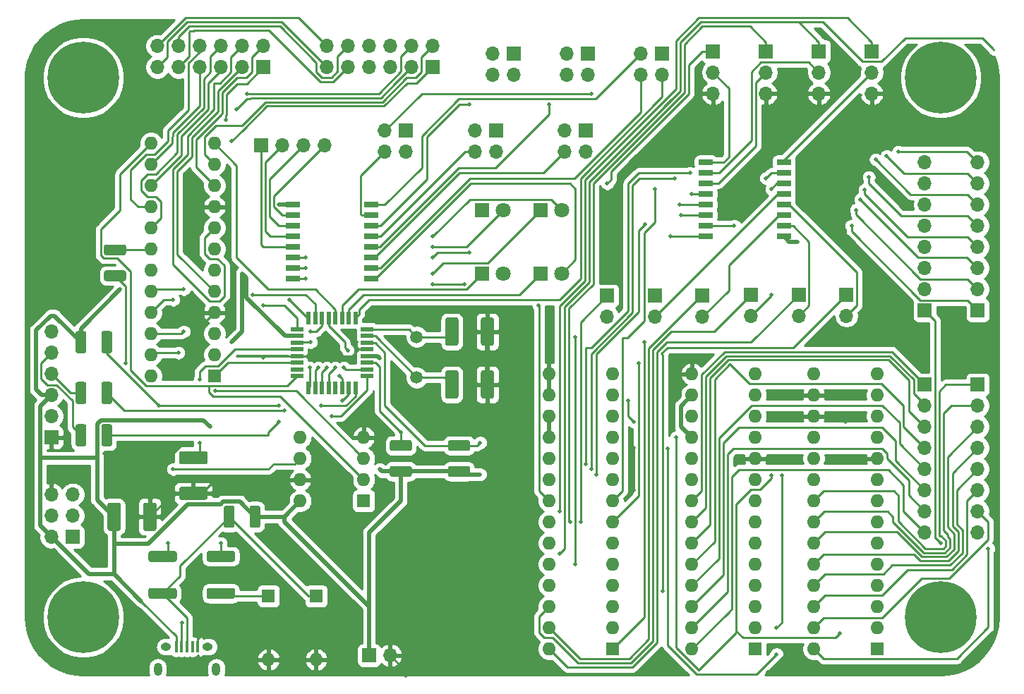
<source format=gbr>
%TF.GenerationSoftware,KiCad,Pcbnew,(5.1.8)-1*%
%TF.CreationDate,2021-01-20T16:15:24-05:00*%
%TF.ProjectId,Switch_Panel,53776974-6368-45f5-9061-6e656c2e6b69,rev?*%
%TF.SameCoordinates,Original*%
%TF.FileFunction,Copper,L1,Top*%
%TF.FilePolarity,Positive*%
%FSLAX46Y46*%
G04 Gerber Fmt 4.6, Leading zero omitted, Abs format (unit mm)*
G04 Created by KiCad (PCBNEW (5.1.8)-1) date 2021-01-20 16:15:24*
%MOMM*%
%LPD*%
G01*
G04 APERTURE LIST*
%TA.AperFunction,ComponentPad*%
%ADD10R,1.600000X1.600000*%
%TD*%
%TA.AperFunction,ComponentPad*%
%ADD11O,1.600000X1.600000*%
%TD*%
%TA.AperFunction,SMDPad,CuDef*%
%ADD12R,1.700000X0.700000*%
%TD*%
%TA.AperFunction,WasherPad*%
%ADD13C,8.600000*%
%TD*%
%TA.AperFunction,WasherPad*%
%ADD14C,0.900000*%
%TD*%
%TA.AperFunction,SMDPad,CuDef*%
%ADD15R,0.400000X1.350000*%
%TD*%
%TA.AperFunction,ComponentPad*%
%ADD16O,1.250000X0.950000*%
%TD*%
%TA.AperFunction,ComponentPad*%
%ADD17O,1.000000X1.550000*%
%TD*%
%TA.AperFunction,ComponentPad*%
%ADD18R,1.700000X1.700000*%
%TD*%
%TA.AperFunction,ComponentPad*%
%ADD19O,1.700000X1.700000*%
%TD*%
%TA.AperFunction,SMDPad,CuDef*%
%ADD20R,0.550000X1.500000*%
%TD*%
%TA.AperFunction,SMDPad,CuDef*%
%ADD21R,1.500000X0.550000*%
%TD*%
%TA.AperFunction,ComponentPad*%
%ADD22C,1.500000*%
%TD*%
%TA.AperFunction,ComponentPad*%
%ADD23C,1.800000*%
%TD*%
%TA.AperFunction,ComponentPad*%
%ADD24R,1.800000X1.800000*%
%TD*%
%TA.AperFunction,ViaPad*%
%ADD25C,0.500000*%
%TD*%
%TA.AperFunction,Conductor*%
%ADD26C,0.250000*%
%TD*%
%TA.AperFunction,Conductor*%
%ADD27C,0.500000*%
%TD*%
%TA.AperFunction,Conductor*%
%ADD28C,0.254000*%
%TD*%
%TA.AperFunction,Conductor*%
%ADD29C,0.100000*%
%TD*%
G04 APERTURE END LIST*
D10*
%TO.P,U6,1*%
%TO.N,/SW_I*%
X100330000Y-90170000D03*
D11*
%TO.P,U6,15*%
%TO.N,GND*%
X92710000Y-57150000D03*
%TO.P,U6,2*%
%TO.N,/SW_J*%
X100330000Y-87630000D03*
%TO.P,U6,16*%
%TO.N,GND*%
X92710000Y-59690000D03*
%TO.P,U6,3*%
%TO.N,/SW_K*%
X100330000Y-85090000D03*
%TO.P,U6,17*%
%TO.N,+5V*%
X92710000Y-62230000D03*
%TO.P,U6,4*%
%TO.N,/SW_L*%
X100330000Y-82550000D03*
%TO.P,U6,18*%
%TO.N,+5V*%
X92710000Y-64770000D03*
%TO.P,U6,5*%
%TO.N,/SW_M*%
X100330000Y-80010000D03*
%TO.P,U6,19*%
%TO.N,N/C*%
X92710000Y-67310000D03*
%TO.P,U6,6*%
%TO.N,/SW_N*%
X100330000Y-77470000D03*
%TO.P,U6,20*%
%TO.N,N/C*%
X92710000Y-69850000D03*
%TO.P,U6,7*%
%TO.N,/SW_O*%
X100330000Y-74930000D03*
%TO.P,U6,21*%
%TO.N,/SW_A*%
X92710000Y-72390000D03*
%TO.P,U6,8*%
%TO.N,/SW_P*%
X100330000Y-72390000D03*
%TO.P,U6,22*%
%TO.N,/SW_B*%
X92710000Y-74930000D03*
%TO.P,U6,9*%
%TO.N,+5V*%
X100330000Y-69850000D03*
%TO.P,U6,23*%
%TO.N,/SW_C*%
X92710000Y-77470000D03*
%TO.P,U6,10*%
%TO.N,GND*%
X100330000Y-67310000D03*
%TO.P,U6,24*%
%TO.N,/SW_D*%
X92710000Y-80010000D03*
%TO.P,U6,11*%
%TO.N,N/C*%
X100330000Y-64770000D03*
%TO.P,U6,25*%
%TO.N,/SW_E*%
X92710000Y-82550000D03*
%TO.P,U6,12*%
%TO.N,/SCL1*%
X100330000Y-62230000D03*
%TO.P,U6,26*%
%TO.N,/SW_F*%
X92710000Y-85090000D03*
%TO.P,U6,13*%
%TO.N,/SDA1*%
X100330000Y-59690000D03*
%TO.P,U6,27*%
%TO.N,/SW_G*%
X92710000Y-87630000D03*
%TO.P,U6,14*%
%TO.N,N/C*%
X100330000Y-57150000D03*
%TO.P,U6,28*%
%TO.N,/SW_H*%
X92710000Y-90170000D03*
%TD*%
%TO.P,U5,28*%
%TO.N,Net-(J10-Pad8)*%
X109855000Y-90170000D03*
%TO.P,U5,14*%
%TO.N,N/C*%
X117475000Y-57150000D03*
%TO.P,U5,27*%
%TO.N,Net-(J10-Pad7)*%
X109855000Y-87630000D03*
%TO.P,U5,13*%
%TO.N,/SDA1*%
X117475000Y-59690000D03*
%TO.P,U5,26*%
%TO.N,Net-(J10-Pad6)*%
X109855000Y-85090000D03*
%TO.P,U5,12*%
%TO.N,/SCL1*%
X117475000Y-62230000D03*
%TO.P,U5,25*%
%TO.N,Net-(J10-Pad5)*%
X109855000Y-82550000D03*
%TO.P,U5,11*%
%TO.N,N/C*%
X117475000Y-64770000D03*
%TO.P,U5,24*%
%TO.N,Net-(J10-Pad4)*%
X109855000Y-80010000D03*
%TO.P,U5,10*%
%TO.N,GND*%
X117475000Y-67310000D03*
%TO.P,U5,23*%
%TO.N,Net-(J10-Pad3)*%
X109855000Y-77470000D03*
%TO.P,U5,9*%
%TO.N,+5V*%
X117475000Y-69850000D03*
%TO.P,U5,22*%
%TO.N,Net-(J10-Pad2)*%
X109855000Y-74930000D03*
%TO.P,U5,8*%
%TO.N,Net-(J9-Pad8)*%
X117475000Y-72390000D03*
%TO.P,U5,21*%
%TO.N,Net-(J10-Pad1)*%
X109855000Y-72390000D03*
%TO.P,U5,7*%
%TO.N,Net-(J9-Pad7)*%
X117475000Y-74930000D03*
%TO.P,U5,20*%
%TO.N,N/C*%
X109855000Y-69850000D03*
%TO.P,U5,6*%
%TO.N,Net-(J9-Pad6)*%
X117475000Y-77470000D03*
%TO.P,U5,19*%
%TO.N,N/C*%
X109855000Y-67310000D03*
%TO.P,U5,5*%
%TO.N,Net-(J9-Pad5)*%
X117475000Y-80010000D03*
%TO.P,U5,18*%
%TO.N,+5V*%
X109855000Y-64770000D03*
%TO.P,U5,4*%
%TO.N,Net-(J9-Pad4)*%
X117475000Y-82550000D03*
%TO.P,U5,17*%
%TO.N,GND*%
X109855000Y-62230000D03*
%TO.P,U5,3*%
%TO.N,Net-(J9-Pad3)*%
X117475000Y-85090000D03*
%TO.P,U5,16*%
%TO.N,+5V*%
X109855000Y-59690000D03*
%TO.P,U5,2*%
%TO.N,Net-(J9-Pad2)*%
X117475000Y-87630000D03*
%TO.P,U5,15*%
%TO.N,GND*%
X109855000Y-57150000D03*
D10*
%TO.P,U5,1*%
%TO.N,Net-(J9-Pad1)*%
X117475000Y-90170000D03*
%TD*%
D12*
%TO.P,RN2,13*%
%TO.N,/LED_M_PWR*%
X71365000Y-40640000D03*
%TO.P,RN2,14*%
%TO.N,/LED_L_PWR*%
X71365000Y-39370000D03*
%TO.P,RN2,15*%
%TO.N,/LED_K_PWR*%
X71365000Y-38100000D03*
%TO.P,RN2,16*%
%TO.N,/PULLUP_P*%
X71365000Y-36830000D03*
%TO.P,RN2,12*%
%TO.N,/LED_N_PWR*%
X71365000Y-41910000D03*
%TO.P,RN2,11*%
%TO.N,/LED_O_PWR*%
X71365000Y-43180000D03*
%TO.P,RN2,10*%
%TO.N,/LED_P_PWR*%
X71365000Y-44450000D03*
%TO.P,RN2,9*%
%TO.N,/LED_Q_PWR*%
X71365000Y-45720000D03*
%TO.P,RN2,4*%
%TO.N,Net-(J11-Pad2)*%
X61985000Y-40640000D03*
%TO.P,RN2,5*%
%TO.N,Net-(J11-Pad1)*%
X61985000Y-41910000D03*
%TO.P,RN2,3*%
%TO.N,Net-(J11-Pad3)*%
X61985000Y-39370000D03*
%TO.P,RN2,2*%
%TO.N,Net-(J11-Pad4)*%
X61985000Y-38100000D03*
%TO.P,RN2,1*%
%TO.N,+5V*%
X61985000Y-36830000D03*
%TO.P,RN2,6*%
%TO.N,/LED_T_PWR*%
X61985000Y-43180000D03*
%TO.P,RN2,7*%
%TO.N,/LED_S_PWR*%
X61985000Y-44450000D03*
%TO.P,RN2,8*%
%TO.N,/LED_R_PWR*%
X61985000Y-45720000D03*
%TD*%
D11*
%TO.P,D2,2*%
%TO.N,GND*%
X64770000Y-91440000D03*
D10*
%TO.P,D2,1*%
%TO.N,Net-(D2-Pad1)*%
X64770000Y-83820000D03*
%TD*%
%TO.P,R4,1*%
%TO.N,/USB_D+*%
%TA.AperFunction,SMDPad,CuDef*%
G36*
G01*
X44904999Y-78405000D02*
X47805001Y-78405000D01*
G75*
G02*
X48055000Y-78654999I0J-249999D01*
G01*
X48055000Y-79455001D01*
G75*
G02*
X47805001Y-79705000I-249999J0D01*
G01*
X44904999Y-79705000D01*
G75*
G02*
X44655000Y-79455001I0J249999D01*
G01*
X44655000Y-78654999D01*
G75*
G02*
X44904999Y-78405000I249999J0D01*
G01*
G37*
%TD.AperFunction*%
%TO.P,R4,2*%
%TO.N,Net-(D2-Pad1)*%
%TA.AperFunction,SMDPad,CuDef*%
G36*
G01*
X44904999Y-82855000D02*
X47805001Y-82855000D01*
G75*
G02*
X48055000Y-83104999I0J-249999D01*
G01*
X48055000Y-83905001D01*
G75*
G02*
X47805001Y-84155000I-249999J0D01*
G01*
X44904999Y-84155000D01*
G75*
G02*
X44655000Y-83905001I0J249999D01*
G01*
X44655000Y-83104999D01*
G75*
G02*
X44904999Y-82855000I249999J0D01*
G01*
G37*
%TD.AperFunction*%
%TD*%
D13*
%TO.P,REF\u002A\u002A,*%
%TO.N,*%
X139700000Y-21590000D03*
D14*
X142925000Y-21590000D03*
X141980419Y-23870419D03*
X139700000Y-24815000D03*
X137419581Y-23870419D03*
X136475000Y-21590000D03*
X137419581Y-19309581D03*
X139700000Y-18365000D03*
X141980419Y-19309581D03*
%TD*%
%TO.P,REF\u002A\u002A,*%
%TO.N,*%
X141980419Y-84079581D03*
X139700000Y-83135000D03*
X137419581Y-84079581D03*
X136475000Y-86360000D03*
X137419581Y-88640419D03*
X139700000Y-89585000D03*
X141980419Y-88640419D03*
X142925000Y-86360000D03*
D13*
X139700000Y-86360000D03*
%TD*%
%TO.P,REF\u002A\u002A,*%
%TO.N,*%
X36830000Y-86360000D03*
D14*
X40055000Y-86360000D03*
X39110419Y-88640419D03*
X36830000Y-89585000D03*
X34549581Y-88640419D03*
X33605000Y-86360000D03*
X34549581Y-84079581D03*
X36830000Y-83135000D03*
X39110419Y-84079581D03*
%TD*%
D13*
%TO.P,REF\u002A\u002A,*%
%TO.N,*%
X36830000Y-21590000D03*
D14*
X40055000Y-21590000D03*
X39110419Y-23870419D03*
X36830000Y-24815000D03*
X34549581Y-23870419D03*
X33605000Y-21590000D03*
X34549581Y-19309581D03*
X36830000Y-18365000D03*
X39110419Y-19309581D03*
%TD*%
%TO.P,C1,2*%
%TO.N,GND*%
%TA.AperFunction,SMDPad,CuDef*%
G36*
G01*
X84535000Y-59870002D02*
X84535000Y-56969998D01*
G75*
G02*
X84784998Y-56720000I249998J0D01*
G01*
X85860002Y-56720000D01*
G75*
G02*
X86110000Y-56969998I0J-249998D01*
G01*
X86110000Y-59870002D01*
G75*
G02*
X85860002Y-60120000I-249998J0D01*
G01*
X84784998Y-60120000D01*
G75*
G02*
X84535000Y-59870002I0J249998D01*
G01*
G37*
%TD.AperFunction*%
%TO.P,C1,1*%
%TO.N,Net-(C1-Pad1)*%
%TA.AperFunction,SMDPad,CuDef*%
G36*
G01*
X80260000Y-59870002D02*
X80260000Y-56969998D01*
G75*
G02*
X80509998Y-56720000I249998J0D01*
G01*
X81585002Y-56720000D01*
G75*
G02*
X81835000Y-56969998I0J-249998D01*
G01*
X81835000Y-59870002D01*
G75*
G02*
X81585002Y-60120000I-249998J0D01*
G01*
X80509998Y-60120000D01*
G75*
G02*
X80260000Y-59870002I0J249998D01*
G01*
G37*
%TD.AperFunction*%
%TD*%
%TO.P,C2,1*%
%TO.N,Net-(C2-Pad1)*%
%TA.AperFunction,SMDPad,CuDef*%
G36*
G01*
X80260000Y-53520002D02*
X80260000Y-50619998D01*
G75*
G02*
X80509998Y-50370000I249998J0D01*
G01*
X81585002Y-50370000D01*
G75*
G02*
X81835000Y-50619998I0J-249998D01*
G01*
X81835000Y-53520002D01*
G75*
G02*
X81585002Y-53770000I-249998J0D01*
G01*
X80509998Y-53770000D01*
G75*
G02*
X80260000Y-53520002I0J249998D01*
G01*
G37*
%TD.AperFunction*%
%TO.P,C2,2*%
%TO.N,GND*%
%TA.AperFunction,SMDPad,CuDef*%
G36*
G01*
X84535000Y-53520002D02*
X84535000Y-50619998D01*
G75*
G02*
X84784998Y-50370000I249998J0D01*
G01*
X85860002Y-50370000D01*
G75*
G02*
X86110000Y-50619998I0J-249998D01*
G01*
X86110000Y-53520002D01*
G75*
G02*
X85860002Y-53770000I-249998J0D01*
G01*
X84784998Y-53770000D01*
G75*
G02*
X84535000Y-53520002I0J249998D01*
G01*
G37*
%TD.AperFunction*%
%TD*%
%TO.P,C3,2*%
%TO.N,GND*%
%TA.AperFunction,SMDPad,CuDef*%
G36*
G01*
X48587998Y-70692000D02*
X51488002Y-70692000D01*
G75*
G02*
X51738000Y-70941998I0J-249998D01*
G01*
X51738000Y-72017002D01*
G75*
G02*
X51488002Y-72267000I-249998J0D01*
G01*
X48587998Y-72267000D01*
G75*
G02*
X48338000Y-72017002I0J249998D01*
G01*
X48338000Y-70941998D01*
G75*
G02*
X48587998Y-70692000I249998J0D01*
G01*
G37*
%TD.AperFunction*%
%TO.P,C3,1*%
%TO.N,Net-(C3-Pad1)*%
%TA.AperFunction,SMDPad,CuDef*%
G36*
G01*
X48587998Y-66417000D02*
X51488002Y-66417000D01*
G75*
G02*
X51738000Y-66666998I0J-249998D01*
G01*
X51738000Y-67742002D01*
G75*
G02*
X51488002Y-67992000I-249998J0D01*
G01*
X48587998Y-67992000D01*
G75*
G02*
X48338000Y-67742002I0J249998D01*
G01*
X48338000Y-66666998D01*
G75*
G02*
X48587998Y-66417000I249998J0D01*
G01*
G37*
%TD.AperFunction*%
%TD*%
%TO.P,C4,1*%
%TO.N,+5V*%
%TA.AperFunction,SMDPad,CuDef*%
G36*
G01*
X39747000Y-75745002D02*
X39747000Y-72844998D01*
G75*
G02*
X39996998Y-72595000I249998J0D01*
G01*
X41072002Y-72595000D01*
G75*
G02*
X41322000Y-72844998I0J-249998D01*
G01*
X41322000Y-75745002D01*
G75*
G02*
X41072002Y-75995000I-249998J0D01*
G01*
X39996998Y-75995000D01*
G75*
G02*
X39747000Y-75745002I0J249998D01*
G01*
G37*
%TD.AperFunction*%
%TO.P,C4,2*%
%TO.N,GND*%
%TA.AperFunction,SMDPad,CuDef*%
G36*
G01*
X44022000Y-75745002D02*
X44022000Y-72844998D01*
G75*
G02*
X44271998Y-72595000I249998J0D01*
G01*
X45347002Y-72595000D01*
G75*
G02*
X45597000Y-72844998I0J-249998D01*
G01*
X45597000Y-75745002D01*
G75*
G02*
X45347002Y-75995000I-249998J0D01*
G01*
X44271998Y-75995000D01*
G75*
G02*
X44022000Y-75745002I0J249998D01*
G01*
G37*
%TD.AperFunction*%
%TD*%
D15*
%TO.P,J1,3*%
%TO.N,Net-(D2-Pad1)*%
X49276000Y-89916000D03*
%TO.P,J1,4*%
%TO.N,N/C*%
X49926000Y-89916000D03*
%TO.P,J1,5*%
%TO.N,GND*%
X50576000Y-89916000D03*
%TO.P,J1,2*%
%TO.N,Net-(D1-Pad1)*%
X48626000Y-89916000D03*
%TO.P,J1,1*%
%TO.N,+5V*%
X47976000Y-89916000D03*
D16*
%TO.P,J1,SH*%
%TO.N,N/C*%
X51776000Y-89916000D03*
X46776000Y-89916000D03*
D17*
X45776000Y-92616000D03*
X52776000Y-92616000D03*
%TD*%
D18*
%TO.P,J2,1*%
%TO.N,+5V*%
X71120000Y-90932000D03*
D19*
%TO.P,J2,2*%
%TO.N,GND*%
X73660000Y-90932000D03*
%TD*%
D18*
%TO.P,J3,1*%
%TO.N,/MISO_DATA*%
X35560000Y-76708000D03*
D19*
%TO.P,J3,2*%
%TO.N,+5V*%
X33020000Y-76708000D03*
%TO.P,J3,3*%
%TO.N,/SCK*%
X35560000Y-74168000D03*
%TO.P,J3,4*%
%TO.N,/MOSI_SDA*%
X33020000Y-74168000D03*
%TO.P,J3,5*%
%TO.N,/RST*%
X35560000Y-71628000D03*
%TO.P,J3,6*%
%TO.N,GND*%
X33020000Y-71628000D03*
%TD*%
D18*
%TO.P,J4,1*%
%TO.N,GND*%
X33020000Y-64770000D03*
D19*
%TO.P,J4,2*%
%TO.N,N/C*%
X33020000Y-62230000D03*
%TO.P,J4,3*%
%TO.N,+5V*%
X33020000Y-59690000D03*
%TO.P,J4,4*%
%TO.N,Net-(J4-Pad4)*%
X33020000Y-57150000D03*
%TO.P,J4,5*%
%TO.N,Net-(J4-Pad5)*%
X33020000Y-54610000D03*
%TO.P,J4,6*%
%TO.N,N/C*%
X33020000Y-52070000D03*
%TD*%
D18*
%TO.P,J7,1*%
%TO.N,Net-(J7-Pad1)*%
X137795000Y-49530000D03*
D19*
%TO.P,J7,2*%
%TO.N,Net-(J7-Pad2)*%
X137795000Y-46990000D03*
%TO.P,J7,3*%
%TO.N,Net-(J7-Pad3)*%
X137795000Y-44450000D03*
%TO.P,J7,4*%
%TO.N,Net-(J7-Pad4)*%
X137795000Y-41910000D03*
%TO.P,J7,5*%
%TO.N,Net-(J7-Pad5)*%
X137795000Y-39370000D03*
%TO.P,J7,6*%
%TO.N,Net-(J7-Pad6)*%
X137795000Y-36830000D03*
%TO.P,J7,7*%
%TO.N,Net-(J7-Pad7)*%
X137795000Y-34290000D03*
%TO.P,J7,8*%
%TO.N,Net-(J7-Pad8)*%
X137795000Y-31750000D03*
%TD*%
%TO.P,J8,8*%
%TO.N,Net-(J8-Pad8)*%
X144145000Y-76200000D03*
%TO.P,J8,7*%
%TO.N,Net-(J8-Pad7)*%
X144145000Y-73660000D03*
%TO.P,J8,6*%
%TO.N,Net-(J8-Pad6)*%
X144145000Y-71120000D03*
%TO.P,J8,5*%
%TO.N,Net-(J8-Pad5)*%
X144145000Y-68580000D03*
%TO.P,J8,4*%
%TO.N,Net-(J8-Pad4)*%
X144145000Y-66040000D03*
%TO.P,J8,3*%
%TO.N,Net-(J8-Pad3)*%
X144145000Y-63500000D03*
%TO.P,J8,2*%
%TO.N,Net-(J8-Pad2)*%
X144145000Y-60960000D03*
D18*
%TO.P,J8,1*%
%TO.N,Net-(J8-Pad1)*%
X144145000Y-58420000D03*
%TD*%
%TO.P,R1,2*%
%TO.N,+5V*%
%TA.AperFunction,SMDPad,CuDef*%
G36*
G01*
X37200000Y-52264999D02*
X37200000Y-54415001D01*
G75*
G02*
X36950001Y-54665000I-249999J0D01*
G01*
X36149999Y-54665000D01*
G75*
G02*
X35900000Y-54415001I0J249999D01*
G01*
X35900000Y-52264999D01*
G75*
G02*
X36149999Y-52015000I249999J0D01*
G01*
X36950001Y-52015000D01*
G75*
G02*
X37200000Y-52264999I0J-249999D01*
G01*
G37*
%TD.AperFunction*%
%TO.P,R1,1*%
%TO.N,/RST*%
%TA.AperFunction,SMDPad,CuDef*%
G36*
G01*
X40300000Y-52264999D02*
X40300000Y-54415001D01*
G75*
G02*
X40050001Y-54665000I-249999J0D01*
G01*
X39249999Y-54665000D01*
G75*
G02*
X39000000Y-54415001I0J249999D01*
G01*
X39000000Y-52264999D01*
G75*
G02*
X39249999Y-52015000I249999J0D01*
G01*
X40050001Y-52015000D01*
G75*
G02*
X40300000Y-52264999I0J-249999D01*
G01*
G37*
%TD.AperFunction*%
%TD*%
%TO.P,R3,1*%
%TO.N,/USB_D-*%
%TA.AperFunction,SMDPad,CuDef*%
G36*
G01*
X51889999Y-78405000D02*
X54790001Y-78405000D01*
G75*
G02*
X55040000Y-78654999I0J-249999D01*
G01*
X55040000Y-79455001D01*
G75*
G02*
X54790001Y-79705000I-249999J0D01*
G01*
X51889999Y-79705000D01*
G75*
G02*
X51640000Y-79455001I0J249999D01*
G01*
X51640000Y-78654999D01*
G75*
G02*
X51889999Y-78405000I249999J0D01*
G01*
G37*
%TD.AperFunction*%
%TO.P,R3,2*%
%TO.N,Net-(D1-Pad1)*%
%TA.AperFunction,SMDPad,CuDef*%
G36*
G01*
X51889999Y-82855000D02*
X54790001Y-82855000D01*
G75*
G02*
X55040000Y-83104999I0J-249999D01*
G01*
X55040000Y-83905001D01*
G75*
G02*
X54790001Y-84155000I-249999J0D01*
G01*
X51889999Y-84155000D01*
G75*
G02*
X51640000Y-83905001I0J249999D01*
G01*
X51640000Y-83104999D01*
G75*
G02*
X51889999Y-82855000I249999J0D01*
G01*
G37*
%TD.AperFunction*%
%TD*%
%TO.P,R5,1*%
%TO.N,Net-(J4-Pad5)*%
%TA.AperFunction,SMDPad,CuDef*%
G36*
G01*
X35900000Y-65591001D02*
X35900000Y-63440999D01*
G75*
G02*
X36149999Y-63191000I249999J0D01*
G01*
X36950001Y-63191000D01*
G75*
G02*
X37200000Y-63440999I0J-249999D01*
G01*
X37200000Y-65591001D01*
G75*
G02*
X36950001Y-65841000I-249999J0D01*
G01*
X36149999Y-65841000D01*
G75*
G02*
X35900000Y-65591001I0J249999D01*
G01*
G37*
%TD.AperFunction*%
%TO.P,R5,2*%
%TO.N,/TXD*%
%TA.AperFunction,SMDPad,CuDef*%
G36*
G01*
X39000000Y-65591001D02*
X39000000Y-63440999D01*
G75*
G02*
X39249999Y-63191000I249999J0D01*
G01*
X40050001Y-63191000D01*
G75*
G02*
X40300000Y-63440999I0J-249999D01*
G01*
X40300000Y-65591001D01*
G75*
G02*
X40050001Y-65841000I-249999J0D01*
G01*
X39249999Y-65841000D01*
G75*
G02*
X39000000Y-65591001I0J249999D01*
G01*
G37*
%TD.AperFunction*%
%TD*%
%TO.P,R6,2*%
%TO.N,/RXD*%
%TA.AperFunction,SMDPad,CuDef*%
G36*
G01*
X39000000Y-60511001D02*
X39000000Y-58360999D01*
G75*
G02*
X39249999Y-58111000I249999J0D01*
G01*
X40050001Y-58111000D01*
G75*
G02*
X40300000Y-58360999I0J-249999D01*
G01*
X40300000Y-60511001D01*
G75*
G02*
X40050001Y-60761000I-249999J0D01*
G01*
X39249999Y-60761000D01*
G75*
G02*
X39000000Y-60511001I0J249999D01*
G01*
G37*
%TD.AperFunction*%
%TO.P,R6,1*%
%TO.N,Net-(J4-Pad4)*%
%TA.AperFunction,SMDPad,CuDef*%
G36*
G01*
X35900000Y-60511001D02*
X35900000Y-58360999D01*
G75*
G02*
X36149999Y-58111000I249999J0D01*
G01*
X36950001Y-58111000D01*
G75*
G02*
X37200000Y-58360999I0J-249999D01*
G01*
X37200000Y-60511001D01*
G75*
G02*
X36950001Y-60761000I-249999J0D01*
G01*
X36149999Y-60761000D01*
G75*
G02*
X35900000Y-60511001I0J249999D01*
G01*
G37*
%TD.AperFunction*%
%TD*%
%TO.P,R7,2*%
%TO.N,/SCL1*%
%TA.AperFunction,SMDPad,CuDef*%
G36*
G01*
X82990001Y-66410000D02*
X80839999Y-66410000D01*
G75*
G02*
X80590000Y-66160001I0J249999D01*
G01*
X80590000Y-65359999D01*
G75*
G02*
X80839999Y-65110000I249999J0D01*
G01*
X82990001Y-65110000D01*
G75*
G02*
X83240000Y-65359999I0J-249999D01*
G01*
X83240000Y-66160001D01*
G75*
G02*
X82990001Y-66410000I-249999J0D01*
G01*
G37*
%TD.AperFunction*%
%TO.P,R7,1*%
%TO.N,+5V*%
%TA.AperFunction,SMDPad,CuDef*%
G36*
G01*
X82990001Y-69510000D02*
X80839999Y-69510000D01*
G75*
G02*
X80590000Y-69260001I0J249999D01*
G01*
X80590000Y-68459999D01*
G75*
G02*
X80839999Y-68210000I249999J0D01*
G01*
X82990001Y-68210000D01*
G75*
G02*
X83240000Y-68459999I0J-249999D01*
G01*
X83240000Y-69260001D01*
G75*
G02*
X82990001Y-69510000I-249999J0D01*
G01*
G37*
%TD.AperFunction*%
%TD*%
%TO.P,R8,1*%
%TO.N,+5V*%
%TA.AperFunction,SMDPad,CuDef*%
G36*
G01*
X76005001Y-69510000D02*
X73854999Y-69510000D01*
G75*
G02*
X73605000Y-69260001I0J249999D01*
G01*
X73605000Y-68459999D01*
G75*
G02*
X73854999Y-68210000I249999J0D01*
G01*
X76005001Y-68210000D01*
G75*
G02*
X76255000Y-68459999I0J-249999D01*
G01*
X76255000Y-69260001D01*
G75*
G02*
X76005001Y-69510000I-249999J0D01*
G01*
G37*
%TD.AperFunction*%
%TO.P,R8,2*%
%TO.N,/SDA1*%
%TA.AperFunction,SMDPad,CuDef*%
G36*
G01*
X76005001Y-66410000D02*
X73854999Y-66410000D01*
G75*
G02*
X73605000Y-66160001I0J249999D01*
G01*
X73605000Y-65359999D01*
G75*
G02*
X73854999Y-65110000I249999J0D01*
G01*
X76005001Y-65110000D01*
G75*
G02*
X76255000Y-65359999I0J-249999D01*
G01*
X76255000Y-66160001D01*
G75*
G02*
X76005001Y-66410000I-249999J0D01*
G01*
G37*
%TD.AperFunction*%
%TD*%
%TO.P,R9,1*%
%TO.N,/ISET*%
%TA.AperFunction,SMDPad,CuDef*%
G36*
G01*
X39564999Y-41615000D02*
X41715001Y-41615000D01*
G75*
G02*
X41965000Y-41864999I0J-249999D01*
G01*
X41965000Y-42665001D01*
G75*
G02*
X41715001Y-42915000I-249999J0D01*
G01*
X39564999Y-42915000D01*
G75*
G02*
X39315000Y-42665001I0J249999D01*
G01*
X39315000Y-41864999D01*
G75*
G02*
X39564999Y-41615000I249999J0D01*
G01*
G37*
%TD.AperFunction*%
%TO.P,R9,2*%
%TO.N,Net-(R9-Pad2)*%
%TA.AperFunction,SMDPad,CuDef*%
G36*
G01*
X39564999Y-44715000D02*
X41715001Y-44715000D01*
G75*
G02*
X41965000Y-44964999I0J-249999D01*
G01*
X41965000Y-45765001D01*
G75*
G02*
X41715001Y-46015000I-249999J0D01*
G01*
X39564999Y-46015000D01*
G75*
G02*
X39315000Y-45765001I0J249999D01*
G01*
X39315000Y-44964999D01*
G75*
G02*
X39564999Y-44715000I249999J0D01*
G01*
G37*
%TD.AperFunction*%
%TD*%
%TO.P,SW4,1*%
%TO.N,/SW_A*%
X112395000Y-18415000D03*
D19*
%TO.P,SW4,2*%
%TO.N,/PULLUP_C*%
X112395000Y-20955000D03*
%TO.P,SW4,3*%
%TO.N,GND*%
X112395000Y-23495000D03*
%TD*%
D18*
%TO.P,SW5,1*%
%TO.N,/SW_C*%
X118745000Y-18415000D03*
D19*
%TO.P,SW5,2*%
%TO.N,/PULLUP_A*%
X118745000Y-20955000D03*
%TO.P,SW5,3*%
%TO.N,GND*%
X118745000Y-23495000D03*
%TD*%
D18*
%TO.P,SW6,1*%
%TO.N,/SW_E*%
X99695000Y-47752000D03*
D19*
%TO.P,SW6,2*%
%TO.N,/PULLUP_E*%
X99695000Y-50292000D03*
%TD*%
D18*
%TO.P,SW7,1*%
%TO.N,/SW_I*%
X105410000Y-47752000D03*
D19*
%TO.P,SW7,2*%
%TO.N,/PULLUP_G*%
X105410000Y-50292000D03*
%TD*%
D18*
%TO.P,SW8,1*%
%TO.N,/SW_G*%
X111125000Y-47752000D03*
D19*
%TO.P,SW8,2*%
%TO.N,/PULLUP_I*%
X111125000Y-50292000D03*
%TD*%
%TO.P,SW9,3*%
%TO.N,GND*%
X125095000Y-23495000D03*
%TO.P,SW9,2*%
%TO.N,/PULLUP_B*%
X125095000Y-20955000D03*
D18*
%TO.P,SW9,1*%
%TO.N,/SW_D*%
X125095000Y-18415000D03*
%TD*%
D19*
%TO.P,SW10,2*%
%TO.N,/PULLUP_F*%
X116967000Y-50165000D03*
D18*
%TO.P,SW10,1*%
%TO.N,/SW_F*%
X116967000Y-47625000D03*
%TD*%
%TO.P,SW11,1*%
%TO.N,/SW_B*%
X131445000Y-18415000D03*
D19*
%TO.P,SW11,2*%
%TO.N,/PULLUP_D*%
X131445000Y-20955000D03*
%TO.P,SW11,3*%
%TO.N,GND*%
X131445000Y-23495000D03*
%TD*%
%TO.P,SW12,2*%
%TO.N,/PULLUP_J*%
X122682000Y-50165000D03*
D18*
%TO.P,SW12,1*%
%TO.N,/SW_H*%
X122682000Y-47625000D03*
%TD*%
D19*
%TO.P,SW13,2*%
%TO.N,/PULLUP_H*%
X128397000Y-50165000D03*
D18*
%TO.P,SW13,1*%
%TO.N,/SW_J*%
X128397000Y-47625000D03*
%TD*%
D20*
%TO.P,U1,9*%
%TO.N,/LED_P*%
X69475000Y-50410000D03*
D21*
%TO.P,U1,1*%
%TO.N,/USB_D-*%
X70875000Y-57410000D03*
%TO.P,U1,2*%
%TO.N,/LED_O*%
X70875000Y-56610000D03*
%TO.P,U1,3*%
%TO.N,/SDA1*%
X70875000Y-55810000D03*
%TO.P,U1,4*%
%TO.N,+5V*%
X70875000Y-55010000D03*
%TO.P,U1,5*%
%TO.N,GND*%
X70875000Y-54210000D03*
%TO.P,U1,6*%
%TO.N,/SCL1*%
X70875000Y-53410000D03*
%TO.P,U1,7*%
%TO.N,Net-(C1-Pad1)*%
X70875000Y-52610000D03*
%TO.P,U1,8*%
%TO.N,Net-(C2-Pad1)*%
X70875000Y-51810000D03*
D20*
%TO.P,U1,10*%
%TO.N,/LED_Q*%
X68675000Y-50410000D03*
%TO.P,U1,11*%
%TO.N,/LED_R*%
X67875000Y-50410000D03*
%TO.P,U1,12*%
%TO.N,/LOAD*%
X67075000Y-50410000D03*
%TO.P,U1,13*%
%TO.N,/CCSEL*%
X66275000Y-50410000D03*
%TO.P,U1,14*%
%TO.N,/LED_T*%
X65475000Y-50410000D03*
%TO.P,U1,15*%
%TO.N,/MOSI_SDA*%
X64675000Y-50410000D03*
%TO.P,U1,16*%
%TO.N,/MISO_DATA*%
X63875000Y-50410000D03*
D21*
%TO.P,U1,17*%
%TO.N,/SCK*%
X62475000Y-51810000D03*
%TO.P,U1,18*%
%TO.N,+5V*%
X62475000Y-52610000D03*
%TO.P,U1,19*%
%TO.N,/LED_S*%
X62475000Y-53410000D03*
%TO.P,U1,20*%
%TO.N,Net-(C3-Pad1)*%
X62475000Y-54210000D03*
%TO.P,U1,21*%
%TO.N,GND*%
X62475000Y-55010000D03*
%TO.P,U1,22*%
%TO.N,/MOSI1*%
X62475000Y-55810000D03*
%TO.P,U1,23*%
%TO.N,N/C*%
X62475000Y-56610000D03*
%TO.P,U1,24*%
%TO.N,/SCK1*%
X62475000Y-57410000D03*
D20*
%TO.P,U1,25*%
%TO.N,/LED_K*%
X63875000Y-58810000D03*
%TO.P,U1,26*%
%TO.N,/LED_L*%
X64675000Y-58810000D03*
%TO.P,U1,27*%
%TO.N,/LED_M*%
X65475000Y-58810000D03*
%TO.P,U1,28*%
%TO.N,/LED_N*%
X66275000Y-58810000D03*
%TO.P,U1,29*%
%TO.N,/RST*%
X67075000Y-58810000D03*
%TO.P,U1,30*%
%TO.N,/RXD*%
X67875000Y-58810000D03*
%TO.P,U1,31*%
%TO.N,/TXD*%
X68675000Y-58810000D03*
%TO.P,U1,32*%
%TO.N,/USB_D+*%
X69475000Y-58810000D03*
%TD*%
D10*
%TO.P,U2,1*%
%TO.N,/CCSEL*%
X70485000Y-72390000D03*
D11*
%TO.P,U2,5*%
%TO.N,+5V*%
X62865000Y-64770000D03*
%TO.P,U2,2*%
%TO.N,/SCK1*%
X70485000Y-69850000D03*
%TO.P,U2,6*%
%TO.N,Net-(R9-Pad2)*%
X62865000Y-67310000D03*
%TO.P,U2,3*%
%TO.N,/MOSI1*%
X70485000Y-67310000D03*
%TO.P,U2,7*%
%TO.N,GND*%
X62865000Y-69850000D03*
%TO.P,U2,4*%
X70485000Y-64770000D03*
%TO.P,U2,8*%
%TO.N,+5V*%
X62865000Y-72390000D03*
%TD*%
D10*
%TO.P,U3,1*%
%TO.N,/MOSI1*%
X52578000Y-57404000D03*
D11*
%TO.P,U3,13*%
%TO.N,/SCK1*%
X44958000Y-29464000D03*
%TO.P,U3,2*%
%TO.N,/DIG_0*%
X52578000Y-54864000D03*
%TO.P,U3,14*%
%TO.N,/SEG_A*%
X44958000Y-32004000D03*
%TO.P,U3,3*%
%TO.N,/DIG_4*%
X52578000Y-52324000D03*
%TO.P,U3,15*%
%TO.N,/SEG_F*%
X44958000Y-34544000D03*
%TO.P,U3,4*%
%TO.N,GND*%
X52578000Y-49784000D03*
%TO.P,U3,16*%
%TO.N,/SEG_B*%
X44958000Y-37084000D03*
%TO.P,U3,5*%
%TO.N,/DIG_6*%
X52578000Y-47244000D03*
%TO.P,U3,17*%
%TO.N,/SEG_G*%
X44958000Y-39624000D03*
%TO.P,U3,6*%
%TO.N,/DIG_2*%
X52578000Y-44704000D03*
%TO.P,U3,18*%
%TO.N,/ISET*%
X44958000Y-42164000D03*
%TO.P,U3,7*%
%TO.N,/DIG_3*%
X52578000Y-42164000D03*
%TO.P,U3,19*%
%TO.N,+5V*%
X44958000Y-44704000D03*
%TO.P,U3,8*%
%TO.N,/DIG_7*%
X52578000Y-39624000D03*
%TO.P,U3,20*%
%TO.N,/SEG_C*%
X44958000Y-47244000D03*
%TO.P,U3,9*%
%TO.N,GND*%
X52578000Y-37084000D03*
%TO.P,U3,21*%
%TO.N,/SEG_E*%
X44958000Y-49784000D03*
%TO.P,U3,10*%
%TO.N,/DIG_5*%
X52578000Y-34544000D03*
%TO.P,U3,22*%
%TO.N,/SEG_DP*%
X44958000Y-52324000D03*
%TO.P,U3,11*%
%TO.N,/DIG_1*%
X52578000Y-32004000D03*
%TO.P,U3,23*%
%TO.N,/SEG_D*%
X44958000Y-54864000D03*
%TO.P,U3,12*%
%TO.N,/LOAD*%
X52578000Y-29464000D03*
%TO.P,U3,24*%
%TO.N,N/C*%
X44958000Y-57404000D03*
%TD*%
D10*
%TO.P,U4,1*%
%TO.N,Net-(J7-Pad1)*%
X132080000Y-90170000D03*
D11*
%TO.P,U4,15*%
%TO.N,+5V*%
X124460000Y-57150000D03*
%TO.P,U4,2*%
%TO.N,Net-(J7-Pad2)*%
X132080000Y-87630000D03*
%TO.P,U4,16*%
%TO.N,GND*%
X124460000Y-59690000D03*
%TO.P,U4,3*%
%TO.N,Net-(J7-Pad3)*%
X132080000Y-85090000D03*
%TO.P,U4,17*%
%TO.N,GND*%
X124460000Y-62230000D03*
%TO.P,U4,4*%
%TO.N,Net-(J7-Pad4)*%
X132080000Y-82550000D03*
%TO.P,U4,18*%
%TO.N,+5V*%
X124460000Y-64770000D03*
%TO.P,U4,5*%
%TO.N,Net-(J7-Pad5)*%
X132080000Y-80010000D03*
%TO.P,U4,19*%
%TO.N,N/C*%
X124460000Y-67310000D03*
%TO.P,U4,6*%
%TO.N,Net-(J7-Pad6)*%
X132080000Y-77470000D03*
%TO.P,U4,20*%
%TO.N,N/C*%
X124460000Y-69850000D03*
%TO.P,U4,7*%
%TO.N,Net-(J7-Pad7)*%
X132080000Y-74930000D03*
%TO.P,U4,21*%
%TO.N,Net-(J8-Pad1)*%
X124460000Y-72390000D03*
%TO.P,U4,8*%
%TO.N,Net-(J7-Pad8)*%
X132080000Y-72390000D03*
%TO.P,U4,22*%
%TO.N,Net-(J8-Pad2)*%
X124460000Y-74930000D03*
%TO.P,U4,9*%
%TO.N,+5V*%
X132080000Y-69850000D03*
%TO.P,U4,23*%
%TO.N,Net-(J8-Pad3)*%
X124460000Y-77470000D03*
%TO.P,U4,10*%
%TO.N,GND*%
X132080000Y-67310000D03*
%TO.P,U4,24*%
%TO.N,Net-(J8-Pad4)*%
X124460000Y-80010000D03*
%TO.P,U4,11*%
%TO.N,N/C*%
X132080000Y-64770000D03*
%TO.P,U4,25*%
%TO.N,Net-(J8-Pad5)*%
X124460000Y-82550000D03*
%TO.P,U4,12*%
%TO.N,/SCL1*%
X132080000Y-62230000D03*
%TO.P,U4,26*%
%TO.N,Net-(J8-Pad6)*%
X124460000Y-85090000D03*
%TO.P,U4,13*%
%TO.N,/SDA1*%
X132080000Y-59690000D03*
%TO.P,U4,27*%
%TO.N,Net-(J8-Pad7)*%
X124460000Y-87630000D03*
%TO.P,U4,14*%
%TO.N,N/C*%
X132080000Y-57150000D03*
%TO.P,U4,28*%
%TO.N,Net-(J8-Pad8)*%
X124460000Y-90170000D03*
%TD*%
D22*
%TO.P,Y1,1*%
%TO.N,Net-(C2-Pad1)*%
X76835000Y-52705000D03*
%TO.P,Y1,2*%
%TO.N,Net-(C1-Pad1)*%
X76835000Y-57585000D03*
%TD*%
D12*
%TO.P,RN1,8*%
%TO.N,/PULLUP_D*%
X120895000Y-31750000D03*
%TO.P,RN1,7*%
%TO.N,/PULLUP_E*%
X120895000Y-33020000D03*
%TO.P,RN1,6*%
%TO.N,/PULLUP_F*%
X120895000Y-34290000D03*
%TO.P,RN1,1*%
%TO.N,+5V*%
X120895000Y-40640000D03*
%TO.P,RN1,2*%
%TO.N,/PULLUP_J*%
X120895000Y-39370000D03*
%TO.P,RN1,3*%
%TO.N,/PULLUP_I*%
X120895000Y-38100000D03*
%TO.P,RN1,5*%
%TO.N,/PULLUP_G*%
X120895000Y-35560000D03*
%TO.P,RN1,4*%
%TO.N,/PULLUP_H*%
X120895000Y-36830000D03*
%TO.P,RN1,9*%
%TO.N,/PULLUP_C*%
X111515000Y-31750000D03*
%TO.P,RN1,10*%
%TO.N,/PULLUP_B*%
X111515000Y-33020000D03*
%TO.P,RN1,11*%
%TO.N,/PULLUP_A*%
X111515000Y-34290000D03*
%TO.P,RN1,12*%
%TO.N,/PULLUP_O*%
X111515000Y-35560000D03*
%TO.P,RN1,16*%
%TO.N,/PULLUP_K*%
X111515000Y-40640000D03*
%TO.P,RN1,15*%
%TO.N,/PULLUP_L*%
X111515000Y-39370000D03*
%TO.P,RN1,14*%
%TO.N,/PULLUP_M*%
X111515000Y-38100000D03*
%TO.P,RN1,13*%
%TO.N,/PULLUP_N*%
X111515000Y-36830000D03*
%TD*%
D19*
%TO.P,SW1,4*%
%TO.N,/LED_K_PWR*%
X73025000Y-30480000D03*
%TO.P,SW1,3*%
%TO.N,/LED_K*%
X75565000Y-30480000D03*
%TO.P,SW1,2*%
%TO.N,/PULLUP_K*%
X73025000Y-27940000D03*
D18*
%TO.P,SW1,1*%
%TO.N,/SW_K*%
X75565000Y-27940000D03*
%TD*%
D19*
%TO.P,SW2,4*%
%TO.N,/LED_M_PWR*%
X83820000Y-30480000D03*
%TO.P,SW2,3*%
%TO.N,/LED_M*%
X86360000Y-30480000D03*
%TO.P,SW2,2*%
%TO.N,/PULLUP_M*%
X83820000Y-27940000D03*
D18*
%TO.P,SW2,1*%
%TO.N,/SW_M*%
X86360000Y-27940000D03*
%TD*%
D19*
%TO.P,SW3,4*%
%TO.N,/LED_O_PWR*%
X94615000Y-30480000D03*
%TO.P,SW3,3*%
%TO.N,/LED_O*%
X97155000Y-30480000D03*
%TO.P,SW3,2*%
%TO.N,/PULLUP_O*%
X94615000Y-27940000D03*
D18*
%TO.P,SW3,1*%
%TO.N,/SW_O*%
X97155000Y-27940000D03*
%TD*%
%TO.P,SW14,1*%
%TO.N,/SW_L*%
X88519000Y-18669000D03*
D19*
%TO.P,SW14,2*%
%TO.N,/PULLUP_L*%
X85979000Y-18669000D03*
%TO.P,SW14,3*%
%TO.N,/LED_L*%
X88519000Y-21209000D03*
%TO.P,SW14,4*%
%TO.N,/LED_L_PWR*%
X85979000Y-21209000D03*
%TD*%
D18*
%TO.P,SW15,1*%
%TO.N,/SW_N*%
X97409000Y-18669000D03*
D19*
%TO.P,SW15,2*%
%TO.N,/PULLUP_N*%
X94869000Y-18669000D03*
%TO.P,SW15,3*%
%TO.N,/LED_N*%
X97409000Y-21209000D03*
%TO.P,SW15,4*%
%TO.N,/LED_N_PWR*%
X94869000Y-21209000D03*
%TD*%
D18*
%TO.P,SW16,1*%
%TO.N,/SW_P*%
X106299000Y-18669000D03*
D19*
%TO.P,SW16,2*%
%TO.N,/PULLUP_P*%
X103759000Y-18669000D03*
%TO.P,SW16,3*%
%TO.N,/LED_P*%
X106299000Y-21209000D03*
%TO.P,SW16,4*%
%TO.N,/LED_P_PWR*%
X103759000Y-21209000D03*
%TD*%
D10*
%TO.P,D1,1*%
%TO.N,Net-(D1-Pad1)*%
X59055000Y-83820000D03*
D11*
%TO.P,D1,2*%
%TO.N,GND*%
X59055000Y-91440000D03*
%TD*%
D23*
%TO.P,D3,2*%
%TO.N,/LED_Q_PWR*%
X94234000Y-45085000D03*
D24*
%TO.P,D3,1*%
%TO.N,/LED_Q*%
X91694000Y-45085000D03*
%TD*%
%TO.P,D4,1*%
%TO.N,/LED_S*%
X84709000Y-37465000D03*
D23*
%TO.P,D4,2*%
%TO.N,/LED_S_PWR*%
X87249000Y-37465000D03*
%TD*%
D24*
%TO.P,D5,1*%
%TO.N,/LED_R*%
X84709000Y-45085000D03*
D23*
%TO.P,D5,2*%
%TO.N,/LED_R_PWR*%
X87249000Y-45085000D03*
%TD*%
%TO.P,D6,2*%
%TO.N,/LED_T_PWR*%
X94234000Y-37465000D03*
D24*
%TO.P,D6,1*%
%TO.N,/LED_T*%
X91694000Y-37465000D03*
%TD*%
D19*
%TO.P,J5,12*%
%TO.N,/SEG_E*%
X66040000Y-17780000D03*
%TO.P,J5,11*%
%TO.N,/SEG_D*%
X66040000Y-20320000D03*
%TO.P,J5,10*%
%TO.N,/SEG_C*%
X68580000Y-17780000D03*
%TO.P,J5,9*%
%TO.N,/SEG_DP*%
X68580000Y-20320000D03*
%TO.P,J5,8*%
%TO.N,/SEG_B*%
X71120000Y-17780000D03*
%TO.P,J5,7*%
%TO.N,/SEG_A*%
X71120000Y-20320000D03*
%TO.P,J5,6*%
%TO.N,/SEG_G*%
X73660000Y-17780000D03*
%TO.P,J5,5*%
%TO.N,/SEG_F*%
X73660000Y-20320000D03*
%TO.P,J5,4*%
%TO.N,/DIG_3*%
X76200000Y-17780000D03*
%TO.P,J5,3*%
%TO.N,/DIG_2*%
X76200000Y-20320000D03*
%TO.P,J5,2*%
%TO.N,/DIG_1*%
X78740000Y-17780000D03*
D18*
%TO.P,J5,1*%
%TO.N,/DIG_0*%
X78740000Y-20320000D03*
%TD*%
%TO.P,J6,1*%
%TO.N,/DIG_4*%
X58420000Y-20320000D03*
D19*
%TO.P,J6,2*%
%TO.N,/DIG_5*%
X58420000Y-17780000D03*
%TO.P,J6,3*%
%TO.N,/DIG_6*%
X55880000Y-20320000D03*
%TO.P,J6,4*%
%TO.N,/DIG_7*%
X55880000Y-17780000D03*
%TO.P,J6,5*%
%TO.N,/SEG_F*%
X53340000Y-20320000D03*
%TO.P,J6,6*%
%TO.N,/SEG_G*%
X53340000Y-17780000D03*
%TO.P,J6,7*%
%TO.N,/SEG_A*%
X50800000Y-20320000D03*
%TO.P,J6,8*%
%TO.N,/SEG_B*%
X50800000Y-17780000D03*
%TO.P,J6,9*%
%TO.N,/SEG_DP*%
X48260000Y-20320000D03*
%TO.P,J6,10*%
%TO.N,/SEG_C*%
X48260000Y-17780000D03*
%TO.P,J6,11*%
%TO.N,/SEG_D*%
X45720000Y-20320000D03*
%TO.P,J6,12*%
%TO.N,/SEG_E*%
X45720000Y-17780000D03*
%TD*%
%TO.P,J9,8*%
%TO.N,Net-(J9-Pad8)*%
X144145000Y-31750000D03*
%TO.P,J9,7*%
%TO.N,Net-(J9-Pad7)*%
X144145000Y-34290000D03*
%TO.P,J9,6*%
%TO.N,Net-(J9-Pad6)*%
X144145000Y-36830000D03*
%TO.P,J9,5*%
%TO.N,Net-(J9-Pad5)*%
X144145000Y-39370000D03*
%TO.P,J9,4*%
%TO.N,Net-(J9-Pad4)*%
X144145000Y-41910000D03*
%TO.P,J9,3*%
%TO.N,Net-(J9-Pad3)*%
X144145000Y-44450000D03*
%TO.P,J9,2*%
%TO.N,Net-(J9-Pad2)*%
X144145000Y-46990000D03*
D18*
%TO.P,J9,1*%
%TO.N,Net-(J9-Pad1)*%
X144145000Y-49530000D03*
%TD*%
%TO.P,J10,1*%
%TO.N,Net-(J10-Pad1)*%
X137795000Y-58420000D03*
D19*
%TO.P,J10,2*%
%TO.N,Net-(J10-Pad2)*%
X137795000Y-60960000D03*
%TO.P,J10,3*%
%TO.N,Net-(J10-Pad3)*%
X137795000Y-63500000D03*
%TO.P,J10,4*%
%TO.N,Net-(J10-Pad4)*%
X137795000Y-66040000D03*
%TO.P,J10,5*%
%TO.N,Net-(J10-Pad5)*%
X137795000Y-68580000D03*
%TO.P,J10,6*%
%TO.N,Net-(J10-Pad6)*%
X137795000Y-71120000D03*
%TO.P,J10,7*%
%TO.N,Net-(J10-Pad7)*%
X137795000Y-73660000D03*
%TO.P,J10,8*%
%TO.N,Net-(J10-Pad8)*%
X137795000Y-76200000D03*
%TD*%
D18*
%TO.P,J11,1*%
%TO.N,Net-(J11-Pad1)*%
X58166000Y-29718000D03*
D19*
%TO.P,J11,2*%
%TO.N,Net-(J11-Pad2)*%
X60706000Y-29718000D03*
%TO.P,J11,3*%
%TO.N,Net-(J11-Pad3)*%
X63246000Y-29718000D03*
%TO.P,J11,4*%
%TO.N,Net-(J11-Pad4)*%
X65786000Y-29718000D03*
%TD*%
%TO.P,R2,1*%
%TO.N,+5V*%
%TA.AperFunction,SMDPad,CuDef*%
G36*
G01*
X58080000Y-73219999D02*
X58080000Y-75370001D01*
G75*
G02*
X57830001Y-75620000I-249999J0D01*
G01*
X57029999Y-75620000D01*
G75*
G02*
X56780000Y-75370001I0J249999D01*
G01*
X56780000Y-73219999D01*
G75*
G02*
X57029999Y-72970000I249999J0D01*
G01*
X57830001Y-72970000D01*
G75*
G02*
X58080000Y-73219999I0J-249999D01*
G01*
G37*
%TD.AperFunction*%
%TO.P,R2,2*%
%TO.N,Net-(D2-Pad1)*%
%TA.AperFunction,SMDPad,CuDef*%
G36*
G01*
X54980000Y-73219999D02*
X54980000Y-75370001D01*
G75*
G02*
X54730001Y-75620000I-249999J0D01*
G01*
X53929999Y-75620000D01*
G75*
G02*
X53680000Y-75370001I0J249999D01*
G01*
X53680000Y-73219999D01*
G75*
G02*
X53929999Y-72970000I249999J0D01*
G01*
X54730001Y-72970000D01*
G75*
G02*
X54980000Y-73219999I0J-249999D01*
G01*
G37*
%TD.AperFunction*%
%TD*%
D25*
%TO.N,GND*%
X58420000Y-55181000D03*
X69620998Y-53340000D03*
X85090000Y-54610000D03*
X52705000Y-69850000D03*
X33020000Y-68580000D03*
X39370000Y-66675000D03*
X49530000Y-57150000D03*
X48895000Y-65405000D03*
X102870000Y-66040000D03*
X102870000Y-71120000D03*
X121920000Y-67310000D03*
X121920000Y-90805000D03*
X118928347Y-92928657D03*
X75565000Y-93345000D03*
X128270000Y-62865000D03*
X127000000Y-67310000D03*
%TO.N,Net-(C3-Pad1)*%
X50800000Y-57785000D03*
X50800000Y-65405000D03*
%TO.N,+5V*%
X41275000Y-46990000D03*
X55880000Y-45085000D03*
X60325000Y-36830000D03*
X72390000Y-55245000D03*
X72390000Y-68580000D03*
X54610000Y-53340000D03*
X52070000Y-63500000D03*
X122555000Y-41275000D03*
X84455000Y-69215000D03*
%TO.N,/DIG_0*%
X54610000Y-29210000D03*
%TO.N,/SEG_DP*%
X48895000Y-52070000D03*
%TO.N,/SEG_C*%
X48895000Y-46990000D03*
%TO.N,/SEG_D*%
X48260000Y-54610000D03*
%TO.N,/SEG_E*%
X47625000Y-48260000D03*
%TO.N,/DIG_4*%
X53975000Y-26670000D03*
%TO.N,/DIG_2*%
X55245000Y-25400000D03*
%TO.N,/LED_S_PWR*%
X63500000Y-44450000D03*
X78740000Y-41910000D03*
%TO.N,/LED_S*%
X78740000Y-46355000D03*
X64135000Y-53340000D03*
X82549729Y-46354729D03*
%TO.N,/DIG_3*%
X56515000Y-23495000D03*
%TO.N,/LED_R_PWR*%
X63500000Y-45720000D03*
X78740000Y-43180000D03*
X83185000Y-42545000D03*
%TO.N,/LED_T*%
X64135000Y-52070000D03*
X78740000Y-45085000D03*
%TO.N,/LED_T_PWR*%
X63500000Y-43180000D03*
X78740000Y-40640000D03*
%TO.N,/MISO_DATA*%
X61595000Y-48260000D03*
%TO.N,/SCK*%
X58420000Y-48895000D03*
%TO.N,/MOSI_SDA*%
X57150000Y-47625000D03*
%TO.N,/RST*%
X60325000Y-60940569D03*
X45925569Y-60940569D03*
%TO.N,Net-(J7-Pad1)*%
X139700000Y-77470000D03*
%TO.N,Net-(J8-Pad8)*%
X145415000Y-78105000D03*
%TO.N,Net-(J9-Pad1)*%
X128997001Y-39370000D03*
%TO.N,Net-(J9-Pad2)*%
X129540000Y-37465000D03*
%TO.N,Net-(J9-Pad3)*%
X130069960Y-36198444D03*
%TO.N,Net-(J9-Pad4)*%
X130573970Y-35052000D03*
%TO.N,/USB_D-*%
X66675000Y-62230000D03*
X53340000Y-77470000D03*
%TO.N,/USB_D+*%
X65405000Y-60960000D03*
X46990000Y-77470000D03*
%TO.N,/TXD*%
X60325000Y-62865000D03*
X67945000Y-60325000D03*
%TO.N,/RXD*%
X60934569Y-61569569D03*
X67564000Y-57404000D03*
%TO.N,/SCL1*%
X84455000Y-65405000D03*
X107950000Y-64770000D03*
X119380000Y-69299999D03*
X127635000Y-88265000D03*
%TO.N,/SDA1*%
X74930000Y-64135000D03*
X120650000Y-69299999D03*
X120015000Y-87630000D03*
X120015000Y-90805000D03*
X106951029Y-66112666D03*
X102870000Y-62865000D03*
X102235000Y-60325000D03*
%TO.N,Net-(R9-Pad2)*%
X41910000Y-55880000D03*
X47625000Y-68580000D03*
%TO.N,/PULLUP_E*%
X118745000Y-33655000D03*
%TO.N,/PULLUP_F*%
X119380000Y-47625000D03*
X119380000Y-34925000D03*
%TO.N,/LED_K*%
X64008000Y-56388000D03*
%TO.N,/PULLUP_K*%
X97790000Y-23495000D03*
X107315000Y-40640000D03*
%TO.N,/SW_K*%
X95885000Y-52705000D03*
X95885000Y-80010000D03*
%TO.N,/LED_M*%
X66040000Y-56388000D03*
%TO.N,/PULLUP_M*%
X108585000Y-38100000D03*
%TO.N,/SW_M*%
X97790000Y-68580000D03*
X107759771Y-33649000D03*
%TO.N,/LED_O*%
X68072000Y-56388000D03*
%TO.N,/PULLUP_O*%
X109855000Y-35560000D03*
%TO.N,/SW_O*%
X103505000Y-55880000D03*
%TO.N,/SW_A*%
X91440000Y-48895000D03*
X99695000Y-34290000D03*
%TO.N,/SW_C*%
X95250000Y-74930000D03*
%TO.N,/SW_E*%
X96520000Y-74930000D03*
%TO.N,/SW_I*%
X104180999Y-53299001D03*
%TO.N,/SW_D*%
X93980000Y-78740000D03*
%TO.N,/SW_B*%
X93980000Y-73660000D03*
%TO.N,/SW_J*%
X106322029Y-83185000D03*
%TO.N,/SW_L*%
X109606970Y-33020000D03*
X97155000Y-67945000D03*
%TO.N,/PULLUP_L*%
X114935000Y-39370000D03*
%TO.N,/LED_L*%
X65024000Y-56388000D03*
%TO.N,/SW_N*%
X104228383Y-39203841D03*
X98425000Y-69215000D03*
%TO.N,/PULLUP_N*%
X108348970Y-36830000D03*
%TO.N,/LED_N*%
X67030840Y-56413160D03*
%TO.N,/SW_P*%
X105410000Y-34925000D03*
%TO.N,/CCSEL*%
X68580000Y-54356000D03*
%TO.N,/MOSI1*%
X52705000Y-59212001D03*
%TO.N,/LED_L_PWR*%
X83185000Y-24765000D03*
%TO.N,/LED_N_PWR*%
X92710000Y-24765000D03*
%TO.N,Net-(D1-Pad1)*%
X48647000Y-86995000D03*
%TO.N,Net-(J9-Pad8)*%
X134620000Y-30480000D03*
%TO.N,Net-(J9-Pad7)*%
X133222729Y-30987729D03*
%TO.N,Net-(J9-Pad6)*%
X131898461Y-31422455D03*
%TO.N,Net-(J9-Pad5)*%
X131077980Y-33528000D03*
%TD*%
D26*
%TO.N,GND*%
X59055000Y-91440000D02*
X57150000Y-91440000D01*
X57150000Y-91440000D02*
X53975000Y-88265000D01*
X50576000Y-88991000D02*
X50576000Y-89916000D01*
X51302000Y-88265000D02*
X50576000Y-88991000D01*
X53975000Y-88265000D02*
X51302000Y-88265000D01*
X69875000Y-54210000D02*
X70875000Y-54210000D01*
X69075000Y-55010000D02*
X69875000Y-54210000D01*
X62475000Y-55010000D02*
X69075000Y-55010000D01*
X58591000Y-55010000D02*
X58420000Y-55181000D01*
X62475000Y-55010000D02*
X58591000Y-55010000D01*
X69620998Y-53955998D02*
X69620998Y-53340000D01*
X69875000Y-54210000D02*
X69620998Y-53955998D01*
X85090000Y-52302500D02*
X85322500Y-52070000D01*
X85090000Y-54610000D02*
X85090000Y-52302500D01*
X85090000Y-58187500D02*
X85322500Y-58420000D01*
X85090000Y-54610000D02*
X85090000Y-58187500D01*
X51075500Y-71479500D02*
X50038000Y-71479500D01*
X52705000Y-69850000D02*
X51075500Y-71479500D01*
X47625000Y-71479500D02*
X44809500Y-74295000D01*
X50038000Y-71479500D02*
X47625000Y-71479500D01*
X33020000Y-71628000D02*
X33020000Y-68580000D01*
X44809500Y-72114500D02*
X44809500Y-74295000D01*
X49530000Y-52832000D02*
X49530000Y-57150000D01*
X52578000Y-49784000D02*
X49530000Y-52832000D01*
X45720000Y-68580000D02*
X41275000Y-68580000D01*
X48895000Y-65405000D02*
X45720000Y-68580000D01*
X41275000Y-68580000D02*
X44809500Y-72114500D01*
X39370000Y-66675000D02*
X41275000Y-68580000D01*
X102870000Y-66040000D02*
X102870000Y-71120000D01*
X117475000Y-67310000D02*
X121920000Y-67310000D01*
X121052004Y-90805000D02*
X118928347Y-92928657D01*
X121920000Y-90805000D02*
X121052004Y-90805000D01*
X75565000Y-92837000D02*
X73660000Y-90932000D01*
X75565000Y-93345000D02*
X75565000Y-92837000D01*
X127635000Y-62230000D02*
X128270000Y-62865000D01*
X124460000Y-62230000D02*
X127635000Y-62230000D01*
X127000000Y-67310000D02*
X132080000Y-67310000D01*
%TO.N,Net-(C1-Pad1)*%
X76835000Y-57570000D02*
X76835000Y-57585000D01*
X71875000Y-52610000D02*
X76835000Y-57570000D01*
X70875000Y-52610000D02*
X71875000Y-52610000D01*
X80212500Y-57585000D02*
X81047500Y-58420000D01*
X76835000Y-57585000D02*
X80212500Y-57585000D01*
%TO.N,Net-(C2-Pad1)*%
X75940000Y-51810000D02*
X76835000Y-52705000D01*
X70875000Y-51810000D02*
X75940000Y-51810000D01*
X80412500Y-52705000D02*
X81047500Y-52070000D01*
X76835000Y-52705000D02*
X80412500Y-52705000D01*
%TO.N,Net-(C3-Pad1)*%
X62475000Y-54210000D02*
X55010000Y-54210000D01*
X50800000Y-56899798D02*
X50800000Y-57785000D01*
X51474799Y-56224999D02*
X50800000Y-56899798D01*
X52995001Y-56224999D02*
X51474799Y-56224999D01*
X55010000Y-54210000D02*
X52995001Y-56224999D01*
X50800000Y-66442500D02*
X50038000Y-67204500D01*
X50800000Y-65405000D02*
X50800000Y-66442500D01*
%TO.N,+5V*%
X47976000Y-89916000D02*
X47976000Y-88616000D01*
X47976000Y-88616000D02*
X43815000Y-84455000D01*
D27*
X40534500Y-81174500D02*
X43815000Y-84455000D01*
X37486500Y-81174500D02*
X40534500Y-81174500D01*
X33020000Y-76708000D02*
X37486500Y-81174500D01*
X31161990Y-51924088D02*
X32921078Y-50165000D01*
X31161990Y-59034071D02*
X31161990Y-51924088D01*
X31817919Y-59690000D02*
X31161990Y-59034071D01*
X33020000Y-59690000D02*
X31817919Y-59690000D01*
X33375000Y-50165000D02*
X36550000Y-53340000D01*
X32921078Y-50165000D02*
X33375000Y-50165000D01*
X31665999Y-75353999D02*
X33020000Y-76708000D01*
X33020000Y-59690000D02*
X31665999Y-61044001D01*
X36550000Y-51715000D02*
X41275000Y-46990000D01*
X36550000Y-53340000D02*
X36550000Y-51715000D01*
X60960000Y-74295000D02*
X62865000Y-72390000D01*
X57430000Y-74295000D02*
X60960000Y-74295000D01*
X60960000Y-74295000D02*
X60960000Y-74930000D01*
X71120000Y-85090000D02*
X71120000Y-90932000D01*
X60960000Y-74930000D02*
X71120000Y-85090000D01*
X71120000Y-85090000D02*
X71120000Y-76200000D01*
X74930000Y-72390000D02*
X74930000Y-68860000D01*
X71120000Y-76200000D02*
X74930000Y-72390000D01*
X74930000Y-68860000D02*
X81915000Y-68860000D01*
X62475000Y-52610000D02*
X61019078Y-52610000D01*
X60325000Y-36830000D02*
X61985000Y-36830000D01*
X72155000Y-55010000D02*
X72390000Y-55245000D01*
X70875000Y-55010000D02*
X72155000Y-55010000D01*
X72670000Y-68860000D02*
X72390000Y-68580000D01*
X74930000Y-68860000D02*
X72670000Y-68860000D01*
X56395999Y-47986921D02*
X56395999Y-45600999D01*
X61019078Y-52610000D02*
X56395999Y-47986921D01*
X56395999Y-45600999D02*
X55880000Y-45085000D01*
X55880000Y-52070000D02*
X54610000Y-53340000D01*
X55880000Y-45085000D02*
X55880000Y-52070000D01*
X38495990Y-72256490D02*
X40534500Y-74295000D01*
X38937676Y-62686990D02*
X38495990Y-63128676D01*
X51256990Y-62686990D02*
X38937676Y-62686990D01*
X52070000Y-63500000D02*
X51256990Y-62686990D01*
X31665999Y-67225999D02*
X38340981Y-67225999D01*
X38495990Y-67070990D02*
X38495990Y-72256490D01*
X38495990Y-63128676D02*
X38495990Y-67070990D01*
X38340981Y-67225999D02*
X38495990Y-67070990D01*
X31665999Y-61044001D02*
X31665999Y-67225999D01*
X31665999Y-67225999D02*
X31665999Y-75353999D01*
X53312656Y-72771010D02*
X53617676Y-72465990D01*
X49387324Y-72771010D02*
X53312656Y-72771010D01*
X55600990Y-72465990D02*
X57430000Y-74295000D01*
X53617676Y-72465990D02*
X55600990Y-72465990D01*
X44582834Y-77575500D02*
X49387324Y-72771010D01*
X40534500Y-77575500D02*
X44582834Y-77575500D01*
X40534500Y-74295000D02*
X40534500Y-77575500D01*
X40534500Y-77575500D02*
X40534500Y-81174500D01*
X92710000Y-64770000D02*
X92710000Y-62230000D01*
X121530000Y-41275000D02*
X120895000Y-40640000D01*
X122555000Y-41275000D02*
X121530000Y-41275000D01*
X108550999Y-60994001D02*
X109855000Y-59690000D01*
X108550999Y-63465999D02*
X108550999Y-60994001D01*
X109855000Y-64770000D02*
X108550999Y-63465999D01*
X82270000Y-69215000D02*
X81915000Y-68860000D01*
X84455000Y-69215000D02*
X82270000Y-69215000D01*
D26*
%TO.N,/SEG_G*%
X52110999Y-19009001D02*
X52110999Y-20914001D01*
X53340000Y-17780000D02*
X52110999Y-19009001D01*
X51304010Y-21720990D02*
X51304010Y-25199165D01*
X51304010Y-25199165D02*
X48129010Y-28374165D01*
X52110999Y-20914001D02*
X51304010Y-21720990D01*
X46137001Y-36518079D02*
X46137001Y-38444999D01*
X45523921Y-35904999D02*
X46137001Y-36518079D01*
X44574077Y-35904999D02*
X45523921Y-35904999D01*
X43778999Y-35109921D02*
X44574077Y-35904999D01*
X43778999Y-33978079D02*
X43778999Y-35109921D01*
X45523921Y-33183001D02*
X44574077Y-33183001D01*
X48129010Y-30577912D02*
X45523921Y-33183001D01*
X48129010Y-29079010D02*
X48129010Y-30577912D01*
X44574077Y-33183001D02*
X43778999Y-33978079D01*
X48129010Y-28374165D02*
X48129010Y-29079010D01*
X46137001Y-38444999D02*
X44958000Y-39624000D01*
X48129010Y-29079010D02*
X48129010Y-30480000D01*
%TO.N,/SEG_F*%
X53340000Y-20693020D02*
X53340000Y-20320000D01*
X51808020Y-22225000D02*
X53340000Y-20693020D01*
X51808020Y-25407931D02*
X51808020Y-22225000D01*
X48633020Y-28582931D02*
X51808020Y-25407931D01*
X48633020Y-30868980D02*
X48633020Y-28582931D01*
X44958000Y-34544000D02*
X48633020Y-30868980D01*
%TO.N,/DIG_0*%
X78740000Y-20320000D02*
X78731698Y-20320000D01*
X76826698Y-22225000D02*
X75720553Y-22225000D01*
X78731698Y-20320000D02*
X76826698Y-22225000D01*
X72938524Y-25007030D02*
X58846233Y-25007030D01*
X75720553Y-22225000D02*
X72938524Y-25007030D01*
X56050253Y-27803009D02*
X56016991Y-27803009D01*
X58846233Y-25007030D02*
X56050253Y-27803009D01*
X56016991Y-27803009D02*
X54610000Y-29210000D01*
%TO.N,/SEG_A*%
X50800000Y-20320000D02*
X50800000Y-24990398D01*
X50800000Y-24990398D02*
X47625000Y-28165398D01*
X47494010Y-28705990D02*
X47494010Y-29467990D01*
X47625000Y-28575000D02*
X47494010Y-28705990D01*
X47494010Y-29467990D02*
X44958000Y-32004000D01*
X47625000Y-28165398D02*
X47625000Y-28575000D01*
%TO.N,/SEG_B*%
X49489001Y-19812077D02*
X49489001Y-25440999D01*
X50800000Y-18501078D02*
X49489001Y-19812077D01*
X50800000Y-17780000D02*
X50800000Y-18501078D01*
X49489001Y-25440999D02*
X46990000Y-27940000D01*
X44392079Y-30824999D02*
X42545000Y-32672078D01*
X46990000Y-29210000D02*
X45375001Y-30824999D01*
X46990000Y-27940000D02*
X46990000Y-29210000D01*
X45375001Y-30824999D02*
X44392079Y-30824999D01*
X42545000Y-32672078D02*
X42545000Y-36195000D01*
X43434000Y-37084000D02*
X44958000Y-37084000D01*
X42545000Y-36195000D02*
X43434000Y-37084000D01*
%TO.N,/SEG_DP*%
X49530000Y-19050000D02*
X49530000Y-16116630D01*
X48260000Y-20320000D02*
X49530000Y-19050000D01*
X49530000Y-16116630D02*
X49650815Y-15995815D01*
X50044185Y-15995815D02*
X50128960Y-15911040D01*
X49650815Y-15995815D02*
X50044185Y-15995815D01*
X66846989Y-22053011D02*
X68580000Y-20320000D01*
X65241312Y-22053011D02*
X66846989Y-22053011D01*
X59099383Y-15911040D02*
X65241312Y-22053011D01*
X50128960Y-15911040D02*
X59099383Y-15911040D01*
X48641000Y-52324000D02*
X44958000Y-52324000D01*
X48895000Y-52070000D02*
X48641000Y-52324000D01*
%TO.N,/SEG_C*%
X48260000Y-17780000D02*
X48260000Y-16673854D01*
X48260000Y-16673854D02*
X49526824Y-15407030D01*
X49526824Y-15407030D02*
X49530000Y-15407030D01*
X67350999Y-19009001D02*
X68580000Y-17780000D01*
X67350999Y-20827923D02*
X67350999Y-19009001D01*
X66629921Y-21549001D02*
X67350999Y-20827923D01*
X64810999Y-20909921D02*
X65450079Y-21549001D01*
X64810999Y-19803775D02*
X64810999Y-20909921D01*
X65450079Y-21549001D02*
X66629921Y-21549001D01*
X60414254Y-15407030D02*
X64810999Y-19803775D01*
X49526824Y-15407030D02*
X60414254Y-15407030D01*
X45212000Y-46990000D02*
X44958000Y-47244000D01*
X48895000Y-46990000D02*
X45212000Y-46990000D01*
%TO.N,/SEG_D*%
X46949001Y-17272077D02*
X49318058Y-14903020D01*
X46949001Y-19090999D02*
X46949001Y-17272077D01*
X45720000Y-20320000D02*
X46949001Y-19090999D01*
X49530000Y-14903020D02*
X49318058Y-14903020D01*
X60623020Y-14903020D02*
X59988020Y-14903020D01*
X66040000Y-20320000D02*
X60623020Y-14903020D01*
X49530000Y-14903020D02*
X59988020Y-14903020D01*
X45212000Y-54610000D02*
X44958000Y-54864000D01*
X48260000Y-54610000D02*
X45212000Y-54610000D01*
%TO.N,/SEG_E*%
X45720000Y-17780000D02*
X49100990Y-14399010D01*
X49100990Y-14399010D02*
X49324010Y-14399010D01*
X49324010Y-14399010D02*
X49530000Y-14399010D01*
X66040000Y-17780000D02*
X62659010Y-14399010D01*
X62659010Y-14399010D02*
X61800990Y-14399010D01*
X49324010Y-14399010D02*
X61800990Y-14399010D01*
X46482000Y-48260000D02*
X44958000Y-49784000D01*
X47625000Y-48260000D02*
X46482000Y-48260000D01*
%TO.N,/DIG_4*%
X58420000Y-20320000D02*
X56437224Y-22302776D01*
X56437224Y-22302776D02*
X55322776Y-22302776D01*
X55322776Y-22302776D02*
X54032826Y-23592726D01*
X54032826Y-23592726D02*
X54032826Y-26046898D01*
X54032826Y-26046898D02*
X54032826Y-26094485D01*
X53975000Y-26104724D02*
X54032826Y-26046898D01*
X53975000Y-26670000D02*
X53975000Y-26104724D01*
%TO.N,/DIG_1*%
X77429001Y-19090999D02*
X78740000Y-17780000D01*
X76748922Y-21590000D02*
X77429001Y-20909921D01*
X75642776Y-21590000D02*
X76748922Y-21590000D01*
X72729757Y-24503020D02*
X75642776Y-21590000D01*
X58637466Y-24503020D02*
X72729757Y-24503020D01*
X55841485Y-27299001D02*
X58637466Y-24503020D01*
X52788775Y-27299001D02*
X55841485Y-27299001D01*
X51398999Y-30824999D02*
X51398999Y-28688777D01*
X77429001Y-20909921D02*
X77429001Y-19090999D01*
X51398999Y-28688777D02*
X52788775Y-27299001D01*
X52578000Y-32004000D02*
X51398999Y-30824999D01*
%TO.N,/DIG_5*%
X56428922Y-21590000D02*
X55322776Y-21590000D01*
X57109001Y-20909921D02*
X56428922Y-21590000D01*
X57109001Y-19090999D02*
X57109001Y-20909921D01*
X58420000Y-17780000D02*
X57109001Y-19090999D01*
X55322776Y-21590000D02*
X53528816Y-23383960D01*
X53528816Y-25838131D02*
X53340000Y-26026947D01*
X53528816Y-23383960D02*
X53528816Y-25838131D01*
X53340000Y-26035000D02*
X50374413Y-29000587D01*
X53340000Y-26026947D02*
X53340000Y-26035000D01*
X50374413Y-29000587D02*
X50374413Y-31265917D01*
X50374413Y-32340413D02*
X52578000Y-34544000D01*
X50374413Y-31265917D02*
X50374413Y-32340413D01*
%TO.N,/DIG_2*%
X76200000Y-20320000D02*
X74295000Y-22225000D01*
X74295000Y-22225000D02*
X72520990Y-23999010D01*
X72520990Y-23999010D02*
X72512689Y-23999010D01*
X56941912Y-23999010D02*
X56810922Y-24130000D01*
X72512689Y-23999010D02*
X58550990Y-23999010D01*
X58550990Y-23999010D02*
X56941912Y-23999010D01*
X58550990Y-23999010D02*
X58420000Y-23999010D01*
X56515000Y-24130000D02*
X55245000Y-25400000D01*
X56810922Y-24130000D02*
X56515000Y-24130000D01*
%TO.N,/DIG_6*%
X48129010Y-42795010D02*
X52578000Y-47244000D01*
X49870403Y-31057150D02*
X48129010Y-32798543D01*
X49870403Y-28783766D02*
X49870403Y-31057150D01*
X48129010Y-32798543D02*
X48129010Y-42795010D01*
X53024806Y-23175194D02*
X53024806Y-25629364D01*
X53024806Y-25629364D02*
X49870403Y-28783766D01*
X55880000Y-20320000D02*
X53024806Y-23175194D01*
%TO.N,/LED_Q_PWR*%
X71365000Y-45720000D02*
X71907776Y-45720000D01*
X71907776Y-45720000D02*
X83337776Y-34290000D01*
X83337776Y-34290000D02*
X95250000Y-34290000D01*
X95250000Y-34290000D02*
X95885000Y-34925000D01*
X95885000Y-43434000D02*
X94234000Y-45085000D01*
X95885000Y-34925000D02*
X95885000Y-43434000D01*
%TO.N,/LED_Q*%
X68675000Y-49410000D02*
X70460000Y-47625000D01*
X68675000Y-50410000D02*
X68675000Y-49410000D01*
X89154000Y-47625000D02*
X91694000Y-45085000D01*
X70460000Y-47625000D02*
X89154000Y-47625000D01*
%TO.N,/LED_S_PWR*%
X63500000Y-44450000D02*
X61985000Y-44450000D01*
X82804000Y-41910000D02*
X87249000Y-37465000D01*
X78740000Y-41910000D02*
X82804000Y-41910000D01*
%TO.N,/LED_S*%
X62545000Y-53340000D02*
X62475000Y-53410000D01*
X64135000Y-53340000D02*
X62545000Y-53340000D01*
X78740271Y-46354729D02*
X78740000Y-46355000D01*
X82549729Y-46354729D02*
X78740271Y-46354729D01*
%TO.N,/DIG_3*%
X74970999Y-19009001D02*
X76200000Y-17780000D01*
X74970999Y-20827923D02*
X74970999Y-19009001D01*
X72303922Y-23495000D02*
X74970999Y-20827923D01*
X56515000Y-23495000D02*
X72303922Y-23495000D01*
%TO.N,/DIG_7*%
X51398999Y-40803001D02*
X52578000Y-39624000D01*
X52012079Y-43343001D02*
X51398999Y-42729921D01*
X53757001Y-44138079D02*
X52961923Y-43343001D01*
X55880000Y-17780000D02*
X54569001Y-19090999D01*
X49366393Y-30848383D02*
X47625000Y-32589776D01*
X51398999Y-42729921D02*
X51398999Y-40803001D01*
X54569001Y-19090999D02*
X54569001Y-20909921D01*
X54569001Y-20909921D02*
X53253922Y-22225000D01*
X47625000Y-32589776D02*
X47625000Y-44035922D01*
X52520796Y-22225000D02*
X52520796Y-25420597D01*
X52012079Y-48423001D02*
X53143921Y-48423001D01*
X52520796Y-25420597D02*
X49366393Y-28575000D01*
X52961923Y-43343001D02*
X52012079Y-43343001D01*
X49366393Y-28575000D02*
X49366393Y-30848383D01*
X47625000Y-44035922D02*
X52012079Y-48423001D01*
X53253922Y-22225000D02*
X52520796Y-22225000D01*
X53143921Y-48423001D02*
X53757001Y-47809921D01*
X53757001Y-47809921D02*
X53757001Y-44138079D01*
%TO.N,/LED_R*%
X67875000Y-50410000D02*
X67875000Y-48965000D01*
X67875000Y-48965000D02*
X69850000Y-46990000D01*
X82804000Y-46990000D02*
X84709000Y-45085000D01*
X69850000Y-46990000D02*
X82804000Y-46990000D01*
%TO.N,/LED_R_PWR*%
X63500000Y-45720000D02*
X61985000Y-45720000D01*
X79375000Y-42545000D02*
X78740000Y-43180000D01*
X83185000Y-42545000D02*
X79375000Y-42545000D01*
%TO.N,/LED_T*%
X64815000Y-52070000D02*
X64135000Y-52070000D01*
X65475000Y-51410000D02*
X64815000Y-52070000D01*
X65475000Y-50410000D02*
X65475000Y-51410000D01*
X85353001Y-43805999D02*
X91694000Y-37465000D01*
X80019001Y-43805999D02*
X85353001Y-43805999D01*
X78740000Y-45085000D02*
X80019001Y-43805999D01*
%TO.N,/LED_T_PWR*%
X63500000Y-43180000D02*
X61985000Y-43180000D01*
X92954999Y-36185999D02*
X94234000Y-37465000D01*
X83194001Y-36185999D02*
X92954999Y-36185999D01*
X78740000Y-40640000D02*
X83194001Y-36185999D01*
%TO.N,/MISO_DATA*%
X63745000Y-50410000D02*
X61595000Y-48260000D01*
X63875000Y-50410000D02*
X63745000Y-50410000D01*
%TO.N,/SCK*%
X62475000Y-51810000D02*
X62475000Y-50410000D01*
X62475000Y-50410000D02*
X60960000Y-48895000D01*
X60960000Y-48895000D02*
X58420000Y-48895000D01*
%TO.N,/MOSI_SDA*%
X64675000Y-50410000D02*
X64675000Y-48800000D01*
X64675000Y-48800000D02*
X63500000Y-47625000D01*
X63500000Y-47625000D02*
X58420000Y-47625000D01*
X58420000Y-47625000D02*
X57150000Y-47625000D01*
%TO.N,/RST*%
X45925569Y-60940569D02*
X60325000Y-60940569D01*
X39650000Y-54665000D02*
X45925569Y-60940569D01*
X39650000Y-53340000D02*
X39650000Y-54665000D01*
X67190997Y-58694003D02*
X67075000Y-58810000D01*
X67056000Y-58791000D02*
X67075000Y-58810000D01*
%TO.N,Net-(J4-Pad4)*%
X35306000Y-59436000D02*
X33020000Y-57150000D01*
X36550000Y-59436000D02*
X35306000Y-59436000D01*
%TO.N,Net-(J4-Pad5)*%
X35520990Y-63486990D02*
X36550000Y-64516000D01*
X35520990Y-60372068D02*
X35520990Y-63486990D01*
X33609921Y-58460999D02*
X35520990Y-60372068D01*
X32512077Y-58460999D02*
X33609921Y-58460999D01*
X31790999Y-57739921D02*
X32512077Y-58460999D01*
X31790999Y-55839001D02*
X31790999Y-57739921D01*
X33020000Y-54610000D02*
X31790999Y-55839001D01*
%TO.N,Net-(J7-Pad1)*%
X139024001Y-50759001D02*
X137795000Y-49530000D01*
X139700000Y-77470000D02*
X139024001Y-76794001D01*
X139024001Y-76794001D02*
X139024001Y-50759001D01*
X139024001Y-76875999D02*
X139024001Y-76794001D01*
%TO.N,Net-(J8-Pad8)*%
X145415000Y-87569922D02*
X145415000Y-78105000D01*
X141635921Y-91349001D02*
X145415000Y-87569922D01*
X125639001Y-91349001D02*
X141635921Y-91349001D01*
X124460000Y-90170000D02*
X125639001Y-91349001D01*
%TO.N,Net-(J8-Pad7)*%
X145374001Y-74889001D02*
X144145000Y-73660000D01*
X140696583Y-81680999D02*
X145374001Y-77003581D01*
X137454079Y-81680999D02*
X140696583Y-81680999D01*
X132684079Y-86450999D02*
X137454079Y-81680999D01*
X125639001Y-86450999D02*
X132684079Y-86450999D01*
X145374001Y-77003581D02*
X145374001Y-74889001D01*
X124460000Y-87630000D02*
X125639001Y-86450999D01*
%TO.N,Net-(J8-Pad6)*%
X142849051Y-72415949D02*
X144145000Y-71120000D01*
X142849051Y-78815755D02*
X142849051Y-72415949D01*
X141019806Y-80645000D02*
X142849051Y-78815755D01*
X135729922Y-80645000D02*
X141019806Y-80645000D01*
X132645921Y-83729001D02*
X135729922Y-80645000D01*
X125820999Y-83729001D02*
X132645921Y-83729001D01*
X124460000Y-85090000D02*
X125820999Y-83729001D01*
%TO.N,Net-(J8-Pad5)*%
X125820999Y-81189001D02*
X132805999Y-81189001D01*
X124460000Y-82550000D02*
X125820999Y-81189001D01*
X132805999Y-81189001D02*
X133879961Y-80115039D01*
X140836990Y-80115039D02*
X142345041Y-78606988D01*
X133879961Y-80115039D02*
X140836990Y-80115039D01*
X142345041Y-75909568D02*
X141632858Y-75197385D01*
X142345041Y-78606988D02*
X142345041Y-75909568D01*
X141632858Y-71092142D02*
X144145000Y-68580000D01*
X141632858Y-75197385D02*
X141632858Y-71092142D01*
%TO.N,Net-(J8-Pad4)*%
X144145000Y-66040000D02*
X141128848Y-69056152D01*
X140628223Y-79611029D02*
X137248777Y-79611029D01*
X141841031Y-78398221D02*
X140628223Y-79611029D01*
X141841031Y-76118335D02*
X141841031Y-78398221D01*
X141128848Y-75406153D02*
X141841031Y-76118335D01*
X141128848Y-69056152D02*
X141128848Y-75406153D01*
X125639001Y-78830999D02*
X124460000Y-80010000D01*
X136468747Y-78830999D02*
X125639001Y-78830999D01*
X137248777Y-79611029D02*
X136468747Y-78830999D01*
%TO.N,Net-(J8-Pad3)*%
X125820999Y-76109001D02*
X134459526Y-76109001D01*
X124460000Y-77470000D02*
X125820999Y-76109001D01*
X141337021Y-78189455D02*
X141337021Y-76327102D01*
X140419455Y-79107021D02*
X141337021Y-78189455D01*
X137457545Y-79107021D02*
X140419455Y-79107021D01*
X134459526Y-76109001D02*
X137457545Y-79107021D01*
X141337021Y-76327102D02*
X140536031Y-75526112D01*
X140536031Y-67108969D02*
X144145000Y-63500000D01*
X140536031Y-75526112D02*
X140536031Y-67108969D01*
%TO.N,Net-(J8-Pad2)*%
X133350000Y-73660000D02*
X133985000Y-74295000D01*
X133985000Y-74295000D02*
X133985000Y-74921699D01*
X133985000Y-74921699D02*
X137666312Y-78603011D01*
X124460000Y-74930000D02*
X125730000Y-73660000D01*
X140210688Y-78603011D02*
X140833011Y-77980688D01*
X137666312Y-78603011D02*
X140210688Y-78603011D01*
X125730000Y-73660000D02*
X133350000Y-73660000D01*
X140833011Y-77980688D02*
X140833011Y-76959312D01*
X140032021Y-61897979D02*
X140970000Y-60960000D01*
X140032021Y-75897021D02*
X140032021Y-61897979D01*
X140833011Y-76959312D02*
X140537768Y-76664069D01*
X140970000Y-60960000D02*
X144145000Y-60960000D01*
X140537768Y-76664069D02*
X140537768Y-76402768D01*
X140537768Y-76402768D02*
X140032021Y-75897021D01*
%TO.N,Net-(J8-Pad1)*%
X125639001Y-71210999D02*
X124460000Y-72390000D01*
X134075999Y-71210999D02*
X125639001Y-71210999D01*
X134620000Y-74843922D02*
X134620000Y-71755000D01*
X140001921Y-78099001D02*
X137875079Y-78099001D01*
X140329001Y-77771921D02*
X140001921Y-78099001D01*
X140329001Y-77168079D02*
X140329001Y-77771921D01*
X139746157Y-76585235D02*
X140329001Y-77168079D01*
X134620000Y-71755000D02*
X134075999Y-71210999D01*
X139528011Y-76585235D02*
X139746157Y-76585235D01*
X139528011Y-59226989D02*
X139528011Y-76585235D01*
X137875079Y-78099001D02*
X134620000Y-74843922D01*
X140335000Y-58420000D02*
X139528011Y-59226989D01*
X144145000Y-58420000D02*
X140335000Y-58420000D01*
%TO.N,Net-(J9-Pad1)*%
X142915999Y-48300999D02*
X144145000Y-49530000D01*
X137287077Y-48300999D02*
X142915999Y-48300999D01*
X128997001Y-40010923D02*
X137287077Y-48300999D01*
X128997001Y-39370000D02*
X128997001Y-40010923D01*
%TO.N,Net-(J9-Pad2)*%
X137287077Y-45760999D02*
X142915999Y-45760999D01*
X142915999Y-45760999D02*
X144145000Y-46990000D01*
X129540000Y-38013922D02*
X137287077Y-45760999D01*
X129540000Y-37465000D02*
X129540000Y-38013922D01*
%TO.N,Net-(J9-Pad3)*%
X142834001Y-43139001D02*
X144145000Y-44450000D01*
X137010517Y-43139001D02*
X142834001Y-43139001D01*
X130069960Y-36198444D02*
X137010517Y-43139001D01*
%TO.N,Net-(J9-Pad4)*%
X142915999Y-40680999D02*
X144145000Y-41910000D01*
X135694969Y-40680999D02*
X142915999Y-40680999D01*
X130573970Y-35560000D02*
X135694969Y-40680999D01*
X130573970Y-35052000D02*
X130573970Y-35560000D01*
%TO.N,/USB_D-*%
X53340000Y-77470000D02*
X53340000Y-79055000D01*
X70875000Y-59122777D02*
X70875000Y-57410000D01*
X67767777Y-62230000D02*
X70875000Y-59122777D01*
X66675000Y-62230000D02*
X67767777Y-62230000D01*
%TO.N,/USB_D+*%
X68325000Y-60960000D02*
X65405000Y-60960000D01*
X69475000Y-59810000D02*
X68325000Y-60960000D01*
X69475000Y-58810000D02*
X69475000Y-59810000D01*
X46990000Y-78420000D02*
X46355000Y-79055000D01*
X46990000Y-77470000D02*
X46990000Y-78420000D01*
%TO.N,/TXD*%
X39650000Y-64516000D02*
X59054458Y-64516000D01*
X68675000Y-59595000D02*
X68675000Y-58810000D01*
X67945000Y-60325000D02*
X68675000Y-59595000D01*
X59054458Y-64135542D02*
X60325000Y-62865000D01*
X59054458Y-64516000D02*
X59054458Y-64135542D01*
%TO.N,/RXD*%
X41783569Y-61569569D02*
X39650000Y-59436000D01*
X60934569Y-61569569D02*
X41783569Y-61569569D01*
X67875000Y-57715000D02*
X67875000Y-58810000D01*
X67564000Y-57404000D02*
X67875000Y-57715000D01*
%TO.N,/SCL1*%
X81915000Y-65760000D02*
X77825000Y-65760000D01*
X77825000Y-65760000D02*
X73025000Y-60960000D01*
X73025000Y-54560000D02*
X71875000Y-53410000D01*
X71875000Y-53410000D02*
X70875000Y-53410000D01*
X73025000Y-60960000D02*
X73025000Y-54560000D01*
X84100000Y-65760000D02*
X81915000Y-65760000D01*
X84455000Y-65405000D02*
X84100000Y-65760000D01*
X107950000Y-90009922D02*
X110650078Y-92710000D01*
X107950000Y-66040000D02*
X107950000Y-90009922D01*
X118040921Y-71029001D02*
X119380000Y-69689922D01*
X116930999Y-71029001D02*
X118040921Y-71029001D01*
X119380000Y-69689922D02*
X119380000Y-69299999D01*
X115177030Y-72782970D02*
X116930999Y-71029001D01*
X110650078Y-92710000D02*
X115177030Y-88183048D01*
X115963061Y-88809001D02*
X115177030Y-88022970D01*
X127090999Y-88809001D02*
X115963061Y-88809001D01*
X127635000Y-88265000D02*
X127090999Y-88809001D01*
X115177030Y-88022970D02*
X115177030Y-72782970D01*
X115177030Y-88183048D02*
X115177030Y-88022970D01*
X107950000Y-66040000D02*
X107950000Y-64770000D01*
%TO.N,/SDA1*%
X74930000Y-65760000D02*
X74930000Y-64135000D01*
X74930000Y-64135000D02*
X72390000Y-61595000D01*
X71875000Y-55810000D02*
X70875000Y-55810000D01*
X72390000Y-56325000D02*
X71875000Y-55810000D01*
X72390000Y-61595000D02*
X72390000Y-56325000D01*
X120650000Y-86995000D02*
X120015000Y-87630000D01*
X120650000Y-69299999D02*
X120650000Y-86995000D01*
X106951029Y-89723728D02*
X106951029Y-66112666D01*
X110441309Y-93214008D02*
X106951029Y-89723728D01*
X117605992Y-93214008D02*
X110441309Y-93214008D01*
X120015000Y-90805000D02*
X117605992Y-93214008D01*
X102870000Y-62865000D02*
X102235000Y-62230000D01*
X102235000Y-62230000D02*
X102235000Y-60325000D01*
%TO.N,/ISET*%
X44857000Y-42265000D02*
X44958000Y-42164000D01*
X40640000Y-42265000D02*
X44857000Y-42265000D01*
%TO.N,Net-(R9-Pad2)*%
X41910000Y-46635000D02*
X41910000Y-55880000D01*
X40640000Y-45365000D02*
X41910000Y-46635000D01*
X47625000Y-68580000D02*
X59055000Y-68580000D01*
X59055000Y-68580000D02*
X59690000Y-67945000D01*
X62230000Y-67945000D02*
X62865000Y-67310000D01*
X59690000Y-67945000D02*
X62230000Y-67945000D01*
%TO.N,/PULLUP_D*%
X120895000Y-31505000D02*
X120895000Y-31750000D01*
X131445000Y-20955000D02*
X120895000Y-31505000D01*
%TO.N,/PULLUP_E*%
X119380000Y-33020000D02*
X120895000Y-33020000D01*
X118745000Y-33655000D02*
X119380000Y-33020000D01*
%TO.N,/PULLUP_F*%
X119380000Y-47752000D02*
X119380000Y-47625000D01*
X116967000Y-50165000D02*
X119380000Y-47752000D01*
X120015000Y-34290000D02*
X120895000Y-34290000D01*
X119380000Y-34925000D02*
X120015000Y-34290000D01*
%TO.N,/PULLUP_G*%
X120142000Y-35560000D02*
X120895000Y-35560000D01*
X105410000Y-50292000D02*
X120142000Y-35560000D01*
%TO.N,/PULLUP_H*%
X121507202Y-36830000D02*
X120895000Y-36830000D01*
X129626001Y-44948799D02*
X121507202Y-36830000D01*
X129626001Y-48935999D02*
X129626001Y-44948799D01*
X128397000Y-50165000D02*
X129626001Y-48935999D01*
%TO.N,/PULLUP_I*%
X111125000Y-50292000D02*
X114300000Y-47117000D01*
X120282798Y-38100000D02*
X120895000Y-38100000D01*
X114300000Y-44082798D02*
X120282798Y-38100000D01*
X114300000Y-47117000D02*
X114300000Y-44082798D01*
%TO.N,/PULLUP_J*%
X121995000Y-39370000D02*
X120895000Y-39370000D01*
X123911001Y-41286001D02*
X121995000Y-39370000D01*
X123911001Y-48935999D02*
X123911001Y-41286001D01*
X122682000Y-50165000D02*
X123911001Y-48935999D01*
%TO.N,/LED_K*%
X64008000Y-58677000D02*
X63875000Y-58810000D01*
X64008000Y-56388000D02*
X64008000Y-58677000D01*
%TO.N,/PULLUP_K*%
X77470000Y-23495000D02*
X97790000Y-23495000D01*
X73025000Y-27940000D02*
X77470000Y-23495000D01*
X111515000Y-40640000D02*
X107315000Y-40640000D01*
%TO.N,/SW_K*%
X95885000Y-52705000D02*
X95885000Y-80010000D01*
%TO.N,/LED_M*%
X65475000Y-56953000D02*
X66040000Y-56388000D01*
X65475000Y-58810000D02*
X65475000Y-56953000D01*
%TO.N,/PULLUP_M*%
X108585000Y-38100000D02*
X111515000Y-38100000D01*
%TO.N,/SW_M*%
X97790000Y-68580000D02*
X97790000Y-54728698D01*
X102739010Y-49779689D02*
X102739010Y-34498766D01*
X97790000Y-54728698D02*
X102739010Y-49779689D01*
X103588776Y-33649000D02*
X107759771Y-33649000D01*
X102739010Y-34498766D02*
X103588776Y-33649000D01*
%TO.N,/LED_O*%
X68294000Y-56610000D02*
X70875000Y-56610000D01*
X68072000Y-56388000D02*
X68294000Y-56610000D01*
%TO.N,/PULLUP_O*%
X111515000Y-35560000D02*
X109855000Y-35560000D01*
%TO.N,/SW_O*%
X103505000Y-71755000D02*
X100330000Y-74930000D01*
X103505000Y-55880000D02*
X103505000Y-71755000D01*
%TO.N,/SW_A*%
X111125000Y-18415000D02*
X109462030Y-20077970D01*
X112395000Y-18415000D02*
X111125000Y-18415000D01*
X109462030Y-23564077D02*
X108896106Y-24130000D01*
X109462030Y-20077970D02*
X109462030Y-23564077D01*
X108896106Y-24130000D02*
X101755553Y-31270552D01*
X101755553Y-31270552D02*
X101755553Y-31270551D01*
X91530999Y-48985999D02*
X91440000Y-48895000D01*
X91530999Y-71210999D02*
X91530999Y-48985999D01*
X92710000Y-72390000D02*
X91530999Y-71210999D01*
X99695000Y-34290000D02*
X100168053Y-33816947D01*
X100168053Y-33816947D02*
X100168053Y-32858053D01*
X101755553Y-31270552D02*
X100168053Y-32858053D01*
%TO.N,/PULLUP_C*%
X114300000Y-22860000D02*
X112395000Y-20955000D01*
X114300000Y-31115000D02*
X114300000Y-22860000D01*
X113665000Y-31750000D02*
X114300000Y-31115000D01*
X111515000Y-31750000D02*
X113665000Y-31750000D01*
%TO.N,/SW_C*%
X95113011Y-74793011D02*
X95250000Y-74930000D01*
X95113011Y-49265320D02*
X95113011Y-74793011D01*
X98032030Y-46346301D02*
X95113011Y-49265320D01*
X98032030Y-34281298D02*
X98032030Y-46346301D01*
X108958020Y-17562532D02*
X108958020Y-23355310D01*
X111113522Y-15407030D02*
X108958020Y-17562532D01*
X116837030Y-15407030D02*
X111113522Y-15407030D01*
X118745000Y-17315000D02*
X116837030Y-15407030D01*
X118745000Y-18415000D02*
X118745000Y-17315000D01*
X108958020Y-23355310D02*
X98032030Y-34281298D01*
%TO.N,/PULLUP_A*%
X117515999Y-22184001D02*
X117515999Y-29804001D01*
X118745000Y-20955000D02*
X117515999Y-22184001D01*
X113030000Y-34290000D02*
X111515000Y-34290000D01*
X117515999Y-29804001D02*
X113030000Y-34290000D01*
%TO.N,/SW_E*%
X96520000Y-50927000D02*
X99695000Y-47752000D01*
X96520000Y-74930000D02*
X96520000Y-50927000D01*
%TO.N,/SW_I*%
X104180999Y-86319001D02*
X100330000Y-90170000D01*
X104180999Y-53299001D02*
X104180999Y-86319001D01*
%TO.N,/SW_G*%
X111125000Y-47752000D02*
X110998000Y-47752000D01*
X96429001Y-91349001D02*
X92710000Y-87630000D01*
X102325999Y-91349001D02*
X96429001Y-91349001D01*
X104685009Y-88989991D02*
X102325999Y-91349001D01*
X104685009Y-54064991D02*
X104685009Y-88989991D01*
X110998000Y-47752000D02*
X104685009Y-54064991D01*
%TO.N,/PULLUP_B*%
X123865999Y-19725999D02*
X125095000Y-20955000D01*
X118155079Y-19725999D02*
X123865999Y-19725999D01*
X117011989Y-20869089D02*
X118155079Y-19725999D01*
X113107776Y-33020000D02*
X117011989Y-29115787D01*
X117011989Y-29115787D02*
X117011989Y-20869089D01*
X111515000Y-33020000D02*
X113107776Y-33020000D01*
%TO.N,/SW_D*%
X125095000Y-17315000D02*
X122683020Y-14903020D01*
X125095000Y-18415000D02*
X125095000Y-17315000D01*
X122683020Y-14903020D02*
X111968767Y-14903020D01*
X110904756Y-14903020D02*
X108454010Y-17353766D01*
X111968767Y-14903020D02*
X110904756Y-14903020D01*
X108454010Y-23146543D02*
X108105552Y-23495000D01*
X108454010Y-17353766D02*
X108454010Y-23146543D01*
X108105552Y-23495000D02*
X107307016Y-24293536D01*
X107307016Y-24293536D02*
X100407776Y-31192776D01*
X100407776Y-31192776D02*
X97528020Y-34072532D01*
X144673263Y-16802681D02*
X146007784Y-18137202D01*
X135439521Y-16802681D02*
X144673263Y-16802681D01*
X132598201Y-19644001D02*
X135439521Y-16802681D01*
X146007784Y-18137202D02*
X146084745Y-18281681D01*
X130291799Y-19644001D02*
X132598201Y-19644001D01*
X125550818Y-14903020D02*
X130291799Y-19644001D01*
X110904756Y-14903020D02*
X125550818Y-14903020D01*
X97528020Y-34072532D02*
X108454010Y-23146543D01*
X94609001Y-78110999D02*
X93980000Y-78740000D01*
X94609001Y-49056553D02*
X94609001Y-78110999D01*
X97528020Y-46137534D02*
X94609001Y-49056553D01*
X97528020Y-34072532D02*
X97528020Y-46137534D01*
%TO.N,/SW_F*%
X116967000Y-47625000D02*
X112522000Y-52070000D01*
X107392776Y-52070000D02*
X105189019Y-54273757D01*
X112522000Y-52070000D02*
X107392776Y-52070000D01*
X91530999Y-86269001D02*
X92710000Y-85090000D01*
X91530999Y-88195921D02*
X91530999Y-86269001D01*
X92144079Y-88809001D02*
X91530999Y-88195921D01*
X93176225Y-88809001D02*
X92144079Y-88809001D01*
X96220235Y-91853011D02*
X93176225Y-88809001D01*
X102534766Y-91853011D02*
X96220235Y-91853011D01*
X105189019Y-89198758D02*
X102534766Y-91853011D01*
X105189019Y-54273757D02*
X105189019Y-89198758D01*
%TO.N,/SW_B*%
X93980000Y-51435000D02*
X93980000Y-73660000D01*
X93980000Y-48972777D02*
X93980000Y-51435000D01*
X97024010Y-33863766D02*
X97024010Y-45928767D01*
X107950000Y-17145000D02*
X107950000Y-22937776D01*
X97024010Y-45928767D02*
X93980000Y-48972777D01*
X110695990Y-14399010D02*
X107950000Y-17145000D01*
X128529010Y-14399010D02*
X110695990Y-14399010D01*
X131445000Y-17315000D02*
X128529010Y-14399010D01*
X131445000Y-18415000D02*
X131445000Y-17315000D01*
X107950000Y-22937776D02*
X97024010Y-33863766D01*
%TO.N,/SW_H*%
X105693029Y-89407525D02*
X102743533Y-92357021D01*
X105693029Y-54482523D02*
X105693029Y-89407525D01*
X94897021Y-92357021D02*
X92710000Y-90170000D01*
X106835552Y-53340000D02*
X105693029Y-54482523D01*
X116967000Y-53340000D02*
X106835552Y-53340000D01*
X102743533Y-92357021D02*
X94897021Y-92357021D01*
X122682000Y-47625000D02*
X116967000Y-53340000D01*
%TO.N,/SW_J*%
X128397000Y-47625000D02*
X122047000Y-53975000D01*
X122047000Y-53975000D02*
X106913328Y-53975000D01*
X106913328Y-53975000D02*
X106197039Y-54691289D01*
X106322029Y-54816279D02*
X106322029Y-83185000D01*
X106197039Y-54691289D02*
X106322029Y-54816279D01*
%TO.N,/SW_L*%
X97155000Y-67945000D02*
X97155000Y-53975000D01*
X97830922Y-53975000D02*
X102235000Y-49570922D01*
X97155000Y-53975000D02*
X97830922Y-53975000D01*
X102235000Y-49570922D02*
X102235000Y-34290000D01*
X103505000Y-33020000D02*
X109606970Y-33020000D01*
X102235000Y-34290000D02*
X103505000Y-33020000D01*
%TO.N,/PULLUP_L*%
X114935000Y-39370000D02*
X111515000Y-39370000D01*
%TO.N,/LED_L*%
X64675000Y-56737000D02*
X65024000Y-56388000D01*
X64675000Y-58810000D02*
X64675000Y-56737000D01*
%TO.N,/SW_N*%
X98425000Y-54806474D02*
X103505000Y-49726474D01*
X98425000Y-69215000D02*
X98425000Y-54806474D01*
X103505000Y-39927224D02*
X104228383Y-39203841D01*
X103505000Y-49726474D02*
X103505000Y-39927224D01*
%TO.N,/PULLUP_N*%
X108348970Y-36830000D02*
X111515000Y-36830000D01*
%TO.N,/LED_N*%
X66275000Y-57169000D02*
X67030840Y-56413160D01*
X66275000Y-58810000D02*
X66275000Y-57169000D01*
%TO.N,/LED_P*%
X69980000Y-49905000D02*
X69475000Y-50410000D01*
X93980000Y-48260000D02*
X71120000Y-48260000D01*
X96520000Y-45720000D02*
X93980000Y-48260000D01*
X69980000Y-49400000D02*
X69980000Y-49905000D01*
X96520000Y-33655000D02*
X96520000Y-45720000D01*
X71120000Y-48260000D02*
X69980000Y-49400000D01*
X106299000Y-23876000D02*
X96520000Y-33655000D01*
X106299000Y-21209000D02*
X106299000Y-23876000D01*
%TO.N,/PULLUP_P*%
X103759000Y-18669000D02*
X98298000Y-24130000D01*
X98298000Y-24130000D02*
X81915000Y-24130000D01*
X81915000Y-24130000D02*
X77470000Y-28575000D01*
X77470000Y-28575000D02*
X77470000Y-32385000D01*
X73025000Y-36830000D02*
X71365000Y-36830000D01*
X77470000Y-32385000D02*
X73025000Y-36830000D01*
%TO.N,/SW_P*%
X101509001Y-71210999D02*
X101509001Y-52795999D01*
X100330000Y-72390000D02*
X101509001Y-71210999D01*
X105410000Y-38953146D02*
X105410000Y-34925000D01*
X104180999Y-40182147D02*
X105410000Y-38953146D01*
X104180999Y-50759001D02*
X104180999Y-40182147D01*
X102144001Y-52795999D02*
X104180999Y-50759001D01*
X101509001Y-52795999D02*
X102144001Y-52795999D01*
%TO.N,/LOAD*%
X67075000Y-49410000D02*
X64655000Y-46990000D01*
X67075000Y-50410000D02*
X67075000Y-49410000D01*
X64655000Y-46990000D02*
X59055000Y-46990000D01*
X59055000Y-46990000D02*
X55245000Y-43180000D01*
X55245000Y-32131000D02*
X52578000Y-29464000D01*
X55245000Y-43180000D02*
X55245000Y-32131000D01*
%TO.N,/CCSEL*%
X66275000Y-51410000D02*
X68209211Y-53344211D01*
X66275000Y-50410000D02*
X66275000Y-51410000D01*
X68209211Y-53985211D02*
X68580000Y-54356000D01*
X68209211Y-53344211D02*
X68209211Y-53985211D01*
%TO.N,/MOSI1*%
X54172000Y-55810000D02*
X52578000Y-57404000D01*
X62475000Y-55810000D02*
X54172000Y-55810000D01*
X62387001Y-59212001D02*
X52705000Y-59212001D01*
X70485000Y-67310000D02*
X62387001Y-59212001D01*
%TO.N,/SCK1*%
X44392079Y-58583001D02*
X42545000Y-56735922D01*
X62475000Y-57410000D02*
X61301999Y-58583001D01*
X38935990Y-42925546D02*
X38935990Y-39804010D01*
X39304454Y-43294010D02*
X38935990Y-42925546D01*
X40933566Y-43294010D02*
X39304454Y-43294010D01*
X42545000Y-44905444D02*
X40933566Y-43294010D01*
X42545000Y-56735922D02*
X42545000Y-44905444D01*
X38935990Y-39804010D02*
X41275000Y-37465000D01*
X41275000Y-33147000D02*
X44958000Y-29464000D01*
X41275000Y-37465000D02*
X41275000Y-33147000D01*
X51906999Y-59344922D02*
X51906999Y-58583001D01*
X52403079Y-59841002D02*
X51906999Y-59344922D01*
X60476002Y-59841002D02*
X52403079Y-59841002D01*
X70485000Y-69850000D02*
X60476002Y-59841002D01*
X51906999Y-58583001D02*
X44392079Y-58583001D01*
X61301999Y-58583001D02*
X51906999Y-58583001D01*
%TO.N,/LED_M_PWR*%
X82625000Y-30480000D02*
X83820000Y-30480000D01*
X72465000Y-40640000D02*
X82625000Y-30480000D01*
X71365000Y-40640000D02*
X72465000Y-40640000D01*
%TO.N,/LED_L_PWR*%
X72465000Y-39370000D02*
X78105000Y-33730000D01*
X71365000Y-39370000D02*
X72465000Y-39370000D01*
X78105000Y-33730000D02*
X78105000Y-28652776D01*
X81992776Y-24765000D02*
X83185000Y-24765000D01*
X78105000Y-28652776D02*
X81992776Y-24765000D01*
%TO.N,/LED_K_PWR*%
X70265000Y-38100000D02*
X71365000Y-38100000D01*
X70135999Y-37970999D02*
X70265000Y-38100000D01*
X70135999Y-33369001D02*
X70135999Y-37970999D01*
X73025000Y-30480000D02*
X70135999Y-33369001D01*
%TO.N,/LED_N_PWR*%
X71365000Y-41910000D02*
X72390000Y-41910000D01*
X72390000Y-41910000D02*
X81915000Y-32385000D01*
X92710000Y-25948922D02*
X92710000Y-24765000D01*
X86273922Y-32385000D02*
X92710000Y-25948922D01*
X81915000Y-32385000D02*
X86273922Y-32385000D01*
%TO.N,/LED_O_PWR*%
X71365000Y-43180000D02*
X71832776Y-43180000D01*
X71832776Y-43180000D02*
X81992776Y-33020000D01*
X92075000Y-33020000D02*
X94615000Y-30480000D01*
X81992776Y-33020000D02*
X92075000Y-33020000D01*
%TO.N,/LED_P_PWR*%
X72465000Y-44450000D02*
X83260000Y-33655000D01*
X71365000Y-44450000D02*
X72465000Y-44450000D01*
X103759000Y-25694922D02*
X103759000Y-21209000D01*
X95798922Y-33655000D02*
X103759000Y-25694922D01*
X83260000Y-33655000D02*
X95798922Y-33655000D01*
%TO.N,Net-(D1-Pad1)*%
X53655000Y-83820000D02*
X53340000Y-83505000D01*
X59055000Y-83820000D02*
X53655000Y-83820000D01*
X48626000Y-87016000D02*
X48647000Y-86995000D01*
X48626000Y-89916000D02*
X48626000Y-87016000D01*
%TO.N,Net-(D2-Pad1)*%
X48434010Y-80190990D02*
X54330000Y-74295000D01*
X48434010Y-81425990D02*
X48434010Y-80190990D01*
X46355000Y-83505000D02*
X48434010Y-81425990D01*
X63855000Y-83820000D02*
X54330000Y-74295000D01*
X64770000Y-83820000D02*
X63855000Y-83820000D01*
X49276000Y-86426000D02*
X49276000Y-89916000D01*
X46355000Y-83505000D02*
X49276000Y-86426000D01*
%TO.N,Net-(J9-Pad8)*%
X142875000Y-30480000D02*
X144145000Y-31750000D01*
X134620000Y-30480000D02*
X142875000Y-30480000D01*
%TO.N,Net-(J9-Pad7)*%
X142915999Y-33060999D02*
X144145000Y-34290000D01*
X135295999Y-33060999D02*
X142915999Y-33060999D01*
X133222729Y-30987729D02*
X135295999Y-33060999D01*
%TO.N,Net-(J9-Pad6)*%
X142915999Y-35600999D02*
X144145000Y-36830000D01*
X136077005Y-35600999D02*
X142915999Y-35600999D01*
X131898461Y-31422455D02*
X136077005Y-35600999D01*
%TO.N,Net-(J9-Pad5)*%
X142915999Y-38140999D02*
X144145000Y-39370000D01*
X134928979Y-38140999D02*
X142915999Y-38140999D01*
X131077980Y-34290000D02*
X134928979Y-38140999D01*
X131077980Y-34290000D02*
X131077980Y-33528000D01*
%TO.N,Net-(J10-Pad1)*%
X111034001Y-71210999D02*
X111034001Y-57240999D01*
X109855000Y-72390000D02*
X111034001Y-71210999D01*
X111034001Y-57240999D02*
X113795990Y-54479010D01*
X133854010Y-54479010D02*
X137795000Y-58420000D01*
X131949010Y-54479010D02*
X133854010Y-54479010D01*
X113795990Y-54479010D02*
X131949010Y-54479010D01*
X131949010Y-54479010D02*
X132584010Y-54479010D01*
%TO.N,Net-(J10-Pad2)*%
X136486112Y-59493314D02*
X137795000Y-60802202D01*
X136486112Y-57823888D02*
X136486112Y-59493314D01*
X133645244Y-54983020D02*
X136486112Y-57823888D01*
X114004756Y-54983020D02*
X133645244Y-54983020D01*
X137795000Y-60802202D02*
X137795000Y-60960000D01*
X111538011Y-57449765D02*
X114004756Y-54983020D01*
X111538011Y-73246989D02*
X111538011Y-57449765D01*
X109855000Y-74930000D02*
X111538011Y-73246989D01*
%TO.N,Net-(J10-Pad3)*%
X109855000Y-77470000D02*
X112042021Y-75282979D01*
X112042021Y-75282979D02*
X112042021Y-57658531D01*
X112042021Y-57658531D02*
X114213522Y-55487030D01*
X114213522Y-55487030D02*
X133436478Y-55487030D01*
X133436478Y-55487030D02*
X135890000Y-57940552D01*
X135890000Y-61595000D02*
X137795000Y-63500000D01*
X135890000Y-57940552D02*
X135890000Y-61595000D01*
%TO.N,Net-(J10-Pad4)*%
X109855000Y-80010000D02*
X112587180Y-77277820D01*
X112587180Y-77277820D02*
X112587180Y-57826148D01*
X112587180Y-57826148D02*
X114422288Y-55991040D01*
X135255000Y-63500000D02*
X137795000Y-66040000D01*
X135255000Y-60960000D02*
X135255000Y-63500000D01*
X116760249Y-58329001D02*
X132624001Y-58329001D01*
X132624001Y-58329001D02*
X135255000Y-60960000D01*
X114422288Y-55991040D02*
X116760249Y-58329001D01*
%TO.N,Net-(J10-Pad5)*%
X109855000Y-82550000D02*
X113091190Y-79313810D01*
X113091190Y-64868888D02*
X117000078Y-60960000D01*
X113091190Y-79313810D02*
X113091190Y-64868888D01*
X134750990Y-62995990D02*
X132715000Y-60960000D01*
X134750990Y-65535990D02*
X134750990Y-62995990D01*
X137795000Y-68580000D02*
X134750990Y-65535990D01*
X117000078Y-60960000D02*
X132715000Y-60960000D01*
%TO.N,Net-(J10-Pad6)*%
X113665000Y-81280000D02*
X109855000Y-85090000D01*
X113665000Y-65405000D02*
X113665000Y-81280000D01*
X115479001Y-63590999D02*
X113665000Y-65405000D01*
X132645921Y-63590999D02*
X115479001Y-63590999D01*
X134246980Y-65192058D02*
X132645921Y-63590999D01*
X134246980Y-67571980D02*
X134246980Y-65192058D01*
X137795000Y-71120000D02*
X134246980Y-67571980D01*
%TO.N,Net-(J10-Pad7)*%
X137795000Y-73660000D02*
X135851112Y-71716112D01*
X132645921Y-66130999D02*
X114844001Y-66130999D01*
X133259001Y-66744079D02*
X132645921Y-66130999D01*
X133259001Y-67296777D02*
X133259001Y-66744079D01*
X135851112Y-69888888D02*
X133259001Y-67296777D01*
X135851112Y-71716112D02*
X135851112Y-69888888D01*
X114169010Y-83315990D02*
X109855000Y-87630000D01*
X114169010Y-66805990D02*
X114169010Y-83315990D01*
X114844001Y-66130999D02*
X114169010Y-66805990D01*
%TO.N,Net-(J10-Pad8)*%
X137795000Y-76200000D02*
X135255000Y-73660000D01*
X135255000Y-73660000D02*
X135255000Y-70485000D01*
X115479001Y-68670999D02*
X114673020Y-69476980D01*
X133440999Y-68670999D02*
X115479001Y-68670999D01*
X135255000Y-70485000D02*
X133440999Y-68670999D01*
X114673020Y-85351980D02*
X114300000Y-85725000D01*
X114673020Y-69476980D02*
X114673020Y-85351980D01*
X109855000Y-90170000D02*
X114300000Y-85725000D01*
%TO.N,Net-(J11-Pad1)*%
X58166000Y-29718000D02*
X58166000Y-41656000D01*
X58420000Y-41910000D02*
X61985000Y-41910000D01*
X58166000Y-41656000D02*
X58420000Y-41910000D01*
%TO.N,Net-(J11-Pad2)*%
X58670010Y-31753990D02*
X60706000Y-29718000D01*
X58670010Y-40005000D02*
X58670010Y-31753990D01*
X59305010Y-40640000D02*
X58670010Y-40005000D01*
X61985000Y-40640000D02*
X59305010Y-40640000D01*
%TO.N,Net-(J11-Pad3)*%
X60444020Y-39370000D02*
X61985000Y-39370000D01*
X60325000Y-39370000D02*
X60444020Y-39370000D01*
X59174020Y-38219020D02*
X60325000Y-39370000D01*
X59174020Y-33789980D02*
X59174020Y-38219020D01*
X63246000Y-29718000D02*
X59174020Y-33789980D01*
%TO.N,Net-(J11-Pad4)*%
X60705446Y-38100000D02*
X59690000Y-37084554D01*
X61985000Y-38100000D02*
X60705446Y-38100000D01*
X59690000Y-35814000D02*
X65786000Y-29718000D01*
X59690000Y-37084554D02*
X59690000Y-35814000D01*
%TD*%
D28*
%TO.N,GND*%
X136554121Y-17756735D02*
X135866735Y-18444121D01*
X135326660Y-19252401D01*
X134954650Y-20150514D01*
X134765000Y-21103945D01*
X134765000Y-22076055D01*
X134954650Y-23029486D01*
X135326660Y-23927599D01*
X135866735Y-24735879D01*
X136554121Y-25423265D01*
X137362401Y-25963340D01*
X138260514Y-26335350D01*
X139213945Y-26525000D01*
X140186055Y-26525000D01*
X141139486Y-26335350D01*
X142037599Y-25963340D01*
X142845879Y-25423265D01*
X143533265Y-24735879D01*
X144073340Y-23927599D01*
X144445350Y-23029486D01*
X144635000Y-22076055D01*
X144635000Y-21103945D01*
X144445350Y-20150514D01*
X144073340Y-19252401D01*
X143533265Y-18444121D01*
X142845879Y-17756735D01*
X142555456Y-17562681D01*
X144358462Y-17562681D01*
X145390278Y-18594498D01*
X145431527Y-18671935D01*
X145493725Y-18765309D01*
X145599432Y-18871320D01*
X145723791Y-18954669D01*
X145862020Y-19012156D01*
X146008807Y-19041572D01*
X146133646Y-19041750D01*
X146387470Y-19760518D01*
X146582276Y-20748888D01*
X146635001Y-21610939D01*
X146635000Y-86335181D01*
X146560580Y-87360849D01*
X146344240Y-88340737D01*
X145988717Y-89279124D01*
X145501452Y-90156368D01*
X144892660Y-90954076D01*
X144175086Y-91655552D01*
X143363772Y-92246087D01*
X142475706Y-92713323D01*
X141529482Y-93047470D01*
X140541112Y-93242276D01*
X139679077Y-93295000D01*
X118599801Y-93295000D01*
X120230287Y-91664515D01*
X120273145Y-91655990D01*
X120434205Y-91589277D01*
X120579155Y-91492424D01*
X120702424Y-91369155D01*
X120799277Y-91224205D01*
X120865990Y-91063145D01*
X120900000Y-90892165D01*
X120900000Y-90717835D01*
X120865990Y-90546855D01*
X120799277Y-90385795D01*
X120702424Y-90240845D01*
X120579155Y-90117576D01*
X120434205Y-90020723D01*
X120273145Y-89954010D01*
X120102165Y-89920000D01*
X119927835Y-89920000D01*
X119756855Y-89954010D01*
X119595795Y-90020723D01*
X119450845Y-90117576D01*
X119327576Y-90240845D01*
X119230723Y-90385795D01*
X119164010Y-90546855D01*
X119155485Y-90589713D01*
X118913072Y-90832126D01*
X118913072Y-89569001D01*
X123155710Y-89569001D01*
X123080147Y-89751426D01*
X123025000Y-90028665D01*
X123025000Y-90311335D01*
X123080147Y-90588574D01*
X123188320Y-90849727D01*
X123345363Y-91084759D01*
X123545241Y-91284637D01*
X123780273Y-91441680D01*
X124041426Y-91549853D01*
X124318665Y-91605000D01*
X124601335Y-91605000D01*
X124783886Y-91568688D01*
X125075202Y-91860004D01*
X125099000Y-91889002D01*
X125214725Y-91983975D01*
X125346754Y-92054547D01*
X125490015Y-92098004D01*
X125601668Y-92109001D01*
X125601677Y-92109001D01*
X125639000Y-92112677D01*
X125676323Y-92109001D01*
X141598599Y-92109001D01*
X141635921Y-92112677D01*
X141673243Y-92109001D01*
X141673254Y-92109001D01*
X141784907Y-92098004D01*
X141928168Y-92054547D01*
X142060197Y-91983975D01*
X142175922Y-91889002D01*
X142199725Y-91859998D01*
X145926004Y-88133720D01*
X145955001Y-88109923D01*
X146049974Y-87994198D01*
X146120546Y-87862169D01*
X146164003Y-87718908D01*
X146175000Y-87607255D01*
X146175000Y-87607247D01*
X146178676Y-87569922D01*
X146175000Y-87532597D01*
X146175000Y-78560538D01*
X146199277Y-78524205D01*
X146265990Y-78363145D01*
X146300000Y-78192165D01*
X146300000Y-78017835D01*
X146265990Y-77846855D01*
X146199277Y-77685795D01*
X146102424Y-77540845D01*
X146000168Y-77438589D01*
X146008975Y-77427858D01*
X146079547Y-77295828D01*
X146092976Y-77251558D01*
X146123004Y-77152567D01*
X146134001Y-77040914D01*
X146134001Y-77040904D01*
X146137677Y-77003581D01*
X146134001Y-76966258D01*
X146134001Y-74926324D01*
X146137677Y-74889001D01*
X146134001Y-74851678D01*
X146134001Y-74851668D01*
X146123004Y-74740015D01*
X146079547Y-74596754D01*
X146045991Y-74533976D01*
X146008975Y-74464724D01*
X145937800Y-74377998D01*
X145914002Y-74349000D01*
X145885004Y-74325202D01*
X145586210Y-74026408D01*
X145630000Y-73806260D01*
X145630000Y-73513740D01*
X145572932Y-73226842D01*
X145460990Y-72956589D01*
X145298475Y-72713368D01*
X145091632Y-72506525D01*
X144917240Y-72390000D01*
X145091632Y-72273475D01*
X145298475Y-72066632D01*
X145460990Y-71823411D01*
X145572932Y-71553158D01*
X145630000Y-71266260D01*
X145630000Y-70973740D01*
X145572932Y-70686842D01*
X145460990Y-70416589D01*
X145298475Y-70173368D01*
X145091632Y-69966525D01*
X144917240Y-69850000D01*
X145091632Y-69733475D01*
X145298475Y-69526632D01*
X145460990Y-69283411D01*
X145572932Y-69013158D01*
X145630000Y-68726260D01*
X145630000Y-68433740D01*
X145572932Y-68146842D01*
X145460990Y-67876589D01*
X145298475Y-67633368D01*
X145091632Y-67426525D01*
X144917240Y-67310000D01*
X145091632Y-67193475D01*
X145298475Y-66986632D01*
X145460990Y-66743411D01*
X145572932Y-66473158D01*
X145630000Y-66186260D01*
X145630000Y-65893740D01*
X145572932Y-65606842D01*
X145460990Y-65336589D01*
X145298475Y-65093368D01*
X145091632Y-64886525D01*
X144917240Y-64770000D01*
X145091632Y-64653475D01*
X145298475Y-64446632D01*
X145460990Y-64203411D01*
X145572932Y-63933158D01*
X145630000Y-63646260D01*
X145630000Y-63353740D01*
X145572932Y-63066842D01*
X145460990Y-62796589D01*
X145298475Y-62553368D01*
X145091632Y-62346525D01*
X144917240Y-62230000D01*
X145091632Y-62113475D01*
X145298475Y-61906632D01*
X145460990Y-61663411D01*
X145572932Y-61393158D01*
X145630000Y-61106260D01*
X145630000Y-60813740D01*
X145572932Y-60526842D01*
X145460990Y-60256589D01*
X145298475Y-60013368D01*
X145166620Y-59881513D01*
X145239180Y-59859502D01*
X145349494Y-59800537D01*
X145446185Y-59721185D01*
X145525537Y-59624494D01*
X145584502Y-59514180D01*
X145620812Y-59394482D01*
X145633072Y-59270000D01*
X145633072Y-57570000D01*
X145620812Y-57445518D01*
X145584502Y-57325820D01*
X145525537Y-57215506D01*
X145446185Y-57118815D01*
X145349494Y-57039463D01*
X145239180Y-56980498D01*
X145119482Y-56944188D01*
X144995000Y-56931928D01*
X143295000Y-56931928D01*
X143170518Y-56944188D01*
X143050820Y-56980498D01*
X142940506Y-57039463D01*
X142843815Y-57118815D01*
X142764463Y-57215506D01*
X142705498Y-57325820D01*
X142669188Y-57445518D01*
X142656928Y-57570000D01*
X142656928Y-57660000D01*
X140372325Y-57660000D01*
X140335000Y-57656324D01*
X140297675Y-57660000D01*
X140297667Y-57660000D01*
X140186014Y-57670997D01*
X140042753Y-57714454D01*
X139910724Y-57785026D01*
X139794999Y-57879999D01*
X139784001Y-57893400D01*
X139784001Y-50796324D01*
X139787677Y-50759001D01*
X139784001Y-50721678D01*
X139784001Y-50721668D01*
X139773004Y-50610015D01*
X139729547Y-50466754D01*
X139715773Y-50440985D01*
X139658975Y-50334724D01*
X139587800Y-50247998D01*
X139564002Y-50219000D01*
X139535004Y-50195202D01*
X139283072Y-49943270D01*
X139283072Y-49060999D01*
X142601198Y-49060999D01*
X142656928Y-49116729D01*
X142656928Y-50380000D01*
X142669188Y-50504482D01*
X142705498Y-50624180D01*
X142764463Y-50734494D01*
X142843815Y-50831185D01*
X142940506Y-50910537D01*
X143050820Y-50969502D01*
X143170518Y-51005812D01*
X143295000Y-51018072D01*
X144995000Y-51018072D01*
X145119482Y-51005812D01*
X145239180Y-50969502D01*
X145349494Y-50910537D01*
X145446185Y-50831185D01*
X145525537Y-50734494D01*
X145584502Y-50624180D01*
X145620812Y-50504482D01*
X145633072Y-50380000D01*
X145633072Y-48680000D01*
X145620812Y-48555518D01*
X145584502Y-48435820D01*
X145525537Y-48325506D01*
X145446185Y-48228815D01*
X145349494Y-48149463D01*
X145239180Y-48090498D01*
X145166620Y-48068487D01*
X145298475Y-47936632D01*
X145460990Y-47693411D01*
X145572932Y-47423158D01*
X145630000Y-47136260D01*
X145630000Y-46843740D01*
X145572932Y-46556842D01*
X145460990Y-46286589D01*
X145298475Y-46043368D01*
X145091632Y-45836525D01*
X144917240Y-45720000D01*
X145091632Y-45603475D01*
X145298475Y-45396632D01*
X145460990Y-45153411D01*
X145572932Y-44883158D01*
X145630000Y-44596260D01*
X145630000Y-44303740D01*
X145572932Y-44016842D01*
X145460990Y-43746589D01*
X145298475Y-43503368D01*
X145091632Y-43296525D01*
X144917240Y-43180000D01*
X145091632Y-43063475D01*
X145298475Y-42856632D01*
X145460990Y-42613411D01*
X145572932Y-42343158D01*
X145630000Y-42056260D01*
X145630000Y-41763740D01*
X145572932Y-41476842D01*
X145460990Y-41206589D01*
X145298475Y-40963368D01*
X145091632Y-40756525D01*
X144917240Y-40640000D01*
X145091632Y-40523475D01*
X145298475Y-40316632D01*
X145460990Y-40073411D01*
X145572932Y-39803158D01*
X145630000Y-39516260D01*
X145630000Y-39223740D01*
X145572932Y-38936842D01*
X145460990Y-38666589D01*
X145298475Y-38423368D01*
X145091632Y-38216525D01*
X144917240Y-38100000D01*
X145091632Y-37983475D01*
X145298475Y-37776632D01*
X145460990Y-37533411D01*
X145572932Y-37263158D01*
X145630000Y-36976260D01*
X145630000Y-36683740D01*
X145572932Y-36396842D01*
X145460990Y-36126589D01*
X145298475Y-35883368D01*
X145091632Y-35676525D01*
X144917240Y-35560000D01*
X145091632Y-35443475D01*
X145298475Y-35236632D01*
X145460990Y-34993411D01*
X145572932Y-34723158D01*
X145630000Y-34436260D01*
X145630000Y-34143740D01*
X145572932Y-33856842D01*
X145460990Y-33586589D01*
X145298475Y-33343368D01*
X145091632Y-33136525D01*
X144917240Y-33020000D01*
X145091632Y-32903475D01*
X145298475Y-32696632D01*
X145460990Y-32453411D01*
X145572932Y-32183158D01*
X145630000Y-31896260D01*
X145630000Y-31603740D01*
X145572932Y-31316842D01*
X145460990Y-31046589D01*
X145298475Y-30803368D01*
X145091632Y-30596525D01*
X144848411Y-30434010D01*
X144578158Y-30322068D01*
X144291260Y-30265000D01*
X143998740Y-30265000D01*
X143778592Y-30308791D01*
X143438804Y-29969003D01*
X143415001Y-29939999D01*
X143299276Y-29845026D01*
X143167247Y-29774454D01*
X143023986Y-29730997D01*
X142912333Y-29720000D01*
X142912322Y-29720000D01*
X142875000Y-29716324D01*
X142837678Y-29720000D01*
X135075538Y-29720000D01*
X135039205Y-29695723D01*
X134878145Y-29629010D01*
X134707165Y-29595000D01*
X134532835Y-29595000D01*
X134361855Y-29629010D01*
X134200795Y-29695723D01*
X134055845Y-29792576D01*
X133932576Y-29915845D01*
X133835723Y-30060795D01*
X133769010Y-30221855D01*
X133757333Y-30280560D01*
X133641934Y-30203452D01*
X133480874Y-30136739D01*
X133309894Y-30102729D01*
X133135564Y-30102729D01*
X132964584Y-30136739D01*
X132803524Y-30203452D01*
X132658574Y-30300305D01*
X132535305Y-30423574D01*
X132438452Y-30568524D01*
X132389672Y-30686291D01*
X132317666Y-30638178D01*
X132156606Y-30571465D01*
X131985626Y-30537455D01*
X131811296Y-30537455D01*
X131640316Y-30571465D01*
X131479256Y-30638178D01*
X131334306Y-30735031D01*
X131211037Y-30858300D01*
X131114184Y-31003250D01*
X131047471Y-31164310D01*
X131013461Y-31335290D01*
X131013461Y-31509620D01*
X131047471Y-31680600D01*
X131114184Y-31841660D01*
X131211037Y-31986610D01*
X131334306Y-32109879D01*
X131479256Y-32206732D01*
X131640316Y-32273445D01*
X131683175Y-32281970D01*
X135513205Y-36112001D01*
X135537004Y-36141000D01*
X135566002Y-36164798D01*
X135652729Y-36235973D01*
X135784758Y-36306545D01*
X135928019Y-36350002D01*
X136077005Y-36364676D01*
X136114338Y-36360999D01*
X136381915Y-36360999D01*
X136367068Y-36396842D01*
X136310000Y-36683740D01*
X136310000Y-36976260D01*
X136367068Y-37263158D01*
X136415879Y-37380999D01*
X135243781Y-37380999D01*
X131841320Y-33978539D01*
X131862257Y-33947205D01*
X131928970Y-33786145D01*
X131962980Y-33615165D01*
X131962980Y-33440835D01*
X131928970Y-33269855D01*
X131862257Y-33108795D01*
X131765404Y-32963845D01*
X131642135Y-32840576D01*
X131497185Y-32743723D01*
X131336125Y-32677010D01*
X131165145Y-32643000D01*
X130990815Y-32643000D01*
X130819835Y-32677010D01*
X130658775Y-32743723D01*
X130513825Y-32840576D01*
X130390556Y-32963845D01*
X130293703Y-33108795D01*
X130226990Y-33269855D01*
X130192980Y-33440835D01*
X130192980Y-33615165D01*
X130226990Y-33786145D01*
X130293703Y-33947205D01*
X130317980Y-33983538D01*
X130317980Y-34200581D01*
X130315825Y-34201010D01*
X130154765Y-34267723D01*
X130009815Y-34364576D01*
X129886546Y-34487845D01*
X129789693Y-34632795D01*
X129722980Y-34793855D01*
X129688970Y-34964835D01*
X129688970Y-35139165D01*
X129722980Y-35310145D01*
X129749180Y-35373398D01*
X129650755Y-35414167D01*
X129505805Y-35511020D01*
X129382536Y-35634289D01*
X129285683Y-35779239D01*
X129218970Y-35940299D01*
X129184960Y-36111279D01*
X129184960Y-36285609D01*
X129218970Y-36456589D01*
X129283999Y-36613584D01*
X129281855Y-36614010D01*
X129120795Y-36680723D01*
X128975845Y-36777576D01*
X128852576Y-36900845D01*
X128755723Y-37045795D01*
X128689010Y-37206855D01*
X128655000Y-37377835D01*
X128655000Y-37552165D01*
X128689010Y-37723145D01*
X128755723Y-37884205D01*
X128780000Y-37920538D01*
X128780000Y-37976600D01*
X128776324Y-38013922D01*
X128780000Y-38051244D01*
X128780000Y-38051255D01*
X128790997Y-38162908D01*
X128834454Y-38306169D01*
X128839704Y-38315990D01*
X128905026Y-38438198D01*
X128943436Y-38485000D01*
X128909836Y-38485000D01*
X128738856Y-38519010D01*
X128577796Y-38585723D01*
X128432846Y-38682576D01*
X128309577Y-38805845D01*
X128212724Y-38950795D01*
X128146011Y-39111855D01*
X128112001Y-39282835D01*
X128112001Y-39457165D01*
X128146011Y-39628145D01*
X128212724Y-39789205D01*
X128237001Y-39825538D01*
X128237001Y-39973601D01*
X128233325Y-40010923D01*
X128237001Y-40048245D01*
X128237001Y-40048256D01*
X128247998Y-40159909D01*
X128291455Y-40303170D01*
X128313286Y-40344011D01*
X128362027Y-40435199D01*
X128423051Y-40509556D01*
X128457001Y-40550924D01*
X128485999Y-40574722D01*
X136353542Y-48442266D01*
X136319188Y-48555518D01*
X136306928Y-48680000D01*
X136306928Y-50380000D01*
X136319188Y-50504482D01*
X136355498Y-50624180D01*
X136414463Y-50734494D01*
X136493815Y-50831185D01*
X136590506Y-50910537D01*
X136700820Y-50969502D01*
X136820518Y-51005812D01*
X136945000Y-51018072D01*
X138208270Y-51018072D01*
X138264002Y-51073804D01*
X138264002Y-56931928D01*
X137381730Y-56931928D01*
X134417814Y-53968013D01*
X134394011Y-53939009D01*
X134278286Y-53844036D01*
X134146257Y-53773464D01*
X134002996Y-53730007D01*
X133891343Y-53719010D01*
X133891332Y-53719010D01*
X133854010Y-53715334D01*
X133816688Y-53719010D01*
X123377791Y-53719010D01*
X126912000Y-50184802D01*
X126912000Y-50311260D01*
X126969068Y-50598158D01*
X127081010Y-50868411D01*
X127243525Y-51111632D01*
X127450368Y-51318475D01*
X127693589Y-51480990D01*
X127963842Y-51592932D01*
X128250740Y-51650000D01*
X128543260Y-51650000D01*
X128830158Y-51592932D01*
X129100411Y-51480990D01*
X129343632Y-51318475D01*
X129550475Y-51111632D01*
X129712990Y-50868411D01*
X129824932Y-50598158D01*
X129882000Y-50311260D01*
X129882000Y-50018740D01*
X129838210Y-49798592D01*
X130137005Y-49499797D01*
X130166002Y-49476000D01*
X130200283Y-49434228D01*
X130260975Y-49360276D01*
X130331547Y-49228246D01*
X130342693Y-49191502D01*
X130375004Y-49084985D01*
X130386001Y-48973332D01*
X130386001Y-48973322D01*
X130389677Y-48935999D01*
X130386001Y-48898676D01*
X130386001Y-44986124D01*
X130389677Y-44948799D01*
X130386001Y-44911474D01*
X130386001Y-44911466D01*
X130375004Y-44799813D01*
X130331547Y-44656552D01*
X130260975Y-44524523D01*
X130166002Y-44408798D01*
X130137004Y-44385000D01*
X122383072Y-36631069D01*
X122383072Y-36480000D01*
X122370812Y-36355518D01*
X122334502Y-36235820D01*
X122312683Y-36195000D01*
X122334502Y-36154180D01*
X122370812Y-36034482D01*
X122383072Y-35910000D01*
X122383072Y-35210000D01*
X122370812Y-35085518D01*
X122334502Y-34965820D01*
X122312683Y-34925000D01*
X122334502Y-34884180D01*
X122370812Y-34764482D01*
X122383072Y-34640000D01*
X122383072Y-33940000D01*
X122370812Y-33815518D01*
X122334502Y-33695820D01*
X122312683Y-33655000D01*
X122334502Y-33614180D01*
X122370812Y-33494482D01*
X122383072Y-33370000D01*
X122383072Y-32670000D01*
X122370812Y-32545518D01*
X122334502Y-32425820D01*
X122312683Y-32385000D01*
X122334502Y-32344180D01*
X122370812Y-32224482D01*
X122383072Y-32100000D01*
X122383072Y-31400000D01*
X122370812Y-31275518D01*
X122334502Y-31155820D01*
X122329096Y-31145705D01*
X129960000Y-23514802D01*
X129960000Y-23622002D01*
X130124844Y-23622002D01*
X130003524Y-23851890D01*
X130048175Y-23999099D01*
X130173359Y-24261920D01*
X130347412Y-24495269D01*
X130563645Y-24690178D01*
X130813748Y-24839157D01*
X131088109Y-24936481D01*
X131318000Y-24815814D01*
X131318000Y-23622000D01*
X131572000Y-23622000D01*
X131572000Y-24815814D01*
X131801891Y-24936481D01*
X132076252Y-24839157D01*
X132326355Y-24690178D01*
X132542588Y-24495269D01*
X132716641Y-24261920D01*
X132841825Y-23999099D01*
X132886476Y-23851890D01*
X132765155Y-23622000D01*
X131572000Y-23622000D01*
X131318000Y-23622000D01*
X131298000Y-23622000D01*
X131298000Y-23368000D01*
X131318000Y-23368000D01*
X131318000Y-23348000D01*
X131572000Y-23348000D01*
X131572000Y-23368000D01*
X132765155Y-23368000D01*
X132886476Y-23138110D01*
X132841825Y-22990901D01*
X132716641Y-22728080D01*
X132542588Y-22494731D01*
X132326355Y-22299822D01*
X132209466Y-22230195D01*
X132391632Y-22108475D01*
X132598475Y-21901632D01*
X132760990Y-21658411D01*
X132872932Y-21388158D01*
X132930000Y-21101260D01*
X132930000Y-20808740D01*
X132872932Y-20521842D01*
X132811487Y-20373499D01*
X132890448Y-20349547D01*
X133022477Y-20278975D01*
X133138202Y-20184002D01*
X133162005Y-20154998D01*
X135754323Y-17562681D01*
X136844544Y-17562681D01*
X136554121Y-17756735D01*
%TA.AperFunction,Conductor*%
D29*
G36*
X136554121Y-17756735D02*
G01*
X135866735Y-18444121D01*
X135326660Y-19252401D01*
X134954650Y-20150514D01*
X134765000Y-21103945D01*
X134765000Y-22076055D01*
X134954650Y-23029486D01*
X135326660Y-23927599D01*
X135866735Y-24735879D01*
X136554121Y-25423265D01*
X137362401Y-25963340D01*
X138260514Y-26335350D01*
X139213945Y-26525000D01*
X140186055Y-26525000D01*
X141139486Y-26335350D01*
X142037599Y-25963340D01*
X142845879Y-25423265D01*
X143533265Y-24735879D01*
X144073340Y-23927599D01*
X144445350Y-23029486D01*
X144635000Y-22076055D01*
X144635000Y-21103945D01*
X144445350Y-20150514D01*
X144073340Y-19252401D01*
X143533265Y-18444121D01*
X142845879Y-17756735D01*
X142555456Y-17562681D01*
X144358462Y-17562681D01*
X145390278Y-18594498D01*
X145431527Y-18671935D01*
X145493725Y-18765309D01*
X145599432Y-18871320D01*
X145723791Y-18954669D01*
X145862020Y-19012156D01*
X146008807Y-19041572D01*
X146133646Y-19041750D01*
X146387470Y-19760518D01*
X146582276Y-20748888D01*
X146635001Y-21610939D01*
X146635000Y-86335181D01*
X146560580Y-87360849D01*
X146344240Y-88340737D01*
X145988717Y-89279124D01*
X145501452Y-90156368D01*
X144892660Y-90954076D01*
X144175086Y-91655552D01*
X143363772Y-92246087D01*
X142475706Y-92713323D01*
X141529482Y-93047470D01*
X140541112Y-93242276D01*
X139679077Y-93295000D01*
X118599801Y-93295000D01*
X120230287Y-91664515D01*
X120273145Y-91655990D01*
X120434205Y-91589277D01*
X120579155Y-91492424D01*
X120702424Y-91369155D01*
X120799277Y-91224205D01*
X120865990Y-91063145D01*
X120900000Y-90892165D01*
X120900000Y-90717835D01*
X120865990Y-90546855D01*
X120799277Y-90385795D01*
X120702424Y-90240845D01*
X120579155Y-90117576D01*
X120434205Y-90020723D01*
X120273145Y-89954010D01*
X120102165Y-89920000D01*
X119927835Y-89920000D01*
X119756855Y-89954010D01*
X119595795Y-90020723D01*
X119450845Y-90117576D01*
X119327576Y-90240845D01*
X119230723Y-90385795D01*
X119164010Y-90546855D01*
X119155485Y-90589713D01*
X118913072Y-90832126D01*
X118913072Y-89569001D01*
X123155710Y-89569001D01*
X123080147Y-89751426D01*
X123025000Y-90028665D01*
X123025000Y-90311335D01*
X123080147Y-90588574D01*
X123188320Y-90849727D01*
X123345363Y-91084759D01*
X123545241Y-91284637D01*
X123780273Y-91441680D01*
X124041426Y-91549853D01*
X124318665Y-91605000D01*
X124601335Y-91605000D01*
X124783886Y-91568688D01*
X125075202Y-91860004D01*
X125099000Y-91889002D01*
X125214725Y-91983975D01*
X125346754Y-92054547D01*
X125490015Y-92098004D01*
X125601668Y-92109001D01*
X125601677Y-92109001D01*
X125639000Y-92112677D01*
X125676323Y-92109001D01*
X141598599Y-92109001D01*
X141635921Y-92112677D01*
X141673243Y-92109001D01*
X141673254Y-92109001D01*
X141784907Y-92098004D01*
X141928168Y-92054547D01*
X142060197Y-91983975D01*
X142175922Y-91889002D01*
X142199725Y-91859998D01*
X145926004Y-88133720D01*
X145955001Y-88109923D01*
X146049974Y-87994198D01*
X146120546Y-87862169D01*
X146164003Y-87718908D01*
X146175000Y-87607255D01*
X146175000Y-87607247D01*
X146178676Y-87569922D01*
X146175000Y-87532597D01*
X146175000Y-78560538D01*
X146199277Y-78524205D01*
X146265990Y-78363145D01*
X146300000Y-78192165D01*
X146300000Y-78017835D01*
X146265990Y-77846855D01*
X146199277Y-77685795D01*
X146102424Y-77540845D01*
X146000168Y-77438589D01*
X146008975Y-77427858D01*
X146079547Y-77295828D01*
X146092976Y-77251558D01*
X146123004Y-77152567D01*
X146134001Y-77040914D01*
X146134001Y-77040904D01*
X146137677Y-77003581D01*
X146134001Y-76966258D01*
X146134001Y-74926324D01*
X146137677Y-74889001D01*
X146134001Y-74851678D01*
X146134001Y-74851668D01*
X146123004Y-74740015D01*
X146079547Y-74596754D01*
X146045991Y-74533976D01*
X146008975Y-74464724D01*
X145937800Y-74377998D01*
X145914002Y-74349000D01*
X145885004Y-74325202D01*
X145586210Y-74026408D01*
X145630000Y-73806260D01*
X145630000Y-73513740D01*
X145572932Y-73226842D01*
X145460990Y-72956589D01*
X145298475Y-72713368D01*
X145091632Y-72506525D01*
X144917240Y-72390000D01*
X145091632Y-72273475D01*
X145298475Y-72066632D01*
X145460990Y-71823411D01*
X145572932Y-71553158D01*
X145630000Y-71266260D01*
X145630000Y-70973740D01*
X145572932Y-70686842D01*
X145460990Y-70416589D01*
X145298475Y-70173368D01*
X145091632Y-69966525D01*
X144917240Y-69850000D01*
X145091632Y-69733475D01*
X145298475Y-69526632D01*
X145460990Y-69283411D01*
X145572932Y-69013158D01*
X145630000Y-68726260D01*
X145630000Y-68433740D01*
X145572932Y-68146842D01*
X145460990Y-67876589D01*
X145298475Y-67633368D01*
X145091632Y-67426525D01*
X144917240Y-67310000D01*
X145091632Y-67193475D01*
X145298475Y-66986632D01*
X145460990Y-66743411D01*
X145572932Y-66473158D01*
X145630000Y-66186260D01*
X145630000Y-65893740D01*
X145572932Y-65606842D01*
X145460990Y-65336589D01*
X145298475Y-65093368D01*
X145091632Y-64886525D01*
X144917240Y-64770000D01*
X145091632Y-64653475D01*
X145298475Y-64446632D01*
X145460990Y-64203411D01*
X145572932Y-63933158D01*
X145630000Y-63646260D01*
X145630000Y-63353740D01*
X145572932Y-63066842D01*
X145460990Y-62796589D01*
X145298475Y-62553368D01*
X145091632Y-62346525D01*
X144917240Y-62230000D01*
X145091632Y-62113475D01*
X145298475Y-61906632D01*
X145460990Y-61663411D01*
X145572932Y-61393158D01*
X145630000Y-61106260D01*
X145630000Y-60813740D01*
X145572932Y-60526842D01*
X145460990Y-60256589D01*
X145298475Y-60013368D01*
X145166620Y-59881513D01*
X145239180Y-59859502D01*
X145349494Y-59800537D01*
X145446185Y-59721185D01*
X145525537Y-59624494D01*
X145584502Y-59514180D01*
X145620812Y-59394482D01*
X145633072Y-59270000D01*
X145633072Y-57570000D01*
X145620812Y-57445518D01*
X145584502Y-57325820D01*
X145525537Y-57215506D01*
X145446185Y-57118815D01*
X145349494Y-57039463D01*
X145239180Y-56980498D01*
X145119482Y-56944188D01*
X144995000Y-56931928D01*
X143295000Y-56931928D01*
X143170518Y-56944188D01*
X143050820Y-56980498D01*
X142940506Y-57039463D01*
X142843815Y-57118815D01*
X142764463Y-57215506D01*
X142705498Y-57325820D01*
X142669188Y-57445518D01*
X142656928Y-57570000D01*
X142656928Y-57660000D01*
X140372325Y-57660000D01*
X140335000Y-57656324D01*
X140297675Y-57660000D01*
X140297667Y-57660000D01*
X140186014Y-57670997D01*
X140042753Y-57714454D01*
X139910724Y-57785026D01*
X139794999Y-57879999D01*
X139784001Y-57893400D01*
X139784001Y-50796324D01*
X139787677Y-50759001D01*
X139784001Y-50721678D01*
X139784001Y-50721668D01*
X139773004Y-50610015D01*
X139729547Y-50466754D01*
X139715773Y-50440985D01*
X139658975Y-50334724D01*
X139587800Y-50247998D01*
X139564002Y-50219000D01*
X139535004Y-50195202D01*
X139283072Y-49943270D01*
X139283072Y-49060999D01*
X142601198Y-49060999D01*
X142656928Y-49116729D01*
X142656928Y-50380000D01*
X142669188Y-50504482D01*
X142705498Y-50624180D01*
X142764463Y-50734494D01*
X142843815Y-50831185D01*
X142940506Y-50910537D01*
X143050820Y-50969502D01*
X143170518Y-51005812D01*
X143295000Y-51018072D01*
X144995000Y-51018072D01*
X145119482Y-51005812D01*
X145239180Y-50969502D01*
X145349494Y-50910537D01*
X145446185Y-50831185D01*
X145525537Y-50734494D01*
X145584502Y-50624180D01*
X145620812Y-50504482D01*
X145633072Y-50380000D01*
X145633072Y-48680000D01*
X145620812Y-48555518D01*
X145584502Y-48435820D01*
X145525537Y-48325506D01*
X145446185Y-48228815D01*
X145349494Y-48149463D01*
X145239180Y-48090498D01*
X145166620Y-48068487D01*
X145298475Y-47936632D01*
X145460990Y-47693411D01*
X145572932Y-47423158D01*
X145630000Y-47136260D01*
X145630000Y-46843740D01*
X145572932Y-46556842D01*
X145460990Y-46286589D01*
X145298475Y-46043368D01*
X145091632Y-45836525D01*
X144917240Y-45720000D01*
X145091632Y-45603475D01*
X145298475Y-45396632D01*
X145460990Y-45153411D01*
X145572932Y-44883158D01*
X145630000Y-44596260D01*
X145630000Y-44303740D01*
X145572932Y-44016842D01*
X145460990Y-43746589D01*
X145298475Y-43503368D01*
X145091632Y-43296525D01*
X144917240Y-43180000D01*
X145091632Y-43063475D01*
X145298475Y-42856632D01*
X145460990Y-42613411D01*
X145572932Y-42343158D01*
X145630000Y-42056260D01*
X145630000Y-41763740D01*
X145572932Y-41476842D01*
X145460990Y-41206589D01*
X145298475Y-40963368D01*
X145091632Y-40756525D01*
X144917240Y-40640000D01*
X145091632Y-40523475D01*
X145298475Y-40316632D01*
X145460990Y-40073411D01*
X145572932Y-39803158D01*
X145630000Y-39516260D01*
X145630000Y-39223740D01*
X145572932Y-38936842D01*
X145460990Y-38666589D01*
X145298475Y-38423368D01*
X145091632Y-38216525D01*
X144917240Y-38100000D01*
X145091632Y-37983475D01*
X145298475Y-37776632D01*
X145460990Y-37533411D01*
X145572932Y-37263158D01*
X145630000Y-36976260D01*
X145630000Y-36683740D01*
X145572932Y-36396842D01*
X145460990Y-36126589D01*
X145298475Y-35883368D01*
X145091632Y-35676525D01*
X144917240Y-35560000D01*
X145091632Y-35443475D01*
X145298475Y-35236632D01*
X145460990Y-34993411D01*
X145572932Y-34723158D01*
X145630000Y-34436260D01*
X145630000Y-34143740D01*
X145572932Y-33856842D01*
X145460990Y-33586589D01*
X145298475Y-33343368D01*
X145091632Y-33136525D01*
X144917240Y-33020000D01*
X145091632Y-32903475D01*
X145298475Y-32696632D01*
X145460990Y-32453411D01*
X145572932Y-32183158D01*
X145630000Y-31896260D01*
X145630000Y-31603740D01*
X145572932Y-31316842D01*
X145460990Y-31046589D01*
X145298475Y-30803368D01*
X145091632Y-30596525D01*
X144848411Y-30434010D01*
X144578158Y-30322068D01*
X144291260Y-30265000D01*
X143998740Y-30265000D01*
X143778592Y-30308791D01*
X143438804Y-29969003D01*
X143415001Y-29939999D01*
X143299276Y-29845026D01*
X143167247Y-29774454D01*
X143023986Y-29730997D01*
X142912333Y-29720000D01*
X142912322Y-29720000D01*
X142875000Y-29716324D01*
X142837678Y-29720000D01*
X135075538Y-29720000D01*
X135039205Y-29695723D01*
X134878145Y-29629010D01*
X134707165Y-29595000D01*
X134532835Y-29595000D01*
X134361855Y-29629010D01*
X134200795Y-29695723D01*
X134055845Y-29792576D01*
X133932576Y-29915845D01*
X133835723Y-30060795D01*
X133769010Y-30221855D01*
X133757333Y-30280560D01*
X133641934Y-30203452D01*
X133480874Y-30136739D01*
X133309894Y-30102729D01*
X133135564Y-30102729D01*
X132964584Y-30136739D01*
X132803524Y-30203452D01*
X132658574Y-30300305D01*
X132535305Y-30423574D01*
X132438452Y-30568524D01*
X132389672Y-30686291D01*
X132317666Y-30638178D01*
X132156606Y-30571465D01*
X131985626Y-30537455D01*
X131811296Y-30537455D01*
X131640316Y-30571465D01*
X131479256Y-30638178D01*
X131334306Y-30735031D01*
X131211037Y-30858300D01*
X131114184Y-31003250D01*
X131047471Y-31164310D01*
X131013461Y-31335290D01*
X131013461Y-31509620D01*
X131047471Y-31680600D01*
X131114184Y-31841660D01*
X131211037Y-31986610D01*
X131334306Y-32109879D01*
X131479256Y-32206732D01*
X131640316Y-32273445D01*
X131683175Y-32281970D01*
X135513205Y-36112001D01*
X135537004Y-36141000D01*
X135566002Y-36164798D01*
X135652729Y-36235973D01*
X135784758Y-36306545D01*
X135928019Y-36350002D01*
X136077005Y-36364676D01*
X136114338Y-36360999D01*
X136381915Y-36360999D01*
X136367068Y-36396842D01*
X136310000Y-36683740D01*
X136310000Y-36976260D01*
X136367068Y-37263158D01*
X136415879Y-37380999D01*
X135243781Y-37380999D01*
X131841320Y-33978539D01*
X131862257Y-33947205D01*
X131928970Y-33786145D01*
X131962980Y-33615165D01*
X131962980Y-33440835D01*
X131928970Y-33269855D01*
X131862257Y-33108795D01*
X131765404Y-32963845D01*
X131642135Y-32840576D01*
X131497185Y-32743723D01*
X131336125Y-32677010D01*
X131165145Y-32643000D01*
X130990815Y-32643000D01*
X130819835Y-32677010D01*
X130658775Y-32743723D01*
X130513825Y-32840576D01*
X130390556Y-32963845D01*
X130293703Y-33108795D01*
X130226990Y-33269855D01*
X130192980Y-33440835D01*
X130192980Y-33615165D01*
X130226990Y-33786145D01*
X130293703Y-33947205D01*
X130317980Y-33983538D01*
X130317980Y-34200581D01*
X130315825Y-34201010D01*
X130154765Y-34267723D01*
X130009815Y-34364576D01*
X129886546Y-34487845D01*
X129789693Y-34632795D01*
X129722980Y-34793855D01*
X129688970Y-34964835D01*
X129688970Y-35139165D01*
X129722980Y-35310145D01*
X129749180Y-35373398D01*
X129650755Y-35414167D01*
X129505805Y-35511020D01*
X129382536Y-35634289D01*
X129285683Y-35779239D01*
X129218970Y-35940299D01*
X129184960Y-36111279D01*
X129184960Y-36285609D01*
X129218970Y-36456589D01*
X129283999Y-36613584D01*
X129281855Y-36614010D01*
X129120795Y-36680723D01*
X128975845Y-36777576D01*
X128852576Y-36900845D01*
X128755723Y-37045795D01*
X128689010Y-37206855D01*
X128655000Y-37377835D01*
X128655000Y-37552165D01*
X128689010Y-37723145D01*
X128755723Y-37884205D01*
X128780000Y-37920538D01*
X128780000Y-37976600D01*
X128776324Y-38013922D01*
X128780000Y-38051244D01*
X128780000Y-38051255D01*
X128790997Y-38162908D01*
X128834454Y-38306169D01*
X128839704Y-38315990D01*
X128905026Y-38438198D01*
X128943436Y-38485000D01*
X128909836Y-38485000D01*
X128738856Y-38519010D01*
X128577796Y-38585723D01*
X128432846Y-38682576D01*
X128309577Y-38805845D01*
X128212724Y-38950795D01*
X128146011Y-39111855D01*
X128112001Y-39282835D01*
X128112001Y-39457165D01*
X128146011Y-39628145D01*
X128212724Y-39789205D01*
X128237001Y-39825538D01*
X128237001Y-39973601D01*
X128233325Y-40010923D01*
X128237001Y-40048245D01*
X128237001Y-40048256D01*
X128247998Y-40159909D01*
X128291455Y-40303170D01*
X128313286Y-40344011D01*
X128362027Y-40435199D01*
X128423051Y-40509556D01*
X128457001Y-40550924D01*
X128485999Y-40574722D01*
X136353542Y-48442266D01*
X136319188Y-48555518D01*
X136306928Y-48680000D01*
X136306928Y-50380000D01*
X136319188Y-50504482D01*
X136355498Y-50624180D01*
X136414463Y-50734494D01*
X136493815Y-50831185D01*
X136590506Y-50910537D01*
X136700820Y-50969502D01*
X136820518Y-51005812D01*
X136945000Y-51018072D01*
X138208270Y-51018072D01*
X138264002Y-51073804D01*
X138264002Y-56931928D01*
X137381730Y-56931928D01*
X134417814Y-53968013D01*
X134394011Y-53939009D01*
X134278286Y-53844036D01*
X134146257Y-53773464D01*
X134002996Y-53730007D01*
X133891343Y-53719010D01*
X133891332Y-53719010D01*
X133854010Y-53715334D01*
X133816688Y-53719010D01*
X123377791Y-53719010D01*
X126912000Y-50184802D01*
X126912000Y-50311260D01*
X126969068Y-50598158D01*
X127081010Y-50868411D01*
X127243525Y-51111632D01*
X127450368Y-51318475D01*
X127693589Y-51480990D01*
X127963842Y-51592932D01*
X128250740Y-51650000D01*
X128543260Y-51650000D01*
X128830158Y-51592932D01*
X129100411Y-51480990D01*
X129343632Y-51318475D01*
X129550475Y-51111632D01*
X129712990Y-50868411D01*
X129824932Y-50598158D01*
X129882000Y-50311260D01*
X129882000Y-50018740D01*
X129838210Y-49798592D01*
X130137005Y-49499797D01*
X130166002Y-49476000D01*
X130200283Y-49434228D01*
X130260975Y-49360276D01*
X130331547Y-49228246D01*
X130342693Y-49191502D01*
X130375004Y-49084985D01*
X130386001Y-48973332D01*
X130386001Y-48973322D01*
X130389677Y-48935999D01*
X130386001Y-48898676D01*
X130386001Y-44986124D01*
X130389677Y-44948799D01*
X130386001Y-44911474D01*
X130386001Y-44911466D01*
X130375004Y-44799813D01*
X130331547Y-44656552D01*
X130260975Y-44524523D01*
X130166002Y-44408798D01*
X130137004Y-44385000D01*
X122383072Y-36631069D01*
X122383072Y-36480000D01*
X122370812Y-36355518D01*
X122334502Y-36235820D01*
X122312683Y-36195000D01*
X122334502Y-36154180D01*
X122370812Y-36034482D01*
X122383072Y-35910000D01*
X122383072Y-35210000D01*
X122370812Y-35085518D01*
X122334502Y-34965820D01*
X122312683Y-34925000D01*
X122334502Y-34884180D01*
X122370812Y-34764482D01*
X122383072Y-34640000D01*
X122383072Y-33940000D01*
X122370812Y-33815518D01*
X122334502Y-33695820D01*
X122312683Y-33655000D01*
X122334502Y-33614180D01*
X122370812Y-33494482D01*
X122383072Y-33370000D01*
X122383072Y-32670000D01*
X122370812Y-32545518D01*
X122334502Y-32425820D01*
X122312683Y-32385000D01*
X122334502Y-32344180D01*
X122370812Y-32224482D01*
X122383072Y-32100000D01*
X122383072Y-31400000D01*
X122370812Y-31275518D01*
X122334502Y-31155820D01*
X122329096Y-31145705D01*
X129960000Y-23514802D01*
X129960000Y-23622002D01*
X130124844Y-23622002D01*
X130003524Y-23851890D01*
X130048175Y-23999099D01*
X130173359Y-24261920D01*
X130347412Y-24495269D01*
X130563645Y-24690178D01*
X130813748Y-24839157D01*
X131088109Y-24936481D01*
X131318000Y-24815814D01*
X131318000Y-23622000D01*
X131572000Y-23622000D01*
X131572000Y-24815814D01*
X131801891Y-24936481D01*
X132076252Y-24839157D01*
X132326355Y-24690178D01*
X132542588Y-24495269D01*
X132716641Y-24261920D01*
X132841825Y-23999099D01*
X132886476Y-23851890D01*
X132765155Y-23622000D01*
X131572000Y-23622000D01*
X131318000Y-23622000D01*
X131298000Y-23622000D01*
X131298000Y-23368000D01*
X131318000Y-23368000D01*
X131318000Y-23348000D01*
X131572000Y-23348000D01*
X131572000Y-23368000D01*
X132765155Y-23368000D01*
X132886476Y-23138110D01*
X132841825Y-22990901D01*
X132716641Y-22728080D01*
X132542588Y-22494731D01*
X132326355Y-22299822D01*
X132209466Y-22230195D01*
X132391632Y-22108475D01*
X132598475Y-21901632D01*
X132760990Y-21658411D01*
X132872932Y-21388158D01*
X132930000Y-21101260D01*
X132930000Y-20808740D01*
X132872932Y-20521842D01*
X132811487Y-20373499D01*
X132890448Y-20349547D01*
X133022477Y-20278975D01*
X133138202Y-20184002D01*
X133162005Y-20154998D01*
X135754323Y-17562681D01*
X136844544Y-17562681D01*
X136554121Y-17756735D01*
G37*
%TD.AperFunction*%
D28*
X46086408Y-16338791D02*
X45866260Y-16295000D01*
X45573740Y-16295000D01*
X45286842Y-16352068D01*
X45016589Y-16464010D01*
X44773368Y-16626525D01*
X44566525Y-16833368D01*
X44404010Y-17076589D01*
X44292068Y-17346842D01*
X44235000Y-17633740D01*
X44235000Y-17926260D01*
X44292068Y-18213158D01*
X44404010Y-18483411D01*
X44566525Y-18726632D01*
X44773368Y-18933475D01*
X44947760Y-19050000D01*
X44773368Y-19166525D01*
X44566525Y-19373368D01*
X44404010Y-19616589D01*
X44292068Y-19886842D01*
X44235000Y-20173740D01*
X44235000Y-20466260D01*
X44292068Y-20753158D01*
X44404010Y-21023411D01*
X44566525Y-21266632D01*
X44773368Y-21473475D01*
X45016589Y-21635990D01*
X45286842Y-21747932D01*
X45573740Y-21805000D01*
X45866260Y-21805000D01*
X46153158Y-21747932D01*
X46423411Y-21635990D01*
X46666632Y-21473475D01*
X46873475Y-21266632D01*
X46990000Y-21092240D01*
X47106525Y-21266632D01*
X47313368Y-21473475D01*
X47556589Y-21635990D01*
X47826842Y-21747932D01*
X48113740Y-21805000D01*
X48406260Y-21805000D01*
X48693158Y-21747932D01*
X48729001Y-21733085D01*
X48729002Y-25126196D01*
X46479003Y-27376196D01*
X46449999Y-27399999D01*
X46410617Y-27447987D01*
X46355026Y-27515724D01*
X46304373Y-27610488D01*
X46284454Y-27647754D01*
X46240997Y-27791015D01*
X46230000Y-27902668D01*
X46230000Y-27902678D01*
X46226324Y-27940000D01*
X46230000Y-27977323D01*
X46230001Y-28785047D01*
X46229680Y-28784273D01*
X46072637Y-28549241D01*
X45872759Y-28349363D01*
X45637727Y-28192320D01*
X45376574Y-28084147D01*
X45099335Y-28029000D01*
X44816665Y-28029000D01*
X44539426Y-28084147D01*
X44278273Y-28192320D01*
X44043241Y-28349363D01*
X43843363Y-28549241D01*
X43686320Y-28784273D01*
X43578147Y-29045426D01*
X43523000Y-29322665D01*
X43523000Y-29605335D01*
X43559312Y-29787886D01*
X40763998Y-32583201D01*
X40735000Y-32606999D01*
X40711202Y-32635997D01*
X40711201Y-32635998D01*
X40640026Y-32722724D01*
X40569454Y-32854754D01*
X40552085Y-32912014D01*
X40525998Y-32998014D01*
X40519303Y-33065990D01*
X40511324Y-33147000D01*
X40515001Y-33184332D01*
X40515000Y-37150198D01*
X38424988Y-39240211D01*
X38395990Y-39264009D01*
X38372192Y-39293007D01*
X38372191Y-39293008D01*
X38301016Y-39379734D01*
X38230444Y-39511764D01*
X38207283Y-39588120D01*
X38186988Y-39655024D01*
X38185400Y-39671145D01*
X38172314Y-39804010D01*
X38175991Y-39841342D01*
X38175990Y-42888223D01*
X38172314Y-42925546D01*
X38175990Y-42962868D01*
X38175990Y-42962878D01*
X38186987Y-43074531D01*
X38223232Y-43194016D01*
X38230444Y-43217792D01*
X38301016Y-43349822D01*
X38327197Y-43381723D01*
X38395989Y-43465547D01*
X38424993Y-43489350D01*
X38740650Y-43805007D01*
X38764453Y-43834011D01*
X38880178Y-43928984D01*
X39012207Y-43999556D01*
X39155468Y-44043013D01*
X39267121Y-44054010D01*
X39267129Y-44054010D01*
X39304454Y-44057686D01*
X39341779Y-44054010D01*
X40618765Y-44054010D01*
X40641683Y-44076928D01*
X39564999Y-44076928D01*
X39391745Y-44093992D01*
X39225149Y-44144528D01*
X39071613Y-44226595D01*
X38937038Y-44337038D01*
X38826595Y-44471613D01*
X38744528Y-44625149D01*
X38693992Y-44791745D01*
X38676928Y-44964999D01*
X38676928Y-45765001D01*
X38693992Y-45938255D01*
X38744528Y-46104851D01*
X38826595Y-46258387D01*
X38937038Y-46392962D01*
X39071613Y-46503405D01*
X39225149Y-46585472D01*
X39391745Y-46636008D01*
X39564999Y-46653072D01*
X40360349Y-46653072D01*
X35954952Y-51058470D01*
X35921184Y-51086183D01*
X35893471Y-51119951D01*
X35893468Y-51119954D01*
X35810590Y-51220941D01*
X35765980Y-51304401D01*
X34031534Y-49569956D01*
X34003817Y-49536183D01*
X33869059Y-49425589D01*
X33715313Y-49343411D01*
X33548490Y-49292805D01*
X33418477Y-49280000D01*
X33418469Y-49280000D01*
X33375000Y-49275719D01*
X33331531Y-49280000D01*
X32964543Y-49280000D01*
X32921077Y-49275719D01*
X32877611Y-49280000D01*
X32877601Y-49280000D01*
X32747588Y-49292805D01*
X32580765Y-49343411D01*
X32427019Y-49425589D01*
X32415551Y-49435001D01*
X32326031Y-49508468D01*
X32326029Y-49508470D01*
X32292261Y-49536183D01*
X32264548Y-49569951D01*
X30566941Y-51267559D01*
X30533174Y-51295271D01*
X30505461Y-51329039D01*
X30505458Y-51329042D01*
X30422580Y-51430029D01*
X30340402Y-51583775D01*
X30289795Y-51750598D01*
X30272709Y-51924088D01*
X30276991Y-51967567D01*
X30276990Y-58990602D01*
X30272709Y-59034071D01*
X30276990Y-59077540D01*
X30276990Y-59077547D01*
X30285998Y-59169003D01*
X30289795Y-59207561D01*
X30292659Y-59217001D01*
X30340401Y-59374383D01*
X30422579Y-59528129D01*
X30533173Y-59662888D01*
X30566946Y-59690605D01*
X31161387Y-60285047D01*
X31166791Y-60291631D01*
X31070955Y-60387467D01*
X31037182Y-60415184D01*
X30926588Y-60549943D01*
X30844410Y-60703689D01*
X30828845Y-60755000D01*
X30795476Y-60865001D01*
X30793804Y-60870512D01*
X30780999Y-61000525D01*
X30780999Y-61000532D01*
X30776718Y-61044001D01*
X30780999Y-61087470D01*
X30781000Y-67182512D01*
X30776717Y-67225999D01*
X30780999Y-67269476D01*
X30781000Y-75310520D01*
X30776718Y-75353999D01*
X30793804Y-75527489D01*
X30844411Y-75694312D01*
X30926589Y-75848058D01*
X31009467Y-75949045D01*
X31009470Y-75949048D01*
X31037183Y-75982816D01*
X31070950Y-76010528D01*
X31549461Y-76489040D01*
X31535000Y-76561740D01*
X31535000Y-76854260D01*
X31592068Y-77141158D01*
X31704010Y-77411411D01*
X31866525Y-77654632D01*
X32073368Y-77861475D01*
X32316589Y-78023990D01*
X32586842Y-78135932D01*
X32873740Y-78193000D01*
X33166260Y-78193000D01*
X33238961Y-78178539D01*
X36485421Y-81425000D01*
X36343945Y-81425000D01*
X35390514Y-81614650D01*
X34492401Y-81986660D01*
X33684121Y-82526735D01*
X32996735Y-83214121D01*
X32456660Y-84022401D01*
X32084650Y-84920514D01*
X31895000Y-85873945D01*
X31895000Y-86846055D01*
X32084650Y-87799486D01*
X32456660Y-88697599D01*
X32996735Y-89505879D01*
X33684121Y-90193265D01*
X34492401Y-90733340D01*
X35390514Y-91105350D01*
X36343945Y-91295000D01*
X37316055Y-91295000D01*
X38269486Y-91105350D01*
X39167599Y-90733340D01*
X39975879Y-90193265D01*
X40663265Y-89505879D01*
X41203340Y-88697599D01*
X41575350Y-87799486D01*
X41765000Y-86846055D01*
X41765000Y-85873945D01*
X41575350Y-84920514D01*
X41203340Y-84022401D01*
X40663265Y-83214121D01*
X39975879Y-82526735D01*
X39276612Y-82059500D01*
X40167922Y-82059500D01*
X43219953Y-85111532D01*
X43320941Y-85194411D01*
X43474686Y-85276589D01*
X43599716Y-85314517D01*
X47103290Y-88818092D01*
X46980521Y-88806000D01*
X46571479Y-88806000D01*
X46408402Y-88822062D01*
X46199166Y-88885532D01*
X46006334Y-88988604D01*
X45837314Y-89127314D01*
X45698604Y-89296334D01*
X45595532Y-89489166D01*
X45532062Y-89698402D01*
X45510630Y-89916000D01*
X45532062Y-90133598D01*
X45595532Y-90342834D01*
X45698604Y-90535666D01*
X45837314Y-90704686D01*
X46006334Y-90843396D01*
X46199166Y-90946468D01*
X46408402Y-91009938D01*
X46571479Y-91026000D01*
X46980521Y-91026000D01*
X47143598Y-91009938D01*
X47267505Y-90972352D01*
X47324815Y-91042185D01*
X47421506Y-91121537D01*
X47531820Y-91180502D01*
X47651518Y-91216812D01*
X47776000Y-91229072D01*
X48176000Y-91229072D01*
X48300482Y-91216812D01*
X48301000Y-91216655D01*
X48301518Y-91216812D01*
X48426000Y-91229072D01*
X48826000Y-91229072D01*
X48950482Y-91216812D01*
X48951000Y-91216655D01*
X48951518Y-91216812D01*
X49076000Y-91229072D01*
X49476000Y-91229072D01*
X49600482Y-91216812D01*
X49601000Y-91216655D01*
X49601518Y-91216812D01*
X49726000Y-91229072D01*
X50126000Y-91229072D01*
X50250482Y-91216812D01*
X50253120Y-91216012D01*
X50344250Y-91226000D01*
X50412218Y-91158032D01*
X50480494Y-91121537D01*
X50577185Y-91042185D01*
X50649000Y-90954678D01*
X50649000Y-91067250D01*
X50807750Y-91226000D01*
X50910474Y-91214741D01*
X51029576Y-91176521D01*
X51138933Y-91115800D01*
X51168232Y-91090960D01*
X57663091Y-91090960D01*
X57784376Y-91313000D01*
X58928000Y-91313000D01*
X58928000Y-90170085D01*
X59182000Y-90170085D01*
X59182000Y-91313000D01*
X60325624Y-91313000D01*
X60446909Y-91090960D01*
X63378091Y-91090960D01*
X63499376Y-91313000D01*
X64643000Y-91313000D01*
X64643000Y-90170085D01*
X64897000Y-90170085D01*
X64897000Y-91313000D01*
X66040624Y-91313000D01*
X66161909Y-91090960D01*
X66067070Y-90826119D01*
X65922385Y-90584869D01*
X65733414Y-90376481D01*
X65507420Y-90208963D01*
X65253087Y-90088754D01*
X65119039Y-90048096D01*
X64897000Y-90170085D01*
X64643000Y-90170085D01*
X64420961Y-90048096D01*
X64286913Y-90088754D01*
X64032580Y-90208963D01*
X63806586Y-90376481D01*
X63617615Y-90584869D01*
X63472930Y-90826119D01*
X63378091Y-91090960D01*
X60446909Y-91090960D01*
X60352070Y-90826119D01*
X60207385Y-90584869D01*
X60018414Y-90376481D01*
X59792420Y-90208963D01*
X59538087Y-90088754D01*
X59404039Y-90048096D01*
X59182000Y-90170085D01*
X58928000Y-90170085D01*
X58705961Y-90048096D01*
X58571913Y-90088754D01*
X58317580Y-90208963D01*
X58091586Y-90376481D01*
X57902615Y-90584869D01*
X57757930Y-90826119D01*
X57663091Y-91090960D01*
X51168232Y-91090960D01*
X51234343Y-91034912D01*
X51284122Y-90972239D01*
X51408402Y-91009938D01*
X51571479Y-91026000D01*
X51980521Y-91026000D01*
X52143598Y-91009938D01*
X52352834Y-90946468D01*
X52545666Y-90843396D01*
X52714686Y-90704686D01*
X52853396Y-90535666D01*
X52956468Y-90342834D01*
X53019938Y-90133598D01*
X53041370Y-89916000D01*
X53019938Y-89698402D01*
X52956468Y-89489166D01*
X52853396Y-89296334D01*
X52714686Y-89127314D01*
X52545666Y-88988604D01*
X52352834Y-88885532D01*
X52143598Y-88822062D01*
X51980521Y-88806000D01*
X51571479Y-88806000D01*
X51408402Y-88822062D01*
X51284122Y-88859761D01*
X51234343Y-88797088D01*
X51138933Y-88716200D01*
X51029576Y-88655479D01*
X50910474Y-88617259D01*
X50807750Y-88606000D01*
X50649000Y-88764750D01*
X50649000Y-88877322D01*
X50577185Y-88789815D01*
X50480494Y-88710463D01*
X50412218Y-88673968D01*
X50344250Y-88606000D01*
X50253120Y-88615988D01*
X50250482Y-88615188D01*
X50126000Y-88602928D01*
X50036000Y-88602928D01*
X50036000Y-86463323D01*
X50039676Y-86426000D01*
X50036000Y-86388677D01*
X50036000Y-86388667D01*
X50025003Y-86277014D01*
X49981546Y-86133753D01*
X49910974Y-86001724D01*
X49816001Y-85885999D01*
X49787004Y-85862202D01*
X48444141Y-84519340D01*
X48543405Y-84398387D01*
X48625472Y-84244851D01*
X48676008Y-84078255D01*
X48693072Y-83905001D01*
X48693072Y-83104999D01*
X51001928Y-83104999D01*
X51001928Y-83905001D01*
X51018992Y-84078255D01*
X51069528Y-84244851D01*
X51151595Y-84398387D01*
X51262038Y-84532962D01*
X51396613Y-84643405D01*
X51550149Y-84725472D01*
X51716745Y-84776008D01*
X51889999Y-84793072D01*
X54790001Y-84793072D01*
X54963255Y-84776008D01*
X55129851Y-84725472D01*
X55283387Y-84643405D01*
X55360646Y-84580000D01*
X57616928Y-84580000D01*
X57616928Y-84620000D01*
X57629188Y-84744482D01*
X57665498Y-84864180D01*
X57724463Y-84974494D01*
X57803815Y-85071185D01*
X57900506Y-85150537D01*
X58010820Y-85209502D01*
X58130518Y-85245812D01*
X58255000Y-85258072D01*
X59855000Y-85258072D01*
X59979482Y-85245812D01*
X60099180Y-85209502D01*
X60209494Y-85150537D01*
X60306185Y-85071185D01*
X60385537Y-84974494D01*
X60444502Y-84864180D01*
X60480812Y-84744482D01*
X60493072Y-84620000D01*
X60493072Y-83020000D01*
X60480812Y-82895518D01*
X60444502Y-82775820D01*
X60385537Y-82665506D01*
X60306185Y-82568815D01*
X60209494Y-82489463D01*
X60099180Y-82430498D01*
X59979482Y-82394188D01*
X59855000Y-82381928D01*
X58255000Y-82381928D01*
X58130518Y-82394188D01*
X58010820Y-82430498D01*
X57900506Y-82489463D01*
X57803815Y-82568815D01*
X57724463Y-82665506D01*
X57665498Y-82775820D01*
X57629188Y-82895518D01*
X57616928Y-83020000D01*
X57616928Y-83060000D01*
X55673640Y-83060000D01*
X55661008Y-82931745D01*
X55610472Y-82765149D01*
X55528405Y-82611613D01*
X55417962Y-82477038D01*
X55283387Y-82366595D01*
X55129851Y-82284528D01*
X54963255Y-82233992D01*
X54790001Y-82216928D01*
X51889999Y-82216928D01*
X51716745Y-82233992D01*
X51550149Y-82284528D01*
X51396613Y-82366595D01*
X51262038Y-82477038D01*
X51151595Y-82611613D01*
X51069528Y-82765149D01*
X51018992Y-82931745D01*
X51001928Y-83104999D01*
X48693072Y-83104999D01*
X48676008Y-82931745D01*
X48625472Y-82765149D01*
X48543405Y-82611613D01*
X48444141Y-82490660D01*
X48945014Y-81989788D01*
X48974011Y-81965991D01*
X49052565Y-81870273D01*
X49068984Y-81850267D01*
X49139556Y-81718237D01*
X49171394Y-81613278D01*
X49183013Y-81574976D01*
X49194010Y-81463323D01*
X49194010Y-81463314D01*
X49197686Y-81425991D01*
X49194010Y-81388668D01*
X49194010Y-80505791D01*
X51001928Y-78697873D01*
X51001928Y-79455001D01*
X51018992Y-79628255D01*
X51069528Y-79794851D01*
X51151595Y-79948387D01*
X51262038Y-80082962D01*
X51396613Y-80193405D01*
X51550149Y-80275472D01*
X51716745Y-80326008D01*
X51889999Y-80343072D01*
X54790001Y-80343072D01*
X54963255Y-80326008D01*
X55129851Y-80275472D01*
X55283387Y-80193405D01*
X55417962Y-80082962D01*
X55528405Y-79948387D01*
X55610472Y-79794851D01*
X55661008Y-79628255D01*
X55678072Y-79455001D01*
X55678072Y-78654999D01*
X55661008Y-78481745D01*
X55610472Y-78315149D01*
X55528405Y-78161613D01*
X55417962Y-78027038D01*
X55283387Y-77916595D01*
X55129851Y-77834528D01*
X54963255Y-77783992D01*
X54790001Y-77766928D01*
X54174926Y-77766928D01*
X54190990Y-77728145D01*
X54225000Y-77557165D01*
X54225000Y-77382835D01*
X54190990Y-77211855D01*
X54124277Y-77050795D01*
X54027424Y-76905845D01*
X53904155Y-76782576D01*
X53759205Y-76685723D01*
X53598145Y-76619010D01*
X53427165Y-76585000D01*
X53252835Y-76585000D01*
X53081855Y-76619010D01*
X53080040Y-76619762D01*
X53537481Y-76162320D01*
X53590149Y-76190472D01*
X53756745Y-76241008D01*
X53929999Y-76258072D01*
X54730001Y-76258072D01*
X54903255Y-76241008D01*
X55069851Y-76190472D01*
X55122519Y-76162320D01*
X63291201Y-84331003D01*
X63314999Y-84360001D01*
X63331928Y-84373894D01*
X63331928Y-84620000D01*
X63344188Y-84744482D01*
X63380498Y-84864180D01*
X63439463Y-84974494D01*
X63518815Y-85071185D01*
X63615506Y-85150537D01*
X63725820Y-85209502D01*
X63845518Y-85245812D01*
X63970000Y-85258072D01*
X65570000Y-85258072D01*
X65694482Y-85245812D01*
X65814180Y-85209502D01*
X65924494Y-85150537D01*
X66021185Y-85071185D01*
X66100537Y-84974494D01*
X66159502Y-84864180D01*
X66195812Y-84744482D01*
X66208072Y-84620000D01*
X66208072Y-83020000D01*
X66195812Y-82895518D01*
X66159502Y-82775820D01*
X66100537Y-82665506D01*
X66021185Y-82568815D01*
X65924494Y-82489463D01*
X65814180Y-82430498D01*
X65694482Y-82394188D01*
X65570000Y-82381928D01*
X63970000Y-82381928D01*
X63845518Y-82394188D01*
X63725820Y-82430498D01*
X63615506Y-82489463D01*
X63606586Y-82496784D01*
X57367873Y-76258072D01*
X57830001Y-76258072D01*
X58003255Y-76241008D01*
X58169851Y-76190472D01*
X58323387Y-76108405D01*
X58457962Y-75997962D01*
X58568405Y-75863387D01*
X58650472Y-75709851D01*
X58701008Y-75543255D01*
X58718072Y-75370001D01*
X58718072Y-75180000D01*
X60111015Y-75180000D01*
X60138412Y-75270313D01*
X60220590Y-75424059D01*
X60303468Y-75525046D01*
X60303471Y-75525049D01*
X60331184Y-75558817D01*
X60364952Y-75586530D01*
X70235000Y-85456579D01*
X70235001Y-89447375D01*
X70145518Y-89456188D01*
X70025820Y-89492498D01*
X69915506Y-89551463D01*
X69818815Y-89630815D01*
X69739463Y-89727506D01*
X69680498Y-89837820D01*
X69644188Y-89957518D01*
X69631928Y-90082000D01*
X69631928Y-91782000D01*
X69644188Y-91906482D01*
X69680498Y-92026180D01*
X69739463Y-92136494D01*
X69818815Y-92233185D01*
X69915506Y-92312537D01*
X70025820Y-92371502D01*
X70145518Y-92407812D01*
X70270000Y-92420072D01*
X71970000Y-92420072D01*
X72094482Y-92407812D01*
X72214180Y-92371502D01*
X72324494Y-92312537D01*
X72421185Y-92233185D01*
X72500537Y-92136494D01*
X72559502Y-92026180D01*
X72583966Y-91945534D01*
X72659731Y-92029588D01*
X72893080Y-92203641D01*
X73155901Y-92328825D01*
X73303110Y-92373476D01*
X73533000Y-92252155D01*
X73533000Y-91059000D01*
X73787000Y-91059000D01*
X73787000Y-92252155D01*
X74016890Y-92373476D01*
X74164099Y-92328825D01*
X74426920Y-92203641D01*
X74660269Y-92029588D01*
X74855178Y-91813355D01*
X75004157Y-91563252D01*
X75101481Y-91288891D01*
X74980814Y-91059000D01*
X73787000Y-91059000D01*
X73533000Y-91059000D01*
X73513000Y-91059000D01*
X73513000Y-90805000D01*
X73533000Y-90805000D01*
X73533000Y-89611845D01*
X73787000Y-89611845D01*
X73787000Y-90805000D01*
X74980814Y-90805000D01*
X75101481Y-90575109D01*
X75004157Y-90300748D01*
X74855178Y-90050645D01*
X74660269Y-89834412D01*
X74426920Y-89660359D01*
X74164099Y-89535175D01*
X74016890Y-89490524D01*
X73787000Y-89611845D01*
X73533000Y-89611845D01*
X73303110Y-89490524D01*
X73155901Y-89535175D01*
X72893080Y-89660359D01*
X72659731Y-89834412D01*
X72583966Y-89918466D01*
X72559502Y-89837820D01*
X72500537Y-89727506D01*
X72421185Y-89630815D01*
X72324494Y-89551463D01*
X72214180Y-89492498D01*
X72094482Y-89456188D01*
X72005000Y-89447375D01*
X72005000Y-85133469D01*
X72009281Y-85090000D01*
X72005000Y-85046531D01*
X72005000Y-76566578D01*
X75525050Y-73046529D01*
X75558817Y-73018817D01*
X75590881Y-72979748D01*
X75669411Y-72884059D01*
X75751589Y-72730314D01*
X75802195Y-72563490D01*
X75804366Y-72541443D01*
X75815000Y-72433477D01*
X75815000Y-72433469D01*
X75819281Y-72390000D01*
X75815000Y-72346531D01*
X75815000Y-70148072D01*
X76005001Y-70148072D01*
X76178255Y-70131008D01*
X76344851Y-70080472D01*
X76498387Y-69998405D01*
X76632962Y-69887962D01*
X76743405Y-69753387D01*
X76747888Y-69745000D01*
X80097112Y-69745000D01*
X80101595Y-69753387D01*
X80212038Y-69887962D01*
X80346613Y-69998405D01*
X80500149Y-70080472D01*
X80666745Y-70131008D01*
X80839999Y-70148072D01*
X82990001Y-70148072D01*
X83163255Y-70131008D01*
X83265475Y-70100000D01*
X84542165Y-70100000D01*
X84585013Y-70091477D01*
X84628490Y-70087195D01*
X84670295Y-70074513D01*
X84713145Y-70065990D01*
X84753513Y-70049269D01*
X84795313Y-70036589D01*
X84833835Y-70015999D01*
X84874205Y-69999277D01*
X84910533Y-69975004D01*
X84949059Y-69954411D01*
X84982829Y-69926696D01*
X85019155Y-69902424D01*
X85050049Y-69871530D01*
X85083817Y-69843817D01*
X85111530Y-69810049D01*
X85142424Y-69779155D01*
X85166696Y-69742829D01*
X85194411Y-69709059D01*
X85215004Y-69670533D01*
X85239277Y-69634205D01*
X85255999Y-69593835D01*
X85276589Y-69555313D01*
X85289269Y-69513513D01*
X85305990Y-69473145D01*
X85314513Y-69430295D01*
X85327195Y-69388490D01*
X85331477Y-69345013D01*
X85340000Y-69302165D01*
X85340000Y-69258477D01*
X85344282Y-69215000D01*
X85340000Y-69171523D01*
X85340000Y-69127835D01*
X85331477Y-69084987D01*
X85327195Y-69041510D01*
X85314513Y-68999705D01*
X85305990Y-68956855D01*
X85289269Y-68916487D01*
X85276589Y-68874687D01*
X85255999Y-68836165D01*
X85239277Y-68795795D01*
X85215004Y-68759467D01*
X85194411Y-68720941D01*
X85166696Y-68687171D01*
X85142424Y-68650845D01*
X85111530Y-68619951D01*
X85083817Y-68586183D01*
X85050049Y-68558470D01*
X85019155Y-68527576D01*
X84982829Y-68503304D01*
X84949059Y-68475589D01*
X84910533Y-68454996D01*
X84874205Y-68430723D01*
X84833835Y-68414001D01*
X84795313Y-68393411D01*
X84753513Y-68380731D01*
X84713145Y-68364010D01*
X84670295Y-68355487D01*
X84628490Y-68342805D01*
X84585013Y-68338523D01*
X84542165Y-68330000D01*
X83865268Y-68330000D01*
X83861008Y-68286745D01*
X83810472Y-68120149D01*
X83728405Y-67966613D01*
X83617962Y-67832038D01*
X83483387Y-67721595D01*
X83329851Y-67639528D01*
X83163255Y-67588992D01*
X82990001Y-67571928D01*
X80839999Y-67571928D01*
X80666745Y-67588992D01*
X80500149Y-67639528D01*
X80346613Y-67721595D01*
X80212038Y-67832038D01*
X80101595Y-67966613D01*
X80097112Y-67975000D01*
X76747888Y-67975000D01*
X76743405Y-67966613D01*
X76632962Y-67832038D01*
X76498387Y-67721595D01*
X76344851Y-67639528D01*
X76178255Y-67588992D01*
X76005001Y-67571928D01*
X73854999Y-67571928D01*
X73681745Y-67588992D01*
X73515149Y-67639528D01*
X73361613Y-67721595D01*
X73227038Y-67832038D01*
X73116595Y-67966613D01*
X73112112Y-67975000D01*
X73036579Y-67975000D01*
X72954155Y-67892576D01*
X72917824Y-67868300D01*
X72884059Y-67840590D01*
X72845540Y-67820001D01*
X72809205Y-67795723D01*
X72768827Y-67778998D01*
X72730313Y-67758412D01*
X72688520Y-67745734D01*
X72648145Y-67729010D01*
X72605293Y-67720486D01*
X72563490Y-67707805D01*
X72520015Y-67703523D01*
X72477165Y-67695000D01*
X72433469Y-67695000D01*
X72390000Y-67690719D01*
X72346531Y-67695000D01*
X72302835Y-67695000D01*
X72259985Y-67703523D01*
X72216510Y-67707805D01*
X72174707Y-67720486D01*
X72131855Y-67729010D01*
X72091480Y-67745734D01*
X72049687Y-67758412D01*
X72011173Y-67778998D01*
X71970795Y-67795723D01*
X71934460Y-67820001D01*
X71895941Y-67840590D01*
X71862176Y-67868301D01*
X71825845Y-67892576D01*
X71794949Y-67923472D01*
X71778549Y-67936931D01*
X71864853Y-67728574D01*
X71920000Y-67451335D01*
X71920000Y-67168665D01*
X71864853Y-66891426D01*
X71756680Y-66630273D01*
X71599637Y-66395241D01*
X71399759Y-66195363D01*
X71164727Y-66038320D01*
X71154135Y-66033933D01*
X71340131Y-65922385D01*
X71548519Y-65733414D01*
X71716037Y-65507420D01*
X71836246Y-65253087D01*
X71876904Y-65119039D01*
X71754915Y-64897000D01*
X70612000Y-64897000D01*
X70612000Y-64917000D01*
X70358000Y-64917000D01*
X70358000Y-64897000D01*
X69215085Y-64897000D01*
X69190872Y-64941071D01*
X68670763Y-64420961D01*
X69093096Y-64420961D01*
X69215085Y-64643000D01*
X70358000Y-64643000D01*
X70358000Y-63499376D01*
X70612000Y-63499376D01*
X70612000Y-64643000D01*
X71754915Y-64643000D01*
X71876904Y-64420961D01*
X71836246Y-64286913D01*
X71716037Y-64032580D01*
X71548519Y-63806586D01*
X71340131Y-63617615D01*
X71098881Y-63472930D01*
X70834040Y-63378091D01*
X70612000Y-63499376D01*
X70358000Y-63499376D01*
X70135960Y-63378091D01*
X69871119Y-63472930D01*
X69629869Y-63617615D01*
X69421481Y-63806586D01*
X69253963Y-64032580D01*
X69133754Y-64286913D01*
X69093096Y-64420961D01*
X68670763Y-64420961D01*
X67239802Y-62990000D01*
X67730455Y-62990000D01*
X67767777Y-62993676D01*
X67805099Y-62990000D01*
X67805110Y-62990000D01*
X67916763Y-62979003D01*
X68060024Y-62935546D01*
X68192053Y-62864974D01*
X68307778Y-62770001D01*
X68331581Y-62740997D01*
X71386004Y-59686575D01*
X71415001Y-59662778D01*
X71470625Y-59595000D01*
X71509974Y-59547054D01*
X71580546Y-59415024D01*
X71593051Y-59373799D01*
X71624003Y-59271763D01*
X71630000Y-59210871D01*
X71630000Y-61557677D01*
X71626324Y-61595000D01*
X71630000Y-61632322D01*
X71630000Y-61632332D01*
X71640997Y-61743985D01*
X71683252Y-61883282D01*
X71684454Y-61887246D01*
X71755026Y-62019276D01*
X71785584Y-62056510D01*
X71849999Y-62135001D01*
X71879003Y-62158804D01*
X74070485Y-64350288D01*
X74079010Y-64393145D01*
X74111643Y-64471928D01*
X73854999Y-64471928D01*
X73681745Y-64488992D01*
X73515149Y-64539528D01*
X73361613Y-64621595D01*
X73227038Y-64732038D01*
X73116595Y-64866613D01*
X73034528Y-65020149D01*
X72983992Y-65186745D01*
X72966928Y-65359999D01*
X72966928Y-66160001D01*
X72983992Y-66333255D01*
X73034528Y-66499851D01*
X73116595Y-66653387D01*
X73227038Y-66787962D01*
X73361613Y-66898405D01*
X73515149Y-66980472D01*
X73681745Y-67031008D01*
X73854999Y-67048072D01*
X76005001Y-67048072D01*
X76178255Y-67031008D01*
X76344851Y-66980472D01*
X76498387Y-66898405D01*
X76632962Y-66787962D01*
X76743405Y-66653387D01*
X76825472Y-66499851D01*
X76876008Y-66333255D01*
X76893072Y-66160001D01*
X76893072Y-65902874D01*
X77261201Y-66271003D01*
X77284999Y-66300001D01*
X77313997Y-66323799D01*
X77400723Y-66394974D01*
X77507096Y-66451832D01*
X77532753Y-66465546D01*
X77676014Y-66509003D01*
X77787667Y-66520000D01*
X77787676Y-66520000D01*
X77824999Y-66523676D01*
X77862322Y-66520000D01*
X80030298Y-66520000D01*
X80101595Y-66653387D01*
X80212038Y-66787962D01*
X80346613Y-66898405D01*
X80500149Y-66980472D01*
X80666745Y-67031008D01*
X80839999Y-67048072D01*
X82990001Y-67048072D01*
X83163255Y-67031008D01*
X83329851Y-66980472D01*
X83483387Y-66898405D01*
X83617962Y-66787962D01*
X83728405Y-66653387D01*
X83799702Y-66520000D01*
X84062678Y-66520000D01*
X84100000Y-66523676D01*
X84137322Y-66520000D01*
X84137333Y-66520000D01*
X84248986Y-66509003D01*
X84392247Y-66465546D01*
X84524276Y-66394974D01*
X84640001Y-66300001D01*
X84663804Y-66270997D01*
X84670286Y-66264515D01*
X84713145Y-66255990D01*
X84874205Y-66189277D01*
X85019155Y-66092424D01*
X85142424Y-65969155D01*
X85239277Y-65824205D01*
X85305990Y-65663145D01*
X85340000Y-65492165D01*
X85340000Y-65317835D01*
X85305990Y-65146855D01*
X85239277Y-64985795D01*
X85142424Y-64840845D01*
X85019155Y-64717576D01*
X84874205Y-64620723D01*
X84713145Y-64554010D01*
X84542165Y-64520000D01*
X84367835Y-64520000D01*
X84196855Y-64554010D01*
X84035795Y-64620723D01*
X83890845Y-64717576D01*
X83767576Y-64840845D01*
X83738162Y-64884866D01*
X83728405Y-64866613D01*
X83617962Y-64732038D01*
X83483387Y-64621595D01*
X83329851Y-64539528D01*
X83163255Y-64488992D01*
X82990001Y-64471928D01*
X80839999Y-64471928D01*
X80666745Y-64488992D01*
X80500149Y-64539528D01*
X80346613Y-64621595D01*
X80212038Y-64732038D01*
X80101595Y-64866613D01*
X80030298Y-65000000D01*
X78139802Y-65000000D01*
X73785000Y-60645199D01*
X73785000Y-55594801D01*
X75481322Y-57291124D01*
X75450000Y-57448589D01*
X75450000Y-57721411D01*
X75503225Y-57988989D01*
X75607629Y-58241043D01*
X75759201Y-58467886D01*
X75952114Y-58660799D01*
X76178957Y-58812371D01*
X76431011Y-58916775D01*
X76698589Y-58970000D01*
X76971411Y-58970000D01*
X77238989Y-58916775D01*
X77491043Y-58812371D01*
X77717886Y-58660799D01*
X77910799Y-58467886D01*
X77992909Y-58345000D01*
X79621928Y-58345000D01*
X79621928Y-59870002D01*
X79638992Y-60043256D01*
X79689528Y-60209852D01*
X79771595Y-60363387D01*
X79882038Y-60497962D01*
X80016613Y-60608405D01*
X80170148Y-60690472D01*
X80336744Y-60741008D01*
X80509998Y-60758072D01*
X81585002Y-60758072D01*
X81758256Y-60741008D01*
X81924852Y-60690472D01*
X82078387Y-60608405D01*
X82212962Y-60497962D01*
X82323405Y-60363387D01*
X82405472Y-60209852D01*
X82432728Y-60120000D01*
X83896928Y-60120000D01*
X83909188Y-60244482D01*
X83945498Y-60364180D01*
X84004463Y-60474494D01*
X84083815Y-60571185D01*
X84180506Y-60650537D01*
X84290820Y-60709502D01*
X84410518Y-60745812D01*
X84535000Y-60758072D01*
X85036750Y-60755000D01*
X85195500Y-60596250D01*
X85195500Y-58547000D01*
X85449500Y-58547000D01*
X85449500Y-60596250D01*
X85608250Y-60755000D01*
X86110000Y-60758072D01*
X86234482Y-60745812D01*
X86354180Y-60709502D01*
X86464494Y-60650537D01*
X86561185Y-60571185D01*
X86640537Y-60474494D01*
X86699502Y-60364180D01*
X86735812Y-60244482D01*
X86748072Y-60120000D01*
X86745000Y-58705750D01*
X86586250Y-58547000D01*
X85449500Y-58547000D01*
X85195500Y-58547000D01*
X84058750Y-58547000D01*
X83900000Y-58705750D01*
X83896928Y-60120000D01*
X82432728Y-60120000D01*
X82456008Y-60043256D01*
X82473072Y-59870002D01*
X82473072Y-56969998D01*
X82456008Y-56796744D01*
X82432729Y-56720000D01*
X83896928Y-56720000D01*
X83900000Y-58134250D01*
X84058750Y-58293000D01*
X85195500Y-58293000D01*
X85195500Y-56243750D01*
X85449500Y-56243750D01*
X85449500Y-58293000D01*
X86586250Y-58293000D01*
X86745000Y-58134250D01*
X86748072Y-56720000D01*
X86735812Y-56595518D01*
X86699502Y-56475820D01*
X86640537Y-56365506D01*
X86561185Y-56268815D01*
X86464494Y-56189463D01*
X86354180Y-56130498D01*
X86234482Y-56094188D01*
X86110000Y-56081928D01*
X85608250Y-56085000D01*
X85449500Y-56243750D01*
X85195500Y-56243750D01*
X85036750Y-56085000D01*
X84535000Y-56081928D01*
X84410518Y-56094188D01*
X84290820Y-56130498D01*
X84180506Y-56189463D01*
X84083815Y-56268815D01*
X84004463Y-56365506D01*
X83945498Y-56475820D01*
X83909188Y-56595518D01*
X83896928Y-56720000D01*
X82432729Y-56720000D01*
X82405472Y-56630148D01*
X82323405Y-56476613D01*
X82212962Y-56342038D01*
X82078387Y-56231595D01*
X81924852Y-56149528D01*
X81758256Y-56098992D01*
X81585002Y-56081928D01*
X80509998Y-56081928D01*
X80336744Y-56098992D01*
X80170148Y-56149528D01*
X80016613Y-56231595D01*
X79882038Y-56342038D01*
X79771595Y-56476613D01*
X79689528Y-56630148D01*
X79638992Y-56796744D01*
X79636209Y-56825000D01*
X77992909Y-56825000D01*
X77910799Y-56702114D01*
X77717886Y-56509201D01*
X77491043Y-56357629D01*
X77238989Y-56253225D01*
X76971411Y-56200000D01*
X76698589Y-56200000D01*
X76566146Y-56226345D01*
X72909801Y-52570000D01*
X75450000Y-52570000D01*
X75450000Y-52841411D01*
X75503225Y-53108989D01*
X75607629Y-53361043D01*
X75759201Y-53587886D01*
X75952114Y-53780799D01*
X76178957Y-53932371D01*
X76431011Y-54036775D01*
X76698589Y-54090000D01*
X76971411Y-54090000D01*
X77238989Y-54036775D01*
X77491043Y-53932371D01*
X77717886Y-53780799D01*
X77910799Y-53587886D01*
X77992909Y-53465000D01*
X79621928Y-53465000D01*
X79621928Y-53520002D01*
X79638992Y-53693256D01*
X79689528Y-53859852D01*
X79771595Y-54013387D01*
X79882038Y-54147962D01*
X80016613Y-54258405D01*
X80170148Y-54340472D01*
X80336744Y-54391008D01*
X80509998Y-54408072D01*
X81585002Y-54408072D01*
X81758256Y-54391008D01*
X81924852Y-54340472D01*
X82078387Y-54258405D01*
X82212962Y-54147962D01*
X82323405Y-54013387D01*
X82405472Y-53859852D01*
X82432728Y-53770000D01*
X83896928Y-53770000D01*
X83909188Y-53894482D01*
X83945498Y-54014180D01*
X84004463Y-54124494D01*
X84083815Y-54221185D01*
X84180506Y-54300537D01*
X84290820Y-54359502D01*
X84410518Y-54395812D01*
X84535000Y-54408072D01*
X85036750Y-54405000D01*
X85195500Y-54246250D01*
X85195500Y-52197000D01*
X85449500Y-52197000D01*
X85449500Y-54246250D01*
X85608250Y-54405000D01*
X86110000Y-54408072D01*
X86234482Y-54395812D01*
X86354180Y-54359502D01*
X86464494Y-54300537D01*
X86561185Y-54221185D01*
X86640537Y-54124494D01*
X86699502Y-54014180D01*
X86735812Y-53894482D01*
X86748072Y-53770000D01*
X86745000Y-52355750D01*
X86586250Y-52197000D01*
X85449500Y-52197000D01*
X85195500Y-52197000D01*
X84058750Y-52197000D01*
X83900000Y-52355750D01*
X83896928Y-53770000D01*
X82432728Y-53770000D01*
X82456008Y-53693256D01*
X82473072Y-53520002D01*
X82473072Y-50619998D01*
X82456008Y-50446744D01*
X82432729Y-50370000D01*
X83896928Y-50370000D01*
X83900000Y-51784250D01*
X84058750Y-51943000D01*
X85195500Y-51943000D01*
X85195500Y-49893750D01*
X85449500Y-49893750D01*
X85449500Y-51943000D01*
X86586250Y-51943000D01*
X86745000Y-51784250D01*
X86748072Y-50370000D01*
X86735812Y-50245518D01*
X86699502Y-50125820D01*
X86640537Y-50015506D01*
X86561185Y-49918815D01*
X86464494Y-49839463D01*
X86354180Y-49780498D01*
X86234482Y-49744188D01*
X86110000Y-49731928D01*
X85608250Y-49735000D01*
X85449500Y-49893750D01*
X85195500Y-49893750D01*
X85036750Y-49735000D01*
X84535000Y-49731928D01*
X84410518Y-49744188D01*
X84290820Y-49780498D01*
X84180506Y-49839463D01*
X84083815Y-49918815D01*
X84004463Y-50015506D01*
X83945498Y-50125820D01*
X83909188Y-50245518D01*
X83896928Y-50370000D01*
X82432729Y-50370000D01*
X82405472Y-50280148D01*
X82323405Y-50126613D01*
X82212962Y-49992038D01*
X82078387Y-49881595D01*
X81924852Y-49799528D01*
X81758256Y-49748992D01*
X81585002Y-49731928D01*
X80509998Y-49731928D01*
X80336744Y-49748992D01*
X80170148Y-49799528D01*
X80016613Y-49881595D01*
X79882038Y-49992038D01*
X79771595Y-50126613D01*
X79689528Y-50280148D01*
X79638992Y-50446744D01*
X79621928Y-50619998D01*
X79621928Y-51945000D01*
X77992909Y-51945000D01*
X77910799Y-51822114D01*
X77717886Y-51629201D01*
X77491043Y-51477629D01*
X77238989Y-51373225D01*
X76971411Y-51320000D01*
X76698589Y-51320000D01*
X76553635Y-51348833D01*
X76503803Y-51299002D01*
X76480001Y-51269999D01*
X76364276Y-51175026D01*
X76232247Y-51104454D01*
X76088986Y-51060997D01*
X75977333Y-51050000D01*
X75977322Y-51050000D01*
X75940000Y-51046324D01*
X75902678Y-51050000D01*
X72034981Y-51050000D01*
X71979494Y-51004463D01*
X71869180Y-50945498D01*
X71749482Y-50909188D01*
X71625000Y-50896928D01*
X70388072Y-50896928D01*
X70388072Y-50571729D01*
X70490997Y-50468804D01*
X70520001Y-50445001D01*
X70614974Y-50329276D01*
X70685546Y-50197247D01*
X70729003Y-50053986D01*
X70740000Y-49942333D01*
X70740000Y-49942323D01*
X70743676Y-49905000D01*
X70740000Y-49867677D01*
X70740000Y-49714801D01*
X71434803Y-49020000D01*
X90562526Y-49020000D01*
X90589010Y-49153145D01*
X90655723Y-49314205D01*
X90752576Y-49459155D01*
X90771000Y-49477579D01*
X90770999Y-71173677D01*
X90767323Y-71210999D01*
X90770999Y-71248321D01*
X90770999Y-71248331D01*
X90781996Y-71359984D01*
X90814009Y-71465518D01*
X90825453Y-71503245D01*
X90896025Y-71635275D01*
X90919579Y-71663975D01*
X90990998Y-71751000D01*
X91020002Y-71774803D01*
X91311312Y-72066114D01*
X91275000Y-72248665D01*
X91275000Y-72531335D01*
X91330147Y-72808574D01*
X91438320Y-73069727D01*
X91595363Y-73304759D01*
X91795241Y-73504637D01*
X92027759Y-73660000D01*
X91795241Y-73815363D01*
X91595363Y-74015241D01*
X91438320Y-74250273D01*
X91330147Y-74511426D01*
X91275000Y-74788665D01*
X91275000Y-75071335D01*
X91330147Y-75348574D01*
X91438320Y-75609727D01*
X91595363Y-75844759D01*
X91795241Y-76044637D01*
X92027759Y-76200000D01*
X91795241Y-76355363D01*
X91595363Y-76555241D01*
X91438320Y-76790273D01*
X91330147Y-77051426D01*
X91275000Y-77328665D01*
X91275000Y-77611335D01*
X91330147Y-77888574D01*
X91438320Y-78149727D01*
X91595363Y-78384759D01*
X91795241Y-78584637D01*
X92027759Y-78740000D01*
X91795241Y-78895363D01*
X91595363Y-79095241D01*
X91438320Y-79330273D01*
X91330147Y-79591426D01*
X91275000Y-79868665D01*
X91275000Y-80151335D01*
X91330147Y-80428574D01*
X91438320Y-80689727D01*
X91595363Y-80924759D01*
X91795241Y-81124637D01*
X92027759Y-81280000D01*
X91795241Y-81435363D01*
X91595363Y-81635241D01*
X91438320Y-81870273D01*
X91330147Y-82131426D01*
X91275000Y-82408665D01*
X91275000Y-82691335D01*
X91330147Y-82968574D01*
X91438320Y-83229727D01*
X91595363Y-83464759D01*
X91795241Y-83664637D01*
X92027759Y-83820000D01*
X91795241Y-83975363D01*
X91595363Y-84175241D01*
X91438320Y-84410273D01*
X91330147Y-84671426D01*
X91275000Y-84948665D01*
X91275000Y-85231335D01*
X91311312Y-85413886D01*
X91019997Y-85705202D01*
X90990999Y-85729000D01*
X90967201Y-85757998D01*
X90967200Y-85757999D01*
X90896025Y-85844725D01*
X90825453Y-85976755D01*
X90781997Y-86120016D01*
X90767323Y-86269001D01*
X90771000Y-86306333D01*
X90770999Y-88158598D01*
X90767323Y-88195921D01*
X90770999Y-88233243D01*
X90770999Y-88233253D01*
X90781996Y-88344906D01*
X90821548Y-88475294D01*
X90825453Y-88488167D01*
X90896025Y-88620197D01*
X90924981Y-88655479D01*
X90990998Y-88735922D01*
X91020001Y-88759724D01*
X91563381Y-89303105D01*
X91438320Y-89490273D01*
X91330147Y-89751426D01*
X91275000Y-90028665D01*
X91275000Y-90311335D01*
X91330147Y-90588574D01*
X91438320Y-90849727D01*
X91595363Y-91084759D01*
X91795241Y-91284637D01*
X92030273Y-91441680D01*
X92291426Y-91549853D01*
X92568665Y-91605000D01*
X92851335Y-91605000D01*
X93033886Y-91568688D01*
X94333222Y-92868024D01*
X94357020Y-92897022D01*
X94472745Y-92991995D01*
X94604774Y-93062567D01*
X94748035Y-93106024D01*
X94859688Y-93117021D01*
X94859696Y-93117021D01*
X94897021Y-93120697D01*
X94934346Y-93117021D01*
X102706211Y-93117021D01*
X102743533Y-93120697D01*
X102780855Y-93117021D01*
X102780866Y-93117021D01*
X102892519Y-93106024D01*
X103035780Y-93062567D01*
X103167809Y-92991995D01*
X103283534Y-92897022D01*
X103307337Y-92868018D01*
X106204032Y-89971324D01*
X106226376Y-89952987D01*
X106235658Y-89983584D01*
X106245483Y-90015974D01*
X106316055Y-90148004D01*
X106353200Y-90193265D01*
X106411028Y-90263729D01*
X106440032Y-90287532D01*
X109447499Y-93295000D01*
X53839518Y-93295000D01*
X53894577Y-93113498D01*
X53911000Y-92946751D01*
X53911000Y-92285248D01*
X53894577Y-92118501D01*
X53829676Y-91904553D01*
X53767934Y-91789040D01*
X57663091Y-91789040D01*
X57757930Y-92053881D01*
X57902615Y-92295131D01*
X58091586Y-92503519D01*
X58317580Y-92671037D01*
X58571913Y-92791246D01*
X58705961Y-92831904D01*
X58928000Y-92709915D01*
X58928000Y-91567000D01*
X59182000Y-91567000D01*
X59182000Y-92709915D01*
X59404039Y-92831904D01*
X59538087Y-92791246D01*
X59792420Y-92671037D01*
X60018414Y-92503519D01*
X60207385Y-92295131D01*
X60352070Y-92053881D01*
X60446909Y-91789040D01*
X63378091Y-91789040D01*
X63472930Y-92053881D01*
X63617615Y-92295131D01*
X63806586Y-92503519D01*
X64032580Y-92671037D01*
X64286913Y-92791246D01*
X64420961Y-92831904D01*
X64643000Y-92709915D01*
X64643000Y-91567000D01*
X64897000Y-91567000D01*
X64897000Y-92709915D01*
X65119039Y-92831904D01*
X65253087Y-92791246D01*
X65507420Y-92671037D01*
X65733414Y-92503519D01*
X65922385Y-92295131D01*
X66067070Y-92053881D01*
X66161909Y-91789040D01*
X66040624Y-91567000D01*
X64897000Y-91567000D01*
X64643000Y-91567000D01*
X63499376Y-91567000D01*
X63378091Y-91789040D01*
X60446909Y-91789040D01*
X60325624Y-91567000D01*
X59182000Y-91567000D01*
X58928000Y-91567000D01*
X57784376Y-91567000D01*
X57663091Y-91789040D01*
X53767934Y-91789040D01*
X53724284Y-91707377D01*
X53582449Y-91534551D01*
X53409623Y-91392716D01*
X53212446Y-91287324D01*
X52998498Y-91222423D01*
X52776000Y-91200509D01*
X52553501Y-91222423D01*
X52339553Y-91287324D01*
X52142377Y-91392716D01*
X51969551Y-91534551D01*
X51827716Y-91707377D01*
X51722324Y-91904554D01*
X51657423Y-92118502D01*
X51641000Y-92285249D01*
X51641000Y-92946752D01*
X51657423Y-93113499D01*
X51712481Y-93295000D01*
X46839518Y-93295000D01*
X46894577Y-93113498D01*
X46911000Y-92946751D01*
X46911000Y-92285248D01*
X46894577Y-92118501D01*
X46829676Y-91904553D01*
X46724284Y-91707377D01*
X46582449Y-91534551D01*
X46409623Y-91392716D01*
X46212446Y-91287324D01*
X45998498Y-91222423D01*
X45776000Y-91200509D01*
X45553501Y-91222423D01*
X45339553Y-91287324D01*
X45142377Y-91392716D01*
X44969551Y-91534551D01*
X44827716Y-91707377D01*
X44722324Y-91904554D01*
X44657423Y-92118502D01*
X44641000Y-92285249D01*
X44641000Y-92946752D01*
X44657423Y-93113499D01*
X44712481Y-93295000D01*
X36854819Y-93295000D01*
X35829151Y-93220580D01*
X34849263Y-93004240D01*
X33910876Y-92648717D01*
X33033632Y-92161452D01*
X32235924Y-91552660D01*
X31534448Y-90835086D01*
X30943913Y-90023772D01*
X30476677Y-89135706D01*
X30142530Y-88189482D01*
X29947724Y-87201112D01*
X29895000Y-86339077D01*
X29895000Y-21614819D01*
X29932067Y-21103945D01*
X31895000Y-21103945D01*
X31895000Y-22076055D01*
X32084650Y-23029486D01*
X32456660Y-23927599D01*
X32996735Y-24735879D01*
X33684121Y-25423265D01*
X34492401Y-25963340D01*
X35390514Y-26335350D01*
X36343945Y-26525000D01*
X37316055Y-26525000D01*
X38269486Y-26335350D01*
X39167599Y-25963340D01*
X39975879Y-25423265D01*
X40663265Y-24735879D01*
X41203340Y-23927599D01*
X41575350Y-23029486D01*
X41765000Y-22076055D01*
X41765000Y-21103945D01*
X41575350Y-20150514D01*
X41203340Y-19252401D01*
X40663265Y-18444121D01*
X39975879Y-17756735D01*
X39167599Y-17216660D01*
X38269486Y-16844650D01*
X37316055Y-16655000D01*
X36343945Y-16655000D01*
X35390514Y-16844650D01*
X34492401Y-17216660D01*
X33684121Y-17756735D01*
X32996735Y-18444121D01*
X32456660Y-19252401D01*
X32084650Y-20150514D01*
X31895000Y-21103945D01*
X29932067Y-21103945D01*
X29969420Y-20589152D01*
X30185759Y-19609266D01*
X30541284Y-18670875D01*
X31028548Y-17793632D01*
X31637340Y-16995924D01*
X32354914Y-16294448D01*
X33166233Y-15703909D01*
X34054296Y-15236676D01*
X35000518Y-14902530D01*
X35988888Y-14707724D01*
X36850923Y-14655000D01*
X47770198Y-14655000D01*
X46086408Y-16338791D01*
%TA.AperFunction,Conductor*%
D29*
G36*
X46086408Y-16338791D02*
G01*
X45866260Y-16295000D01*
X45573740Y-16295000D01*
X45286842Y-16352068D01*
X45016589Y-16464010D01*
X44773368Y-16626525D01*
X44566525Y-16833368D01*
X44404010Y-17076589D01*
X44292068Y-17346842D01*
X44235000Y-17633740D01*
X44235000Y-17926260D01*
X44292068Y-18213158D01*
X44404010Y-18483411D01*
X44566525Y-18726632D01*
X44773368Y-18933475D01*
X44947760Y-19050000D01*
X44773368Y-19166525D01*
X44566525Y-19373368D01*
X44404010Y-19616589D01*
X44292068Y-19886842D01*
X44235000Y-20173740D01*
X44235000Y-20466260D01*
X44292068Y-20753158D01*
X44404010Y-21023411D01*
X44566525Y-21266632D01*
X44773368Y-21473475D01*
X45016589Y-21635990D01*
X45286842Y-21747932D01*
X45573740Y-21805000D01*
X45866260Y-21805000D01*
X46153158Y-21747932D01*
X46423411Y-21635990D01*
X46666632Y-21473475D01*
X46873475Y-21266632D01*
X46990000Y-21092240D01*
X47106525Y-21266632D01*
X47313368Y-21473475D01*
X47556589Y-21635990D01*
X47826842Y-21747932D01*
X48113740Y-21805000D01*
X48406260Y-21805000D01*
X48693158Y-21747932D01*
X48729001Y-21733085D01*
X48729002Y-25126196D01*
X46479003Y-27376196D01*
X46449999Y-27399999D01*
X46410617Y-27447987D01*
X46355026Y-27515724D01*
X46304373Y-27610488D01*
X46284454Y-27647754D01*
X46240997Y-27791015D01*
X46230000Y-27902668D01*
X46230000Y-27902678D01*
X46226324Y-27940000D01*
X46230000Y-27977323D01*
X46230001Y-28785047D01*
X46229680Y-28784273D01*
X46072637Y-28549241D01*
X45872759Y-28349363D01*
X45637727Y-28192320D01*
X45376574Y-28084147D01*
X45099335Y-28029000D01*
X44816665Y-28029000D01*
X44539426Y-28084147D01*
X44278273Y-28192320D01*
X44043241Y-28349363D01*
X43843363Y-28549241D01*
X43686320Y-28784273D01*
X43578147Y-29045426D01*
X43523000Y-29322665D01*
X43523000Y-29605335D01*
X43559312Y-29787886D01*
X40763998Y-32583201D01*
X40735000Y-32606999D01*
X40711202Y-32635997D01*
X40711201Y-32635998D01*
X40640026Y-32722724D01*
X40569454Y-32854754D01*
X40552085Y-32912014D01*
X40525998Y-32998014D01*
X40519303Y-33065990D01*
X40511324Y-33147000D01*
X40515001Y-33184332D01*
X40515000Y-37150198D01*
X38424988Y-39240211D01*
X38395990Y-39264009D01*
X38372192Y-39293007D01*
X38372191Y-39293008D01*
X38301016Y-39379734D01*
X38230444Y-39511764D01*
X38207283Y-39588120D01*
X38186988Y-39655024D01*
X38185400Y-39671145D01*
X38172314Y-39804010D01*
X38175991Y-39841342D01*
X38175990Y-42888223D01*
X38172314Y-42925546D01*
X38175990Y-42962868D01*
X38175990Y-42962878D01*
X38186987Y-43074531D01*
X38223232Y-43194016D01*
X38230444Y-43217792D01*
X38301016Y-43349822D01*
X38327197Y-43381723D01*
X38395989Y-43465547D01*
X38424993Y-43489350D01*
X38740650Y-43805007D01*
X38764453Y-43834011D01*
X38880178Y-43928984D01*
X39012207Y-43999556D01*
X39155468Y-44043013D01*
X39267121Y-44054010D01*
X39267129Y-44054010D01*
X39304454Y-44057686D01*
X39341779Y-44054010D01*
X40618765Y-44054010D01*
X40641683Y-44076928D01*
X39564999Y-44076928D01*
X39391745Y-44093992D01*
X39225149Y-44144528D01*
X39071613Y-44226595D01*
X38937038Y-44337038D01*
X38826595Y-44471613D01*
X38744528Y-44625149D01*
X38693992Y-44791745D01*
X38676928Y-44964999D01*
X38676928Y-45765001D01*
X38693992Y-45938255D01*
X38744528Y-46104851D01*
X38826595Y-46258387D01*
X38937038Y-46392962D01*
X39071613Y-46503405D01*
X39225149Y-46585472D01*
X39391745Y-46636008D01*
X39564999Y-46653072D01*
X40360349Y-46653072D01*
X35954952Y-51058470D01*
X35921184Y-51086183D01*
X35893471Y-51119951D01*
X35893468Y-51119954D01*
X35810590Y-51220941D01*
X35765980Y-51304401D01*
X34031534Y-49569956D01*
X34003817Y-49536183D01*
X33869059Y-49425589D01*
X33715313Y-49343411D01*
X33548490Y-49292805D01*
X33418477Y-49280000D01*
X33418469Y-49280000D01*
X33375000Y-49275719D01*
X33331531Y-49280000D01*
X32964543Y-49280000D01*
X32921077Y-49275719D01*
X32877611Y-49280000D01*
X32877601Y-49280000D01*
X32747588Y-49292805D01*
X32580765Y-49343411D01*
X32427019Y-49425589D01*
X32415551Y-49435001D01*
X32326031Y-49508468D01*
X32326029Y-49508470D01*
X32292261Y-49536183D01*
X32264548Y-49569951D01*
X30566941Y-51267559D01*
X30533174Y-51295271D01*
X30505461Y-51329039D01*
X30505458Y-51329042D01*
X30422580Y-51430029D01*
X30340402Y-51583775D01*
X30289795Y-51750598D01*
X30272709Y-51924088D01*
X30276991Y-51967567D01*
X30276990Y-58990602D01*
X30272709Y-59034071D01*
X30276990Y-59077540D01*
X30276990Y-59077547D01*
X30285998Y-59169003D01*
X30289795Y-59207561D01*
X30292659Y-59217001D01*
X30340401Y-59374383D01*
X30422579Y-59528129D01*
X30533173Y-59662888D01*
X30566946Y-59690605D01*
X31161387Y-60285047D01*
X31166791Y-60291631D01*
X31070955Y-60387467D01*
X31037182Y-60415184D01*
X30926588Y-60549943D01*
X30844410Y-60703689D01*
X30828845Y-60755000D01*
X30795476Y-60865001D01*
X30793804Y-60870512D01*
X30780999Y-61000525D01*
X30780999Y-61000532D01*
X30776718Y-61044001D01*
X30780999Y-61087470D01*
X30781000Y-67182512D01*
X30776717Y-67225999D01*
X30780999Y-67269476D01*
X30781000Y-75310520D01*
X30776718Y-75353999D01*
X30793804Y-75527489D01*
X30844411Y-75694312D01*
X30926589Y-75848058D01*
X31009467Y-75949045D01*
X31009470Y-75949048D01*
X31037183Y-75982816D01*
X31070950Y-76010528D01*
X31549461Y-76489040D01*
X31535000Y-76561740D01*
X31535000Y-76854260D01*
X31592068Y-77141158D01*
X31704010Y-77411411D01*
X31866525Y-77654632D01*
X32073368Y-77861475D01*
X32316589Y-78023990D01*
X32586842Y-78135932D01*
X32873740Y-78193000D01*
X33166260Y-78193000D01*
X33238961Y-78178539D01*
X36485421Y-81425000D01*
X36343945Y-81425000D01*
X35390514Y-81614650D01*
X34492401Y-81986660D01*
X33684121Y-82526735D01*
X32996735Y-83214121D01*
X32456660Y-84022401D01*
X32084650Y-84920514D01*
X31895000Y-85873945D01*
X31895000Y-86846055D01*
X32084650Y-87799486D01*
X32456660Y-88697599D01*
X32996735Y-89505879D01*
X33684121Y-90193265D01*
X34492401Y-90733340D01*
X35390514Y-91105350D01*
X36343945Y-91295000D01*
X37316055Y-91295000D01*
X38269486Y-91105350D01*
X39167599Y-90733340D01*
X39975879Y-90193265D01*
X40663265Y-89505879D01*
X41203340Y-88697599D01*
X41575350Y-87799486D01*
X41765000Y-86846055D01*
X41765000Y-85873945D01*
X41575350Y-84920514D01*
X41203340Y-84022401D01*
X40663265Y-83214121D01*
X39975879Y-82526735D01*
X39276612Y-82059500D01*
X40167922Y-82059500D01*
X43219953Y-85111532D01*
X43320941Y-85194411D01*
X43474686Y-85276589D01*
X43599716Y-85314517D01*
X47103290Y-88818092D01*
X46980521Y-88806000D01*
X46571479Y-88806000D01*
X46408402Y-88822062D01*
X46199166Y-88885532D01*
X46006334Y-88988604D01*
X45837314Y-89127314D01*
X45698604Y-89296334D01*
X45595532Y-89489166D01*
X45532062Y-89698402D01*
X45510630Y-89916000D01*
X45532062Y-90133598D01*
X45595532Y-90342834D01*
X45698604Y-90535666D01*
X45837314Y-90704686D01*
X46006334Y-90843396D01*
X46199166Y-90946468D01*
X46408402Y-91009938D01*
X46571479Y-91026000D01*
X46980521Y-91026000D01*
X47143598Y-91009938D01*
X47267505Y-90972352D01*
X47324815Y-91042185D01*
X47421506Y-91121537D01*
X47531820Y-91180502D01*
X47651518Y-91216812D01*
X47776000Y-91229072D01*
X48176000Y-91229072D01*
X48300482Y-91216812D01*
X48301000Y-91216655D01*
X48301518Y-91216812D01*
X48426000Y-91229072D01*
X48826000Y-91229072D01*
X48950482Y-91216812D01*
X48951000Y-91216655D01*
X48951518Y-91216812D01*
X49076000Y-91229072D01*
X49476000Y-91229072D01*
X49600482Y-91216812D01*
X49601000Y-91216655D01*
X49601518Y-91216812D01*
X49726000Y-91229072D01*
X50126000Y-91229072D01*
X50250482Y-91216812D01*
X50253120Y-91216012D01*
X50344250Y-91226000D01*
X50412218Y-91158032D01*
X50480494Y-91121537D01*
X50577185Y-91042185D01*
X50649000Y-90954678D01*
X50649000Y-91067250D01*
X50807750Y-91226000D01*
X50910474Y-91214741D01*
X51029576Y-91176521D01*
X51138933Y-91115800D01*
X51168232Y-91090960D01*
X57663091Y-91090960D01*
X57784376Y-91313000D01*
X58928000Y-91313000D01*
X58928000Y-90170085D01*
X59182000Y-90170085D01*
X59182000Y-91313000D01*
X60325624Y-91313000D01*
X60446909Y-91090960D01*
X63378091Y-91090960D01*
X63499376Y-91313000D01*
X64643000Y-91313000D01*
X64643000Y-90170085D01*
X64897000Y-90170085D01*
X64897000Y-91313000D01*
X66040624Y-91313000D01*
X66161909Y-91090960D01*
X66067070Y-90826119D01*
X65922385Y-90584869D01*
X65733414Y-90376481D01*
X65507420Y-90208963D01*
X65253087Y-90088754D01*
X65119039Y-90048096D01*
X64897000Y-90170085D01*
X64643000Y-90170085D01*
X64420961Y-90048096D01*
X64286913Y-90088754D01*
X64032580Y-90208963D01*
X63806586Y-90376481D01*
X63617615Y-90584869D01*
X63472930Y-90826119D01*
X63378091Y-91090960D01*
X60446909Y-91090960D01*
X60352070Y-90826119D01*
X60207385Y-90584869D01*
X60018414Y-90376481D01*
X59792420Y-90208963D01*
X59538087Y-90088754D01*
X59404039Y-90048096D01*
X59182000Y-90170085D01*
X58928000Y-90170085D01*
X58705961Y-90048096D01*
X58571913Y-90088754D01*
X58317580Y-90208963D01*
X58091586Y-90376481D01*
X57902615Y-90584869D01*
X57757930Y-90826119D01*
X57663091Y-91090960D01*
X51168232Y-91090960D01*
X51234343Y-91034912D01*
X51284122Y-90972239D01*
X51408402Y-91009938D01*
X51571479Y-91026000D01*
X51980521Y-91026000D01*
X52143598Y-91009938D01*
X52352834Y-90946468D01*
X52545666Y-90843396D01*
X52714686Y-90704686D01*
X52853396Y-90535666D01*
X52956468Y-90342834D01*
X53019938Y-90133598D01*
X53041370Y-89916000D01*
X53019938Y-89698402D01*
X52956468Y-89489166D01*
X52853396Y-89296334D01*
X52714686Y-89127314D01*
X52545666Y-88988604D01*
X52352834Y-88885532D01*
X52143598Y-88822062D01*
X51980521Y-88806000D01*
X51571479Y-88806000D01*
X51408402Y-88822062D01*
X51284122Y-88859761D01*
X51234343Y-88797088D01*
X51138933Y-88716200D01*
X51029576Y-88655479D01*
X50910474Y-88617259D01*
X50807750Y-88606000D01*
X50649000Y-88764750D01*
X50649000Y-88877322D01*
X50577185Y-88789815D01*
X50480494Y-88710463D01*
X50412218Y-88673968D01*
X50344250Y-88606000D01*
X50253120Y-88615988D01*
X50250482Y-88615188D01*
X50126000Y-88602928D01*
X50036000Y-88602928D01*
X50036000Y-86463323D01*
X50039676Y-86426000D01*
X50036000Y-86388677D01*
X50036000Y-86388667D01*
X50025003Y-86277014D01*
X49981546Y-86133753D01*
X49910974Y-86001724D01*
X49816001Y-85885999D01*
X49787004Y-85862202D01*
X48444141Y-84519340D01*
X48543405Y-84398387D01*
X48625472Y-84244851D01*
X48676008Y-84078255D01*
X48693072Y-83905001D01*
X48693072Y-83104999D01*
X51001928Y-83104999D01*
X51001928Y-83905001D01*
X51018992Y-84078255D01*
X51069528Y-84244851D01*
X51151595Y-84398387D01*
X51262038Y-84532962D01*
X51396613Y-84643405D01*
X51550149Y-84725472D01*
X51716745Y-84776008D01*
X51889999Y-84793072D01*
X54790001Y-84793072D01*
X54963255Y-84776008D01*
X55129851Y-84725472D01*
X55283387Y-84643405D01*
X55360646Y-84580000D01*
X57616928Y-84580000D01*
X57616928Y-84620000D01*
X57629188Y-84744482D01*
X57665498Y-84864180D01*
X57724463Y-84974494D01*
X57803815Y-85071185D01*
X57900506Y-85150537D01*
X58010820Y-85209502D01*
X58130518Y-85245812D01*
X58255000Y-85258072D01*
X59855000Y-85258072D01*
X59979482Y-85245812D01*
X60099180Y-85209502D01*
X60209494Y-85150537D01*
X60306185Y-85071185D01*
X60385537Y-84974494D01*
X60444502Y-84864180D01*
X60480812Y-84744482D01*
X60493072Y-84620000D01*
X60493072Y-83020000D01*
X60480812Y-82895518D01*
X60444502Y-82775820D01*
X60385537Y-82665506D01*
X60306185Y-82568815D01*
X60209494Y-82489463D01*
X60099180Y-82430498D01*
X59979482Y-82394188D01*
X59855000Y-82381928D01*
X58255000Y-82381928D01*
X58130518Y-82394188D01*
X58010820Y-82430498D01*
X57900506Y-82489463D01*
X57803815Y-82568815D01*
X57724463Y-82665506D01*
X57665498Y-82775820D01*
X57629188Y-82895518D01*
X57616928Y-83020000D01*
X57616928Y-83060000D01*
X55673640Y-83060000D01*
X55661008Y-82931745D01*
X55610472Y-82765149D01*
X55528405Y-82611613D01*
X55417962Y-82477038D01*
X55283387Y-82366595D01*
X55129851Y-82284528D01*
X54963255Y-82233992D01*
X54790001Y-82216928D01*
X51889999Y-82216928D01*
X51716745Y-82233992D01*
X51550149Y-82284528D01*
X51396613Y-82366595D01*
X51262038Y-82477038D01*
X51151595Y-82611613D01*
X51069528Y-82765149D01*
X51018992Y-82931745D01*
X51001928Y-83104999D01*
X48693072Y-83104999D01*
X48676008Y-82931745D01*
X48625472Y-82765149D01*
X48543405Y-82611613D01*
X48444141Y-82490660D01*
X48945014Y-81989788D01*
X48974011Y-81965991D01*
X49052565Y-81870273D01*
X49068984Y-81850267D01*
X49139556Y-81718237D01*
X49171394Y-81613278D01*
X49183013Y-81574976D01*
X49194010Y-81463323D01*
X49194010Y-81463314D01*
X49197686Y-81425991D01*
X49194010Y-81388668D01*
X49194010Y-80505791D01*
X51001928Y-78697873D01*
X51001928Y-79455001D01*
X51018992Y-79628255D01*
X51069528Y-79794851D01*
X51151595Y-79948387D01*
X51262038Y-80082962D01*
X51396613Y-80193405D01*
X51550149Y-80275472D01*
X51716745Y-80326008D01*
X51889999Y-80343072D01*
X54790001Y-80343072D01*
X54963255Y-80326008D01*
X55129851Y-80275472D01*
X55283387Y-80193405D01*
X55417962Y-80082962D01*
X55528405Y-79948387D01*
X55610472Y-79794851D01*
X55661008Y-79628255D01*
X55678072Y-79455001D01*
X55678072Y-78654999D01*
X55661008Y-78481745D01*
X55610472Y-78315149D01*
X55528405Y-78161613D01*
X55417962Y-78027038D01*
X55283387Y-77916595D01*
X55129851Y-77834528D01*
X54963255Y-77783992D01*
X54790001Y-77766928D01*
X54174926Y-77766928D01*
X54190990Y-77728145D01*
X54225000Y-77557165D01*
X54225000Y-77382835D01*
X54190990Y-77211855D01*
X54124277Y-77050795D01*
X54027424Y-76905845D01*
X53904155Y-76782576D01*
X53759205Y-76685723D01*
X53598145Y-76619010D01*
X53427165Y-76585000D01*
X53252835Y-76585000D01*
X53081855Y-76619010D01*
X53080040Y-76619762D01*
X53537481Y-76162320D01*
X53590149Y-76190472D01*
X53756745Y-76241008D01*
X53929999Y-76258072D01*
X54730001Y-76258072D01*
X54903255Y-76241008D01*
X55069851Y-76190472D01*
X55122519Y-76162320D01*
X63291201Y-84331003D01*
X63314999Y-84360001D01*
X63331928Y-84373894D01*
X63331928Y-84620000D01*
X63344188Y-84744482D01*
X63380498Y-84864180D01*
X63439463Y-84974494D01*
X63518815Y-85071185D01*
X63615506Y-85150537D01*
X63725820Y-85209502D01*
X63845518Y-85245812D01*
X63970000Y-85258072D01*
X65570000Y-85258072D01*
X65694482Y-85245812D01*
X65814180Y-85209502D01*
X65924494Y-85150537D01*
X66021185Y-85071185D01*
X66100537Y-84974494D01*
X66159502Y-84864180D01*
X66195812Y-84744482D01*
X66208072Y-84620000D01*
X66208072Y-83020000D01*
X66195812Y-82895518D01*
X66159502Y-82775820D01*
X66100537Y-82665506D01*
X66021185Y-82568815D01*
X65924494Y-82489463D01*
X65814180Y-82430498D01*
X65694482Y-82394188D01*
X65570000Y-82381928D01*
X63970000Y-82381928D01*
X63845518Y-82394188D01*
X63725820Y-82430498D01*
X63615506Y-82489463D01*
X63606586Y-82496784D01*
X57367873Y-76258072D01*
X57830001Y-76258072D01*
X58003255Y-76241008D01*
X58169851Y-76190472D01*
X58323387Y-76108405D01*
X58457962Y-75997962D01*
X58568405Y-75863387D01*
X58650472Y-75709851D01*
X58701008Y-75543255D01*
X58718072Y-75370001D01*
X58718072Y-75180000D01*
X60111015Y-75180000D01*
X60138412Y-75270313D01*
X60220590Y-75424059D01*
X60303468Y-75525046D01*
X60303471Y-75525049D01*
X60331184Y-75558817D01*
X60364952Y-75586530D01*
X70235000Y-85456579D01*
X70235001Y-89447375D01*
X70145518Y-89456188D01*
X70025820Y-89492498D01*
X69915506Y-89551463D01*
X69818815Y-89630815D01*
X69739463Y-89727506D01*
X69680498Y-89837820D01*
X69644188Y-89957518D01*
X69631928Y-90082000D01*
X69631928Y-91782000D01*
X69644188Y-91906482D01*
X69680498Y-92026180D01*
X69739463Y-92136494D01*
X69818815Y-92233185D01*
X69915506Y-92312537D01*
X70025820Y-92371502D01*
X70145518Y-92407812D01*
X70270000Y-92420072D01*
X71970000Y-92420072D01*
X72094482Y-92407812D01*
X72214180Y-92371502D01*
X72324494Y-92312537D01*
X72421185Y-92233185D01*
X72500537Y-92136494D01*
X72559502Y-92026180D01*
X72583966Y-91945534D01*
X72659731Y-92029588D01*
X72893080Y-92203641D01*
X73155901Y-92328825D01*
X73303110Y-92373476D01*
X73533000Y-92252155D01*
X73533000Y-91059000D01*
X73787000Y-91059000D01*
X73787000Y-92252155D01*
X74016890Y-92373476D01*
X74164099Y-92328825D01*
X74426920Y-92203641D01*
X74660269Y-92029588D01*
X74855178Y-91813355D01*
X75004157Y-91563252D01*
X75101481Y-91288891D01*
X74980814Y-91059000D01*
X73787000Y-91059000D01*
X73533000Y-91059000D01*
X73513000Y-91059000D01*
X73513000Y-90805000D01*
X73533000Y-90805000D01*
X73533000Y-89611845D01*
X73787000Y-89611845D01*
X73787000Y-90805000D01*
X74980814Y-90805000D01*
X75101481Y-90575109D01*
X75004157Y-90300748D01*
X74855178Y-90050645D01*
X74660269Y-89834412D01*
X74426920Y-89660359D01*
X74164099Y-89535175D01*
X74016890Y-89490524D01*
X73787000Y-89611845D01*
X73533000Y-89611845D01*
X73303110Y-89490524D01*
X73155901Y-89535175D01*
X72893080Y-89660359D01*
X72659731Y-89834412D01*
X72583966Y-89918466D01*
X72559502Y-89837820D01*
X72500537Y-89727506D01*
X72421185Y-89630815D01*
X72324494Y-89551463D01*
X72214180Y-89492498D01*
X72094482Y-89456188D01*
X72005000Y-89447375D01*
X72005000Y-85133469D01*
X72009281Y-85090000D01*
X72005000Y-85046531D01*
X72005000Y-76566578D01*
X75525050Y-73046529D01*
X75558817Y-73018817D01*
X75590881Y-72979748D01*
X75669411Y-72884059D01*
X75751589Y-72730314D01*
X75802195Y-72563490D01*
X75804366Y-72541443D01*
X75815000Y-72433477D01*
X75815000Y-72433469D01*
X75819281Y-72390000D01*
X75815000Y-72346531D01*
X75815000Y-70148072D01*
X76005001Y-70148072D01*
X76178255Y-70131008D01*
X76344851Y-70080472D01*
X76498387Y-69998405D01*
X76632962Y-69887962D01*
X76743405Y-69753387D01*
X76747888Y-69745000D01*
X80097112Y-69745000D01*
X80101595Y-69753387D01*
X80212038Y-69887962D01*
X80346613Y-69998405D01*
X80500149Y-70080472D01*
X80666745Y-70131008D01*
X80839999Y-70148072D01*
X82990001Y-70148072D01*
X83163255Y-70131008D01*
X83265475Y-70100000D01*
X84542165Y-70100000D01*
X84585013Y-70091477D01*
X84628490Y-70087195D01*
X84670295Y-70074513D01*
X84713145Y-70065990D01*
X84753513Y-70049269D01*
X84795313Y-70036589D01*
X84833835Y-70015999D01*
X84874205Y-69999277D01*
X84910533Y-69975004D01*
X84949059Y-69954411D01*
X84982829Y-69926696D01*
X85019155Y-69902424D01*
X85050049Y-69871530D01*
X85083817Y-69843817D01*
X85111530Y-69810049D01*
X85142424Y-69779155D01*
X85166696Y-69742829D01*
X85194411Y-69709059D01*
X85215004Y-69670533D01*
X85239277Y-69634205D01*
X85255999Y-69593835D01*
X85276589Y-69555313D01*
X85289269Y-69513513D01*
X85305990Y-69473145D01*
X85314513Y-69430295D01*
X85327195Y-69388490D01*
X85331477Y-69345013D01*
X85340000Y-69302165D01*
X85340000Y-69258477D01*
X85344282Y-69215000D01*
X85340000Y-69171523D01*
X85340000Y-69127835D01*
X85331477Y-69084987D01*
X85327195Y-69041510D01*
X85314513Y-68999705D01*
X85305990Y-68956855D01*
X85289269Y-68916487D01*
X85276589Y-68874687D01*
X85255999Y-68836165D01*
X85239277Y-68795795D01*
X85215004Y-68759467D01*
X85194411Y-68720941D01*
X85166696Y-68687171D01*
X85142424Y-68650845D01*
X85111530Y-68619951D01*
X85083817Y-68586183D01*
X85050049Y-68558470D01*
X85019155Y-68527576D01*
X84982829Y-68503304D01*
X84949059Y-68475589D01*
X84910533Y-68454996D01*
X84874205Y-68430723D01*
X84833835Y-68414001D01*
X84795313Y-68393411D01*
X84753513Y-68380731D01*
X84713145Y-68364010D01*
X84670295Y-68355487D01*
X84628490Y-68342805D01*
X84585013Y-68338523D01*
X84542165Y-68330000D01*
X83865268Y-68330000D01*
X83861008Y-68286745D01*
X83810472Y-68120149D01*
X83728405Y-67966613D01*
X83617962Y-67832038D01*
X83483387Y-67721595D01*
X83329851Y-67639528D01*
X83163255Y-67588992D01*
X82990001Y-67571928D01*
X80839999Y-67571928D01*
X80666745Y-67588992D01*
X80500149Y-67639528D01*
X80346613Y-67721595D01*
X80212038Y-67832038D01*
X80101595Y-67966613D01*
X80097112Y-67975000D01*
X76747888Y-67975000D01*
X76743405Y-67966613D01*
X76632962Y-67832038D01*
X76498387Y-67721595D01*
X76344851Y-67639528D01*
X76178255Y-67588992D01*
X76005001Y-67571928D01*
X73854999Y-67571928D01*
X73681745Y-67588992D01*
X73515149Y-67639528D01*
X73361613Y-67721595D01*
X73227038Y-67832038D01*
X73116595Y-67966613D01*
X73112112Y-67975000D01*
X73036579Y-67975000D01*
X72954155Y-67892576D01*
X72917824Y-67868300D01*
X72884059Y-67840590D01*
X72845540Y-67820001D01*
X72809205Y-67795723D01*
X72768827Y-67778998D01*
X72730313Y-67758412D01*
X72688520Y-67745734D01*
X72648145Y-67729010D01*
X72605293Y-67720486D01*
X72563490Y-67707805D01*
X72520015Y-67703523D01*
X72477165Y-67695000D01*
X72433469Y-67695000D01*
X72390000Y-67690719D01*
X72346531Y-67695000D01*
X72302835Y-67695000D01*
X72259985Y-67703523D01*
X72216510Y-67707805D01*
X72174707Y-67720486D01*
X72131855Y-67729010D01*
X72091480Y-67745734D01*
X72049687Y-67758412D01*
X72011173Y-67778998D01*
X71970795Y-67795723D01*
X71934460Y-67820001D01*
X71895941Y-67840590D01*
X71862176Y-67868301D01*
X71825845Y-67892576D01*
X71794949Y-67923472D01*
X71778549Y-67936931D01*
X71864853Y-67728574D01*
X71920000Y-67451335D01*
X71920000Y-67168665D01*
X71864853Y-66891426D01*
X71756680Y-66630273D01*
X71599637Y-66395241D01*
X71399759Y-66195363D01*
X71164727Y-66038320D01*
X71154135Y-66033933D01*
X71340131Y-65922385D01*
X71548519Y-65733414D01*
X71716037Y-65507420D01*
X71836246Y-65253087D01*
X71876904Y-65119039D01*
X71754915Y-64897000D01*
X70612000Y-64897000D01*
X70612000Y-64917000D01*
X70358000Y-64917000D01*
X70358000Y-64897000D01*
X69215085Y-64897000D01*
X69190872Y-64941071D01*
X68670763Y-64420961D01*
X69093096Y-64420961D01*
X69215085Y-64643000D01*
X70358000Y-64643000D01*
X70358000Y-63499376D01*
X70612000Y-63499376D01*
X70612000Y-64643000D01*
X71754915Y-64643000D01*
X71876904Y-64420961D01*
X71836246Y-64286913D01*
X71716037Y-64032580D01*
X71548519Y-63806586D01*
X71340131Y-63617615D01*
X71098881Y-63472930D01*
X70834040Y-63378091D01*
X70612000Y-63499376D01*
X70358000Y-63499376D01*
X70135960Y-63378091D01*
X69871119Y-63472930D01*
X69629869Y-63617615D01*
X69421481Y-63806586D01*
X69253963Y-64032580D01*
X69133754Y-64286913D01*
X69093096Y-64420961D01*
X68670763Y-64420961D01*
X67239802Y-62990000D01*
X67730455Y-62990000D01*
X67767777Y-62993676D01*
X67805099Y-62990000D01*
X67805110Y-62990000D01*
X67916763Y-62979003D01*
X68060024Y-62935546D01*
X68192053Y-62864974D01*
X68307778Y-62770001D01*
X68331581Y-62740997D01*
X71386004Y-59686575D01*
X71415001Y-59662778D01*
X71470625Y-59595000D01*
X71509974Y-59547054D01*
X71580546Y-59415024D01*
X71593051Y-59373799D01*
X71624003Y-59271763D01*
X71630000Y-59210871D01*
X71630000Y-61557677D01*
X71626324Y-61595000D01*
X71630000Y-61632322D01*
X71630000Y-61632332D01*
X71640997Y-61743985D01*
X71683252Y-61883282D01*
X71684454Y-61887246D01*
X71755026Y-62019276D01*
X71785584Y-62056510D01*
X71849999Y-62135001D01*
X71879003Y-62158804D01*
X74070485Y-64350288D01*
X74079010Y-64393145D01*
X74111643Y-64471928D01*
X73854999Y-64471928D01*
X73681745Y-64488992D01*
X73515149Y-64539528D01*
X73361613Y-64621595D01*
X73227038Y-64732038D01*
X73116595Y-64866613D01*
X73034528Y-65020149D01*
X72983992Y-65186745D01*
X72966928Y-65359999D01*
X72966928Y-66160001D01*
X72983992Y-66333255D01*
X73034528Y-66499851D01*
X73116595Y-66653387D01*
X73227038Y-66787962D01*
X73361613Y-66898405D01*
X73515149Y-66980472D01*
X73681745Y-67031008D01*
X73854999Y-67048072D01*
X76005001Y-67048072D01*
X76178255Y-67031008D01*
X76344851Y-66980472D01*
X76498387Y-66898405D01*
X76632962Y-66787962D01*
X76743405Y-66653387D01*
X76825472Y-66499851D01*
X76876008Y-66333255D01*
X76893072Y-66160001D01*
X76893072Y-65902874D01*
X77261201Y-66271003D01*
X77284999Y-66300001D01*
X77313997Y-66323799D01*
X77400723Y-66394974D01*
X77507096Y-66451832D01*
X77532753Y-66465546D01*
X77676014Y-66509003D01*
X77787667Y-66520000D01*
X77787676Y-66520000D01*
X77824999Y-66523676D01*
X77862322Y-66520000D01*
X80030298Y-66520000D01*
X80101595Y-66653387D01*
X80212038Y-66787962D01*
X80346613Y-66898405D01*
X80500149Y-66980472D01*
X80666745Y-67031008D01*
X80839999Y-67048072D01*
X82990001Y-67048072D01*
X83163255Y-67031008D01*
X83329851Y-66980472D01*
X83483387Y-66898405D01*
X83617962Y-66787962D01*
X83728405Y-66653387D01*
X83799702Y-66520000D01*
X84062678Y-66520000D01*
X84100000Y-66523676D01*
X84137322Y-66520000D01*
X84137333Y-66520000D01*
X84248986Y-66509003D01*
X84392247Y-66465546D01*
X84524276Y-66394974D01*
X84640001Y-66300001D01*
X84663804Y-66270997D01*
X84670286Y-66264515D01*
X84713145Y-66255990D01*
X84874205Y-66189277D01*
X85019155Y-66092424D01*
X85142424Y-65969155D01*
X85239277Y-65824205D01*
X85305990Y-65663145D01*
X85340000Y-65492165D01*
X85340000Y-65317835D01*
X85305990Y-65146855D01*
X85239277Y-64985795D01*
X85142424Y-64840845D01*
X85019155Y-64717576D01*
X84874205Y-64620723D01*
X84713145Y-64554010D01*
X84542165Y-64520000D01*
X84367835Y-64520000D01*
X84196855Y-64554010D01*
X84035795Y-64620723D01*
X83890845Y-64717576D01*
X83767576Y-64840845D01*
X83738162Y-64884866D01*
X83728405Y-64866613D01*
X83617962Y-64732038D01*
X83483387Y-64621595D01*
X83329851Y-64539528D01*
X83163255Y-64488992D01*
X82990001Y-64471928D01*
X80839999Y-64471928D01*
X80666745Y-64488992D01*
X80500149Y-64539528D01*
X80346613Y-64621595D01*
X80212038Y-64732038D01*
X80101595Y-64866613D01*
X80030298Y-65000000D01*
X78139802Y-65000000D01*
X73785000Y-60645199D01*
X73785000Y-55594801D01*
X75481322Y-57291124D01*
X75450000Y-57448589D01*
X75450000Y-57721411D01*
X75503225Y-57988989D01*
X75607629Y-58241043D01*
X75759201Y-58467886D01*
X75952114Y-58660799D01*
X76178957Y-58812371D01*
X76431011Y-58916775D01*
X76698589Y-58970000D01*
X76971411Y-58970000D01*
X77238989Y-58916775D01*
X77491043Y-58812371D01*
X77717886Y-58660799D01*
X77910799Y-58467886D01*
X77992909Y-58345000D01*
X79621928Y-58345000D01*
X79621928Y-59870002D01*
X79638992Y-60043256D01*
X79689528Y-60209852D01*
X79771595Y-60363387D01*
X79882038Y-60497962D01*
X80016613Y-60608405D01*
X80170148Y-60690472D01*
X80336744Y-60741008D01*
X80509998Y-60758072D01*
X81585002Y-60758072D01*
X81758256Y-60741008D01*
X81924852Y-60690472D01*
X82078387Y-60608405D01*
X82212962Y-60497962D01*
X82323405Y-60363387D01*
X82405472Y-60209852D01*
X82432728Y-60120000D01*
X83896928Y-60120000D01*
X83909188Y-60244482D01*
X83945498Y-60364180D01*
X84004463Y-60474494D01*
X84083815Y-60571185D01*
X84180506Y-60650537D01*
X84290820Y-60709502D01*
X84410518Y-60745812D01*
X84535000Y-60758072D01*
X85036750Y-60755000D01*
X85195500Y-60596250D01*
X85195500Y-58547000D01*
X85449500Y-58547000D01*
X85449500Y-60596250D01*
X85608250Y-60755000D01*
X86110000Y-60758072D01*
X86234482Y-60745812D01*
X86354180Y-60709502D01*
X86464494Y-60650537D01*
X86561185Y-60571185D01*
X86640537Y-60474494D01*
X86699502Y-60364180D01*
X86735812Y-60244482D01*
X86748072Y-60120000D01*
X86745000Y-58705750D01*
X86586250Y-58547000D01*
X85449500Y-58547000D01*
X85195500Y-58547000D01*
X84058750Y-58547000D01*
X83900000Y-58705750D01*
X83896928Y-60120000D01*
X82432728Y-60120000D01*
X82456008Y-60043256D01*
X82473072Y-59870002D01*
X82473072Y-56969998D01*
X82456008Y-56796744D01*
X82432729Y-56720000D01*
X83896928Y-56720000D01*
X83900000Y-58134250D01*
X84058750Y-58293000D01*
X85195500Y-58293000D01*
X85195500Y-56243750D01*
X85449500Y-56243750D01*
X85449500Y-58293000D01*
X86586250Y-58293000D01*
X86745000Y-58134250D01*
X86748072Y-56720000D01*
X86735812Y-56595518D01*
X86699502Y-56475820D01*
X86640537Y-56365506D01*
X86561185Y-56268815D01*
X86464494Y-56189463D01*
X86354180Y-56130498D01*
X86234482Y-56094188D01*
X86110000Y-56081928D01*
X85608250Y-56085000D01*
X85449500Y-56243750D01*
X85195500Y-56243750D01*
X85036750Y-56085000D01*
X84535000Y-56081928D01*
X84410518Y-56094188D01*
X84290820Y-56130498D01*
X84180506Y-56189463D01*
X84083815Y-56268815D01*
X84004463Y-56365506D01*
X83945498Y-56475820D01*
X83909188Y-56595518D01*
X83896928Y-56720000D01*
X82432729Y-56720000D01*
X82405472Y-56630148D01*
X82323405Y-56476613D01*
X82212962Y-56342038D01*
X82078387Y-56231595D01*
X81924852Y-56149528D01*
X81758256Y-56098992D01*
X81585002Y-56081928D01*
X80509998Y-56081928D01*
X80336744Y-56098992D01*
X80170148Y-56149528D01*
X80016613Y-56231595D01*
X79882038Y-56342038D01*
X79771595Y-56476613D01*
X79689528Y-56630148D01*
X79638992Y-56796744D01*
X79636209Y-56825000D01*
X77992909Y-56825000D01*
X77910799Y-56702114D01*
X77717886Y-56509201D01*
X77491043Y-56357629D01*
X77238989Y-56253225D01*
X76971411Y-56200000D01*
X76698589Y-56200000D01*
X76566146Y-56226345D01*
X72909801Y-52570000D01*
X75450000Y-52570000D01*
X75450000Y-52841411D01*
X75503225Y-53108989D01*
X75607629Y-53361043D01*
X75759201Y-53587886D01*
X75952114Y-53780799D01*
X76178957Y-53932371D01*
X76431011Y-54036775D01*
X76698589Y-54090000D01*
X76971411Y-54090000D01*
X77238989Y-54036775D01*
X77491043Y-53932371D01*
X77717886Y-53780799D01*
X77910799Y-53587886D01*
X77992909Y-53465000D01*
X79621928Y-53465000D01*
X79621928Y-53520002D01*
X79638992Y-53693256D01*
X79689528Y-53859852D01*
X79771595Y-54013387D01*
X79882038Y-54147962D01*
X80016613Y-54258405D01*
X80170148Y-54340472D01*
X80336744Y-54391008D01*
X80509998Y-54408072D01*
X81585002Y-54408072D01*
X81758256Y-54391008D01*
X81924852Y-54340472D01*
X82078387Y-54258405D01*
X82212962Y-54147962D01*
X82323405Y-54013387D01*
X82405472Y-53859852D01*
X82432728Y-53770000D01*
X83896928Y-53770000D01*
X83909188Y-53894482D01*
X83945498Y-54014180D01*
X84004463Y-54124494D01*
X84083815Y-54221185D01*
X84180506Y-54300537D01*
X84290820Y-54359502D01*
X84410518Y-54395812D01*
X84535000Y-54408072D01*
X85036750Y-54405000D01*
X85195500Y-54246250D01*
X85195500Y-52197000D01*
X85449500Y-52197000D01*
X85449500Y-54246250D01*
X85608250Y-54405000D01*
X86110000Y-54408072D01*
X86234482Y-54395812D01*
X86354180Y-54359502D01*
X86464494Y-54300537D01*
X86561185Y-54221185D01*
X86640537Y-54124494D01*
X86699502Y-54014180D01*
X86735812Y-53894482D01*
X86748072Y-53770000D01*
X86745000Y-52355750D01*
X86586250Y-52197000D01*
X85449500Y-52197000D01*
X85195500Y-52197000D01*
X84058750Y-52197000D01*
X83900000Y-52355750D01*
X83896928Y-53770000D01*
X82432728Y-53770000D01*
X82456008Y-53693256D01*
X82473072Y-53520002D01*
X82473072Y-50619998D01*
X82456008Y-50446744D01*
X82432729Y-50370000D01*
X83896928Y-50370000D01*
X83900000Y-51784250D01*
X84058750Y-51943000D01*
X85195500Y-51943000D01*
X85195500Y-49893750D01*
X85449500Y-49893750D01*
X85449500Y-51943000D01*
X86586250Y-51943000D01*
X86745000Y-51784250D01*
X86748072Y-50370000D01*
X86735812Y-50245518D01*
X86699502Y-50125820D01*
X86640537Y-50015506D01*
X86561185Y-49918815D01*
X86464494Y-49839463D01*
X86354180Y-49780498D01*
X86234482Y-49744188D01*
X86110000Y-49731928D01*
X85608250Y-49735000D01*
X85449500Y-49893750D01*
X85195500Y-49893750D01*
X85036750Y-49735000D01*
X84535000Y-49731928D01*
X84410518Y-49744188D01*
X84290820Y-49780498D01*
X84180506Y-49839463D01*
X84083815Y-49918815D01*
X84004463Y-50015506D01*
X83945498Y-50125820D01*
X83909188Y-50245518D01*
X83896928Y-50370000D01*
X82432729Y-50370000D01*
X82405472Y-50280148D01*
X82323405Y-50126613D01*
X82212962Y-49992038D01*
X82078387Y-49881595D01*
X81924852Y-49799528D01*
X81758256Y-49748992D01*
X81585002Y-49731928D01*
X80509998Y-49731928D01*
X80336744Y-49748992D01*
X80170148Y-49799528D01*
X80016613Y-49881595D01*
X79882038Y-49992038D01*
X79771595Y-50126613D01*
X79689528Y-50280148D01*
X79638992Y-50446744D01*
X79621928Y-50619998D01*
X79621928Y-51945000D01*
X77992909Y-51945000D01*
X77910799Y-51822114D01*
X77717886Y-51629201D01*
X77491043Y-51477629D01*
X77238989Y-51373225D01*
X76971411Y-51320000D01*
X76698589Y-51320000D01*
X76553635Y-51348833D01*
X76503803Y-51299002D01*
X76480001Y-51269999D01*
X76364276Y-51175026D01*
X76232247Y-51104454D01*
X76088986Y-51060997D01*
X75977333Y-51050000D01*
X75977322Y-51050000D01*
X75940000Y-51046324D01*
X75902678Y-51050000D01*
X72034981Y-51050000D01*
X71979494Y-51004463D01*
X71869180Y-50945498D01*
X71749482Y-50909188D01*
X71625000Y-50896928D01*
X70388072Y-50896928D01*
X70388072Y-50571729D01*
X70490997Y-50468804D01*
X70520001Y-50445001D01*
X70614974Y-50329276D01*
X70685546Y-50197247D01*
X70729003Y-50053986D01*
X70740000Y-49942333D01*
X70740000Y-49942323D01*
X70743676Y-49905000D01*
X70740000Y-49867677D01*
X70740000Y-49714801D01*
X71434803Y-49020000D01*
X90562526Y-49020000D01*
X90589010Y-49153145D01*
X90655723Y-49314205D01*
X90752576Y-49459155D01*
X90771000Y-49477579D01*
X90770999Y-71173677D01*
X90767323Y-71210999D01*
X90770999Y-71248321D01*
X90770999Y-71248331D01*
X90781996Y-71359984D01*
X90814009Y-71465518D01*
X90825453Y-71503245D01*
X90896025Y-71635275D01*
X90919579Y-71663975D01*
X90990998Y-71751000D01*
X91020002Y-71774803D01*
X91311312Y-72066114D01*
X91275000Y-72248665D01*
X91275000Y-72531335D01*
X91330147Y-72808574D01*
X91438320Y-73069727D01*
X91595363Y-73304759D01*
X91795241Y-73504637D01*
X92027759Y-73660000D01*
X91795241Y-73815363D01*
X91595363Y-74015241D01*
X91438320Y-74250273D01*
X91330147Y-74511426D01*
X91275000Y-74788665D01*
X91275000Y-75071335D01*
X91330147Y-75348574D01*
X91438320Y-75609727D01*
X91595363Y-75844759D01*
X91795241Y-76044637D01*
X92027759Y-76200000D01*
X91795241Y-76355363D01*
X91595363Y-76555241D01*
X91438320Y-76790273D01*
X91330147Y-77051426D01*
X91275000Y-77328665D01*
X91275000Y-77611335D01*
X91330147Y-77888574D01*
X91438320Y-78149727D01*
X91595363Y-78384759D01*
X91795241Y-78584637D01*
X92027759Y-78740000D01*
X91795241Y-78895363D01*
X91595363Y-79095241D01*
X91438320Y-79330273D01*
X91330147Y-79591426D01*
X91275000Y-79868665D01*
X91275000Y-80151335D01*
X91330147Y-80428574D01*
X91438320Y-80689727D01*
X91595363Y-80924759D01*
X91795241Y-81124637D01*
X92027759Y-81280000D01*
X91795241Y-81435363D01*
X91595363Y-81635241D01*
X91438320Y-81870273D01*
X91330147Y-82131426D01*
X91275000Y-82408665D01*
X91275000Y-82691335D01*
X91330147Y-82968574D01*
X91438320Y-83229727D01*
X91595363Y-83464759D01*
X91795241Y-83664637D01*
X92027759Y-83820000D01*
X91795241Y-83975363D01*
X91595363Y-84175241D01*
X91438320Y-84410273D01*
X91330147Y-84671426D01*
X91275000Y-84948665D01*
X91275000Y-85231335D01*
X91311312Y-85413886D01*
X91019997Y-85705202D01*
X90990999Y-85729000D01*
X90967201Y-85757998D01*
X90967200Y-85757999D01*
X90896025Y-85844725D01*
X90825453Y-85976755D01*
X90781997Y-86120016D01*
X90767323Y-86269001D01*
X90771000Y-86306333D01*
X90770999Y-88158598D01*
X90767323Y-88195921D01*
X90770999Y-88233243D01*
X90770999Y-88233253D01*
X90781996Y-88344906D01*
X90821548Y-88475294D01*
X90825453Y-88488167D01*
X90896025Y-88620197D01*
X90924981Y-88655479D01*
X90990998Y-88735922D01*
X91020001Y-88759724D01*
X91563381Y-89303105D01*
X91438320Y-89490273D01*
X91330147Y-89751426D01*
X91275000Y-90028665D01*
X91275000Y-90311335D01*
X91330147Y-90588574D01*
X91438320Y-90849727D01*
X91595363Y-91084759D01*
X91795241Y-91284637D01*
X92030273Y-91441680D01*
X92291426Y-91549853D01*
X92568665Y-91605000D01*
X92851335Y-91605000D01*
X93033886Y-91568688D01*
X94333222Y-92868024D01*
X94357020Y-92897022D01*
X94472745Y-92991995D01*
X94604774Y-93062567D01*
X94748035Y-93106024D01*
X94859688Y-93117021D01*
X94859696Y-93117021D01*
X94897021Y-93120697D01*
X94934346Y-93117021D01*
X102706211Y-93117021D01*
X102743533Y-93120697D01*
X102780855Y-93117021D01*
X102780866Y-93117021D01*
X102892519Y-93106024D01*
X103035780Y-93062567D01*
X103167809Y-92991995D01*
X103283534Y-92897022D01*
X103307337Y-92868018D01*
X106204032Y-89971324D01*
X106226376Y-89952987D01*
X106235658Y-89983584D01*
X106245483Y-90015974D01*
X106316055Y-90148004D01*
X106353200Y-90193265D01*
X106411028Y-90263729D01*
X106440032Y-90287532D01*
X109447499Y-93295000D01*
X53839518Y-93295000D01*
X53894577Y-93113498D01*
X53911000Y-92946751D01*
X53911000Y-92285248D01*
X53894577Y-92118501D01*
X53829676Y-91904553D01*
X53767934Y-91789040D01*
X57663091Y-91789040D01*
X57757930Y-92053881D01*
X57902615Y-92295131D01*
X58091586Y-92503519D01*
X58317580Y-92671037D01*
X58571913Y-92791246D01*
X58705961Y-92831904D01*
X58928000Y-92709915D01*
X58928000Y-91567000D01*
X59182000Y-91567000D01*
X59182000Y-92709915D01*
X59404039Y-92831904D01*
X59538087Y-92791246D01*
X59792420Y-92671037D01*
X60018414Y-92503519D01*
X60207385Y-92295131D01*
X60352070Y-92053881D01*
X60446909Y-91789040D01*
X63378091Y-91789040D01*
X63472930Y-92053881D01*
X63617615Y-92295131D01*
X63806586Y-92503519D01*
X64032580Y-92671037D01*
X64286913Y-92791246D01*
X64420961Y-92831904D01*
X64643000Y-92709915D01*
X64643000Y-91567000D01*
X64897000Y-91567000D01*
X64897000Y-92709915D01*
X65119039Y-92831904D01*
X65253087Y-92791246D01*
X65507420Y-92671037D01*
X65733414Y-92503519D01*
X65922385Y-92295131D01*
X66067070Y-92053881D01*
X66161909Y-91789040D01*
X66040624Y-91567000D01*
X64897000Y-91567000D01*
X64643000Y-91567000D01*
X63499376Y-91567000D01*
X63378091Y-91789040D01*
X60446909Y-91789040D01*
X60325624Y-91567000D01*
X59182000Y-91567000D01*
X58928000Y-91567000D01*
X57784376Y-91567000D01*
X57663091Y-91789040D01*
X53767934Y-91789040D01*
X53724284Y-91707377D01*
X53582449Y-91534551D01*
X53409623Y-91392716D01*
X53212446Y-91287324D01*
X52998498Y-91222423D01*
X52776000Y-91200509D01*
X52553501Y-91222423D01*
X52339553Y-91287324D01*
X52142377Y-91392716D01*
X51969551Y-91534551D01*
X51827716Y-91707377D01*
X51722324Y-91904554D01*
X51657423Y-92118502D01*
X51641000Y-92285249D01*
X51641000Y-92946752D01*
X51657423Y-93113499D01*
X51712481Y-93295000D01*
X46839518Y-93295000D01*
X46894577Y-93113498D01*
X46911000Y-92946751D01*
X46911000Y-92285248D01*
X46894577Y-92118501D01*
X46829676Y-91904553D01*
X46724284Y-91707377D01*
X46582449Y-91534551D01*
X46409623Y-91392716D01*
X46212446Y-91287324D01*
X45998498Y-91222423D01*
X45776000Y-91200509D01*
X45553501Y-91222423D01*
X45339553Y-91287324D01*
X45142377Y-91392716D01*
X44969551Y-91534551D01*
X44827716Y-91707377D01*
X44722324Y-91904554D01*
X44657423Y-92118502D01*
X44641000Y-92285249D01*
X44641000Y-92946752D01*
X44657423Y-93113499D01*
X44712481Y-93295000D01*
X36854819Y-93295000D01*
X35829151Y-93220580D01*
X34849263Y-93004240D01*
X33910876Y-92648717D01*
X33033632Y-92161452D01*
X32235924Y-91552660D01*
X31534448Y-90835086D01*
X30943913Y-90023772D01*
X30476677Y-89135706D01*
X30142530Y-88189482D01*
X29947724Y-87201112D01*
X29895000Y-86339077D01*
X29895000Y-21614819D01*
X29932067Y-21103945D01*
X31895000Y-21103945D01*
X31895000Y-22076055D01*
X32084650Y-23029486D01*
X32456660Y-23927599D01*
X32996735Y-24735879D01*
X33684121Y-25423265D01*
X34492401Y-25963340D01*
X35390514Y-26335350D01*
X36343945Y-26525000D01*
X37316055Y-26525000D01*
X38269486Y-26335350D01*
X39167599Y-25963340D01*
X39975879Y-25423265D01*
X40663265Y-24735879D01*
X41203340Y-23927599D01*
X41575350Y-23029486D01*
X41765000Y-22076055D01*
X41765000Y-21103945D01*
X41575350Y-20150514D01*
X41203340Y-19252401D01*
X40663265Y-18444121D01*
X39975879Y-17756735D01*
X39167599Y-17216660D01*
X38269486Y-16844650D01*
X37316055Y-16655000D01*
X36343945Y-16655000D01*
X35390514Y-16844650D01*
X34492401Y-17216660D01*
X33684121Y-17756735D01*
X32996735Y-18444121D01*
X32456660Y-19252401D01*
X32084650Y-20150514D01*
X31895000Y-21103945D01*
X29932067Y-21103945D01*
X29969420Y-20589152D01*
X30185759Y-19609266D01*
X30541284Y-18670875D01*
X31028548Y-17793632D01*
X31637340Y-16995924D01*
X32354914Y-16294448D01*
X33166233Y-15703909D01*
X34054296Y-15236676D01*
X35000518Y-14902530D01*
X35988888Y-14707724D01*
X36850923Y-14655000D01*
X47770198Y-14655000D01*
X46086408Y-16338791D01*
G37*
%TD.AperFunction*%
D28*
X69086312Y-69526114D02*
X69050000Y-69708665D01*
X69050000Y-69991335D01*
X69105147Y-70268574D01*
X69213320Y-70529727D01*
X69370363Y-70764759D01*
X69568961Y-70963357D01*
X69560518Y-70964188D01*
X69440820Y-71000498D01*
X69330506Y-71059463D01*
X69233815Y-71138815D01*
X69154463Y-71235506D01*
X69095498Y-71345820D01*
X69059188Y-71465518D01*
X69046928Y-71590000D01*
X69046928Y-73190000D01*
X69059188Y-73314482D01*
X69095498Y-73434180D01*
X69154463Y-73544494D01*
X69233815Y-73641185D01*
X69330506Y-73720537D01*
X69440820Y-73779502D01*
X69560518Y-73815812D01*
X69685000Y-73828072D01*
X71285000Y-73828072D01*
X71409482Y-73815812D01*
X71529180Y-73779502D01*
X71639494Y-73720537D01*
X71736185Y-73641185D01*
X71815537Y-73544494D01*
X71874502Y-73434180D01*
X71910812Y-73314482D01*
X71923072Y-73190000D01*
X71923072Y-71590000D01*
X71910812Y-71465518D01*
X71874502Y-71345820D01*
X71815537Y-71235506D01*
X71736185Y-71138815D01*
X71639494Y-71059463D01*
X71529180Y-71000498D01*
X71409482Y-70964188D01*
X71401039Y-70963357D01*
X71599637Y-70764759D01*
X71756680Y-70529727D01*
X71864853Y-70268574D01*
X71920000Y-69991335D01*
X71920000Y-69708665D01*
X71864853Y-69431426D01*
X71776469Y-69218048D01*
X71825845Y-69267424D01*
X71825848Y-69267426D01*
X72013466Y-69455044D01*
X72041183Y-69488817D01*
X72175941Y-69599411D01*
X72329687Y-69681589D01*
X72496510Y-69732195D01*
X72626523Y-69745000D01*
X72626531Y-69745000D01*
X72670000Y-69749281D01*
X72713469Y-69745000D01*
X73112112Y-69745000D01*
X73116595Y-69753387D01*
X73227038Y-69887962D01*
X73361613Y-69998405D01*
X73515149Y-70080472D01*
X73681745Y-70131008D01*
X73854999Y-70148072D01*
X74045001Y-70148072D01*
X74045000Y-72023421D01*
X70524951Y-75543470D01*
X70491184Y-75571183D01*
X70463471Y-75604951D01*
X70463468Y-75604954D01*
X70380590Y-75705941D01*
X70298412Y-75859687D01*
X70247805Y-76026510D01*
X70230719Y-76200000D01*
X70235001Y-76243479D01*
X70235000Y-82953421D01*
X61894078Y-74612500D01*
X62688561Y-73818017D01*
X62723665Y-73825000D01*
X63006335Y-73825000D01*
X63283574Y-73769853D01*
X63544727Y-73661680D01*
X63779759Y-73504637D01*
X63979637Y-73304759D01*
X64136680Y-73069727D01*
X64244853Y-72808574D01*
X64300000Y-72531335D01*
X64300000Y-72248665D01*
X64244853Y-71971426D01*
X64136680Y-71710273D01*
X63979637Y-71475241D01*
X63779759Y-71275363D01*
X63544727Y-71118320D01*
X63534135Y-71113933D01*
X63720131Y-71002385D01*
X63928519Y-70813414D01*
X64096037Y-70587420D01*
X64216246Y-70333087D01*
X64256904Y-70199039D01*
X64134915Y-69977000D01*
X62992000Y-69977000D01*
X62992000Y-69997000D01*
X62738000Y-69997000D01*
X62738000Y-69977000D01*
X61595085Y-69977000D01*
X61473096Y-70199039D01*
X61513754Y-70333087D01*
X61633963Y-70587420D01*
X61801481Y-70813414D01*
X62009869Y-71002385D01*
X62195865Y-71113933D01*
X62185273Y-71118320D01*
X61950241Y-71275363D01*
X61750363Y-71475241D01*
X61593320Y-71710273D01*
X61485147Y-71971426D01*
X61430000Y-72248665D01*
X61430000Y-72531335D01*
X61436983Y-72566439D01*
X60593422Y-73410000D01*
X58718072Y-73410000D01*
X58718072Y-73219999D01*
X58701008Y-73046745D01*
X58650472Y-72880149D01*
X58568405Y-72726613D01*
X58457962Y-72592038D01*
X58323387Y-72481595D01*
X58169851Y-72399528D01*
X58003255Y-72348992D01*
X57830001Y-72331928D01*
X57029999Y-72331928D01*
X56856745Y-72348992D01*
X56763773Y-72377195D01*
X56257524Y-71870946D01*
X56229807Y-71837173D01*
X56095049Y-71726579D01*
X55941303Y-71644401D01*
X55774480Y-71593795D01*
X55644467Y-71580990D01*
X55644459Y-71580990D01*
X55600990Y-71576709D01*
X55557521Y-71580990D01*
X53661141Y-71580990D01*
X53617675Y-71576709D01*
X53574209Y-71580990D01*
X53574199Y-71580990D01*
X53444186Y-71593795D01*
X53277363Y-71644401D01*
X53123617Y-71726579D01*
X52988859Y-71837173D01*
X52961142Y-71870946D01*
X52946078Y-71886010D01*
X52373739Y-71886010D01*
X52373000Y-71765250D01*
X52214250Y-71606500D01*
X50165000Y-71606500D01*
X50165000Y-71626500D01*
X49911000Y-71626500D01*
X49911000Y-71606500D01*
X47861750Y-71606500D01*
X47703000Y-71765250D01*
X47699928Y-72267000D01*
X47712188Y-72391482D01*
X47748498Y-72511180D01*
X47807463Y-72621494D01*
X47886815Y-72718185D01*
X47983506Y-72797537D01*
X48065429Y-72841326D01*
X46232204Y-74674552D01*
X46232000Y-74580750D01*
X46073250Y-74422000D01*
X44936500Y-74422000D01*
X44936500Y-74442000D01*
X44682500Y-74442000D01*
X44682500Y-74422000D01*
X43545750Y-74422000D01*
X43387000Y-74580750D01*
X43383928Y-75995000D01*
X43396188Y-76119482D01*
X43432498Y-76239180D01*
X43491463Y-76349494D01*
X43570815Y-76446185D01*
X43667506Y-76525537D01*
X43777820Y-76584502D01*
X43897518Y-76620812D01*
X44022000Y-76633072D01*
X44275234Y-76631522D01*
X44216256Y-76690500D01*
X41419500Y-76690500D01*
X41419500Y-76561384D01*
X41565387Y-76483405D01*
X41699962Y-76372962D01*
X41810405Y-76238387D01*
X41892472Y-76084852D01*
X41943008Y-75918256D01*
X41960072Y-75745002D01*
X41960072Y-72844998D01*
X41943008Y-72671744D01*
X41919729Y-72595000D01*
X43383928Y-72595000D01*
X43387000Y-74009250D01*
X43545750Y-74168000D01*
X44682500Y-74168000D01*
X44682500Y-72118750D01*
X44936500Y-72118750D01*
X44936500Y-74168000D01*
X46073250Y-74168000D01*
X46232000Y-74009250D01*
X46235072Y-72595000D01*
X46222812Y-72470518D01*
X46186502Y-72350820D01*
X46127537Y-72240506D01*
X46048185Y-72143815D01*
X45951494Y-72064463D01*
X45841180Y-72005498D01*
X45721482Y-71969188D01*
X45597000Y-71956928D01*
X45095250Y-71960000D01*
X44936500Y-72118750D01*
X44682500Y-72118750D01*
X44523750Y-71960000D01*
X44022000Y-71956928D01*
X43897518Y-71969188D01*
X43777820Y-72005498D01*
X43667506Y-72064463D01*
X43570815Y-72143815D01*
X43491463Y-72240506D01*
X43432498Y-72350820D01*
X43396188Y-72470518D01*
X43383928Y-72595000D01*
X41919729Y-72595000D01*
X41892472Y-72505148D01*
X41810405Y-72351613D01*
X41699962Y-72217038D01*
X41565387Y-72106595D01*
X41411852Y-72024528D01*
X41245256Y-71973992D01*
X41072002Y-71956928D01*
X39996998Y-71956928D01*
X39823744Y-71973992D01*
X39657148Y-72024528D01*
X39564909Y-72073831D01*
X39380990Y-71889912D01*
X39380990Y-70692000D01*
X47699928Y-70692000D01*
X47703000Y-71193750D01*
X47861750Y-71352500D01*
X49911000Y-71352500D01*
X49911000Y-70215750D01*
X50165000Y-70215750D01*
X50165000Y-71352500D01*
X52214250Y-71352500D01*
X52373000Y-71193750D01*
X52376072Y-70692000D01*
X52363812Y-70567518D01*
X52327502Y-70447820D01*
X52268537Y-70337506D01*
X52189185Y-70240815D01*
X52092494Y-70161463D01*
X51982180Y-70102498D01*
X51862482Y-70066188D01*
X51738000Y-70053928D01*
X50323750Y-70057000D01*
X50165000Y-70215750D01*
X49911000Y-70215750D01*
X49752250Y-70057000D01*
X48338000Y-70053928D01*
X48213518Y-70066188D01*
X48093820Y-70102498D01*
X47983506Y-70161463D01*
X47886815Y-70240815D01*
X47807463Y-70337506D01*
X47748498Y-70447820D01*
X47712188Y-70567518D01*
X47699928Y-70692000D01*
X39380990Y-70692000D01*
X39380990Y-67114459D01*
X39385271Y-67070990D01*
X39380990Y-67027521D01*
X39380990Y-66479072D01*
X40050001Y-66479072D01*
X40223255Y-66462008D01*
X40389851Y-66411472D01*
X40543387Y-66329405D01*
X40677962Y-66218962D01*
X40788405Y-66084387D01*
X40870472Y-65930851D01*
X40921008Y-65764255D01*
X40938072Y-65591001D01*
X40938072Y-65276000D01*
X49923321Y-65276000D01*
X49915000Y-65317835D01*
X49915000Y-65492165D01*
X49949010Y-65663145D01*
X49996969Y-65778928D01*
X48587998Y-65778928D01*
X48414744Y-65795992D01*
X48248148Y-65846528D01*
X48094613Y-65928595D01*
X47960038Y-66039038D01*
X47849595Y-66173613D01*
X47767528Y-66327148D01*
X47716992Y-66493744D01*
X47699928Y-66666998D01*
X47699928Y-67695000D01*
X47537835Y-67695000D01*
X47366855Y-67729010D01*
X47205795Y-67795723D01*
X47060845Y-67892576D01*
X46937576Y-68015845D01*
X46840723Y-68160795D01*
X46774010Y-68321855D01*
X46740000Y-68492835D01*
X46740000Y-68667165D01*
X46774010Y-68838145D01*
X46840723Y-68999205D01*
X46937576Y-69144155D01*
X47060845Y-69267424D01*
X47205795Y-69364277D01*
X47366855Y-69430990D01*
X47537835Y-69465000D01*
X47712165Y-69465000D01*
X47883145Y-69430990D01*
X48044205Y-69364277D01*
X48080538Y-69340000D01*
X59017678Y-69340000D01*
X59055000Y-69343676D01*
X59092322Y-69340000D01*
X59092333Y-69340000D01*
X59203986Y-69329003D01*
X59347247Y-69285546D01*
X59479276Y-69214974D01*
X59595001Y-69120001D01*
X59618803Y-69090998D01*
X60004802Y-68705000D01*
X62001725Y-68705000D01*
X61801481Y-68886586D01*
X61633963Y-69112580D01*
X61513754Y-69366913D01*
X61473096Y-69500961D01*
X61595085Y-69723000D01*
X62738000Y-69723000D01*
X62738000Y-69703000D01*
X62992000Y-69703000D01*
X62992000Y-69723000D01*
X64134915Y-69723000D01*
X64256904Y-69500961D01*
X64216246Y-69366913D01*
X64096037Y-69112580D01*
X63928519Y-68886586D01*
X63720131Y-68697615D01*
X63534135Y-68586067D01*
X63544727Y-68581680D01*
X63779759Y-68424637D01*
X63979637Y-68224759D01*
X64136680Y-67989727D01*
X64244853Y-67728574D01*
X64300000Y-67451335D01*
X64300000Y-67168665D01*
X64244853Y-66891426D01*
X64136680Y-66630273D01*
X63979637Y-66395241D01*
X63779759Y-66195363D01*
X63547241Y-66040000D01*
X63779759Y-65884637D01*
X63979637Y-65684759D01*
X64136680Y-65449727D01*
X64244853Y-65188574D01*
X64300000Y-64911335D01*
X64300000Y-64739801D01*
X69086312Y-69526114D01*
%TA.AperFunction,Conductor*%
D29*
G36*
X69086312Y-69526114D02*
G01*
X69050000Y-69708665D01*
X69050000Y-69991335D01*
X69105147Y-70268574D01*
X69213320Y-70529727D01*
X69370363Y-70764759D01*
X69568961Y-70963357D01*
X69560518Y-70964188D01*
X69440820Y-71000498D01*
X69330506Y-71059463D01*
X69233815Y-71138815D01*
X69154463Y-71235506D01*
X69095498Y-71345820D01*
X69059188Y-71465518D01*
X69046928Y-71590000D01*
X69046928Y-73190000D01*
X69059188Y-73314482D01*
X69095498Y-73434180D01*
X69154463Y-73544494D01*
X69233815Y-73641185D01*
X69330506Y-73720537D01*
X69440820Y-73779502D01*
X69560518Y-73815812D01*
X69685000Y-73828072D01*
X71285000Y-73828072D01*
X71409482Y-73815812D01*
X71529180Y-73779502D01*
X71639494Y-73720537D01*
X71736185Y-73641185D01*
X71815537Y-73544494D01*
X71874502Y-73434180D01*
X71910812Y-73314482D01*
X71923072Y-73190000D01*
X71923072Y-71590000D01*
X71910812Y-71465518D01*
X71874502Y-71345820D01*
X71815537Y-71235506D01*
X71736185Y-71138815D01*
X71639494Y-71059463D01*
X71529180Y-71000498D01*
X71409482Y-70964188D01*
X71401039Y-70963357D01*
X71599637Y-70764759D01*
X71756680Y-70529727D01*
X71864853Y-70268574D01*
X71920000Y-69991335D01*
X71920000Y-69708665D01*
X71864853Y-69431426D01*
X71776469Y-69218048D01*
X71825845Y-69267424D01*
X71825848Y-69267426D01*
X72013466Y-69455044D01*
X72041183Y-69488817D01*
X72175941Y-69599411D01*
X72329687Y-69681589D01*
X72496510Y-69732195D01*
X72626523Y-69745000D01*
X72626531Y-69745000D01*
X72670000Y-69749281D01*
X72713469Y-69745000D01*
X73112112Y-69745000D01*
X73116595Y-69753387D01*
X73227038Y-69887962D01*
X73361613Y-69998405D01*
X73515149Y-70080472D01*
X73681745Y-70131008D01*
X73854999Y-70148072D01*
X74045001Y-70148072D01*
X74045000Y-72023421D01*
X70524951Y-75543470D01*
X70491184Y-75571183D01*
X70463471Y-75604951D01*
X70463468Y-75604954D01*
X70380590Y-75705941D01*
X70298412Y-75859687D01*
X70247805Y-76026510D01*
X70230719Y-76200000D01*
X70235001Y-76243479D01*
X70235000Y-82953421D01*
X61894078Y-74612500D01*
X62688561Y-73818017D01*
X62723665Y-73825000D01*
X63006335Y-73825000D01*
X63283574Y-73769853D01*
X63544727Y-73661680D01*
X63779759Y-73504637D01*
X63979637Y-73304759D01*
X64136680Y-73069727D01*
X64244853Y-72808574D01*
X64300000Y-72531335D01*
X64300000Y-72248665D01*
X64244853Y-71971426D01*
X64136680Y-71710273D01*
X63979637Y-71475241D01*
X63779759Y-71275363D01*
X63544727Y-71118320D01*
X63534135Y-71113933D01*
X63720131Y-71002385D01*
X63928519Y-70813414D01*
X64096037Y-70587420D01*
X64216246Y-70333087D01*
X64256904Y-70199039D01*
X64134915Y-69977000D01*
X62992000Y-69977000D01*
X62992000Y-69997000D01*
X62738000Y-69997000D01*
X62738000Y-69977000D01*
X61595085Y-69977000D01*
X61473096Y-70199039D01*
X61513754Y-70333087D01*
X61633963Y-70587420D01*
X61801481Y-70813414D01*
X62009869Y-71002385D01*
X62195865Y-71113933D01*
X62185273Y-71118320D01*
X61950241Y-71275363D01*
X61750363Y-71475241D01*
X61593320Y-71710273D01*
X61485147Y-71971426D01*
X61430000Y-72248665D01*
X61430000Y-72531335D01*
X61436983Y-72566439D01*
X60593422Y-73410000D01*
X58718072Y-73410000D01*
X58718072Y-73219999D01*
X58701008Y-73046745D01*
X58650472Y-72880149D01*
X58568405Y-72726613D01*
X58457962Y-72592038D01*
X58323387Y-72481595D01*
X58169851Y-72399528D01*
X58003255Y-72348992D01*
X57830001Y-72331928D01*
X57029999Y-72331928D01*
X56856745Y-72348992D01*
X56763773Y-72377195D01*
X56257524Y-71870946D01*
X56229807Y-71837173D01*
X56095049Y-71726579D01*
X55941303Y-71644401D01*
X55774480Y-71593795D01*
X55644467Y-71580990D01*
X55644459Y-71580990D01*
X55600990Y-71576709D01*
X55557521Y-71580990D01*
X53661141Y-71580990D01*
X53617675Y-71576709D01*
X53574209Y-71580990D01*
X53574199Y-71580990D01*
X53444186Y-71593795D01*
X53277363Y-71644401D01*
X53123617Y-71
... [74132 chars truncated]
</source>
